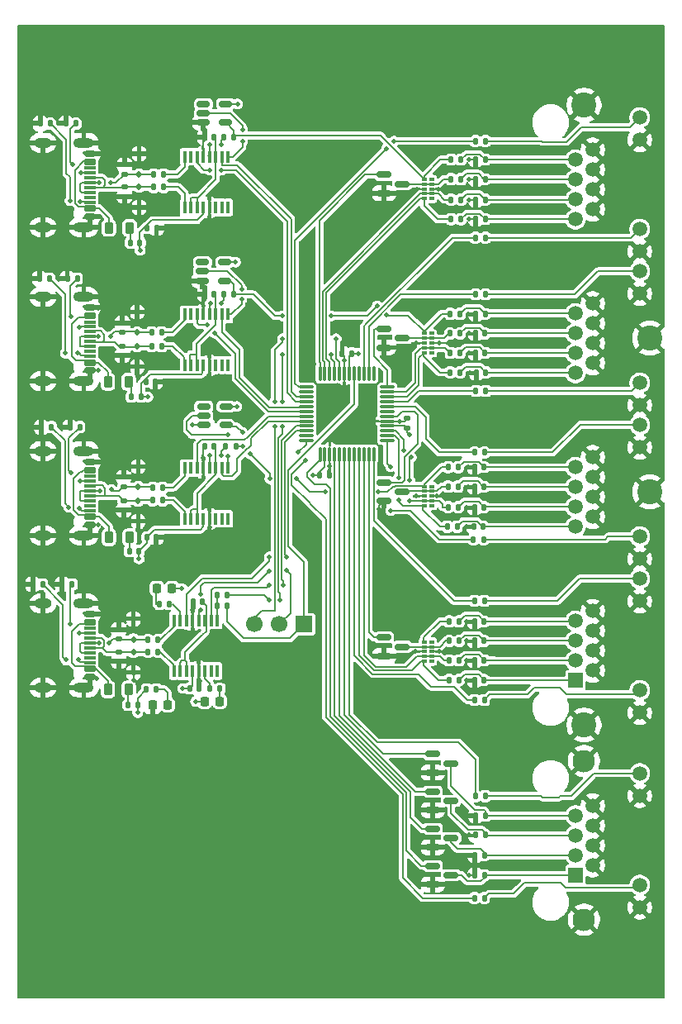
<source format=gbr>
%TF.GenerationSoftware,KiCad,Pcbnew,9.0.3-9.0.3-0~ubuntu24.04.1*%
%TF.CreationDate,2025-07-11T09:40:36-04:00*%
%TF.ProjectId,SO4R_Interlock,534f3452-5f49-46e7-9465-726c6f636b2e,rev?*%
%TF.SameCoordinates,Original*%
%TF.FileFunction,Copper,L1,Top*%
%TF.FilePolarity,Positive*%
%FSLAX46Y46*%
G04 Gerber Fmt 4.6, Leading zero omitted, Abs format (unit mm)*
G04 Created by KiCad (PCBNEW 9.0.3-9.0.3-0~ubuntu24.04.1) date 2025-07-11 09:40:36*
%MOMM*%
%LPD*%
G01*
G04 APERTURE LIST*
G04 Aperture macros list*
%AMRoundRect*
0 Rectangle with rounded corners*
0 $1 Rounding radius*
0 $2 $3 $4 $5 $6 $7 $8 $9 X,Y pos of 4 corners*
0 Add a 4 corners polygon primitive as box body*
4,1,4,$2,$3,$4,$5,$6,$7,$8,$9,$2,$3,0*
0 Add four circle primitives for the rounded corners*
1,1,$1+$1,$2,$3*
1,1,$1+$1,$4,$5*
1,1,$1+$1,$6,$7*
1,1,$1+$1,$8,$9*
0 Add four rect primitives between the rounded corners*
20,1,$1+$1,$2,$3,$4,$5,0*
20,1,$1+$1,$4,$5,$6,$7,0*
20,1,$1+$1,$6,$7,$8,$9,0*
20,1,$1+$1,$8,$9,$2,$3,0*%
G04 Aperture macros list end*
%TA.AperFunction,SMDPad,CuDef*%
%ADD10RoundRect,0.140000X-0.140000X-0.170000X0.140000X-0.170000X0.140000X0.170000X-0.140000X0.170000X0*%
%TD*%
%TA.AperFunction,SMDPad,CuDef*%
%ADD11RoundRect,0.135000X0.135000X0.185000X-0.135000X0.185000X-0.135000X-0.185000X0.135000X-0.185000X0*%
%TD*%
%TA.AperFunction,SMDPad,CuDef*%
%ADD12RoundRect,0.135000X-0.135000X-0.185000X0.135000X-0.185000X0.135000X0.185000X-0.135000X0.185000X0*%
%TD*%
%TA.AperFunction,ComponentPad*%
%ADD13R,1.500000X1.500000*%
%TD*%
%TA.AperFunction,ComponentPad*%
%ADD14C,1.500000*%
%TD*%
%TA.AperFunction,ComponentPad*%
%ADD15C,2.570000*%
%TD*%
%TA.AperFunction,SMDPad,CuDef*%
%ADD16RoundRect,0.140000X0.170000X-0.140000X0.170000X0.140000X-0.170000X0.140000X-0.170000X-0.140000X0*%
%TD*%
%TA.AperFunction,SMDPad,CuDef*%
%ADD17RoundRect,0.147500X0.147500X0.172500X-0.147500X0.172500X-0.147500X-0.172500X0.147500X-0.172500X0*%
%TD*%
%TA.AperFunction,SMDPad,CuDef*%
%ADD18RoundRect,0.218750X-0.218750X-0.256250X0.218750X-0.256250X0.218750X0.256250X-0.218750X0.256250X0*%
%TD*%
%TA.AperFunction,SMDPad,CuDef*%
%ADD19RoundRect,0.140000X0.140000X0.170000X-0.140000X0.170000X-0.140000X-0.170000X0.140000X-0.170000X0*%
%TD*%
%TA.AperFunction,SMDPad,CuDef*%
%ADD20RoundRect,0.150000X-0.512500X-0.150000X0.512500X-0.150000X0.512500X0.150000X-0.512500X0.150000X0*%
%TD*%
%TA.AperFunction,ComponentPad*%
%ADD21R,1.700000X1.700000*%
%TD*%
%TA.AperFunction,ComponentPad*%
%ADD22C,1.700000*%
%TD*%
%TA.AperFunction,SMDPad,CuDef*%
%ADD23RoundRect,0.218750X-0.218750X-0.381250X0.218750X-0.381250X0.218750X0.381250X-0.218750X0.381250X0*%
%TD*%
%TA.AperFunction,SMDPad,CuDef*%
%ADD24RoundRect,0.150000X-0.422500X0.150000X-0.422500X-0.150000X0.422500X-0.150000X0.422500X0.150000X0*%
%TD*%
%TA.AperFunction,SMDPad,CuDef*%
%ADD25RoundRect,0.150000X-0.470000X0.150000X-0.470000X-0.150000X0.470000X-0.150000X0.470000X0.150000X0*%
%TD*%
%TA.AperFunction,SMDPad,CuDef*%
%ADD26R,1.240000X0.300000*%
%TD*%
%TA.AperFunction,HeatsinkPad*%
%ADD27O,2.100000X1.000000*%
%TD*%
%TA.AperFunction,HeatsinkPad*%
%ADD28O,1.800000X1.000000*%
%TD*%
%TA.AperFunction,SMDPad,CuDef*%
%ADD29RoundRect,0.075000X-0.200000X0.075000X-0.200000X-0.075000X0.200000X-0.075000X0.200000X0.075000X0*%
%TD*%
%TA.AperFunction,SMDPad,CuDef*%
%ADD30RoundRect,0.112500X-0.112500X0.187500X-0.112500X-0.187500X0.112500X-0.187500X0.112500X0.187500X0*%
%TD*%
%TA.AperFunction,SMDPad,CuDef*%
%ADD31RoundRect,0.140000X-0.170000X0.140000X-0.170000X-0.140000X0.170000X-0.140000X0.170000X0.140000X0*%
%TD*%
%TA.AperFunction,SMDPad,CuDef*%
%ADD32RoundRect,0.150000X-0.587500X-0.150000X0.587500X-0.150000X0.587500X0.150000X-0.587500X0.150000X0*%
%TD*%
%TA.AperFunction,SMDPad,CuDef*%
%ADD33RoundRect,0.112500X0.112500X-0.187500X0.112500X0.187500X-0.112500X0.187500X-0.112500X-0.187500X0*%
%TD*%
%TA.AperFunction,SMDPad,CuDef*%
%ADD34RoundRect,0.075000X-0.662500X-0.075000X0.662500X-0.075000X0.662500X0.075000X-0.662500X0.075000X0*%
%TD*%
%TA.AperFunction,SMDPad,CuDef*%
%ADD35RoundRect,0.075000X-0.075000X-0.662500X0.075000X-0.662500X0.075000X0.662500X-0.075000X0.662500X0*%
%TD*%
%TA.AperFunction,SMDPad,CuDef*%
%ADD36RoundRect,0.218750X0.218750X0.256250X-0.218750X0.256250X-0.218750X-0.256250X0.218750X-0.256250X0*%
%TD*%
%TA.AperFunction,SMDPad,CuDef*%
%ADD37R,0.400000X1.200000*%
%TD*%
%TA.AperFunction,ComponentPad*%
%ADD38C,2.300000*%
%TD*%
%TA.AperFunction,ViaPad*%
%ADD39C,0.500000*%
%TD*%
%TA.AperFunction,ViaPad*%
%ADD40C,5.000000*%
%TD*%
%TA.AperFunction,Conductor*%
%ADD41C,0.200000*%
%TD*%
%TA.AperFunction,Conductor*%
%ADD42C,0.203200*%
%TD*%
G04 APERTURE END LIST*
D10*
%TO.P,C12,1*%
%TO.N,/5V*%
X116995000Y-100990000D03*
%TO.P,C12,2*%
%TO.N,GND*%
X117955000Y-100990000D03*
%TD*%
%TO.P,C19,1*%
%TO.N,GND*%
X150720000Y-131500000D03*
%TO.P,C19,2*%
%TO.N,Net-(Q2-D)*%
X151680000Y-131500000D03*
%TD*%
D11*
%TO.P,R12,1*%
%TO.N,Net-(U2-USBDM)*%
X118510000Y-81400000D03*
%TO.P,R12,2*%
%TO.N,Net-(D10-K)*%
X117490000Y-81400000D03*
%TD*%
D12*
%TO.P,R33,1*%
%TO.N,/KEY3\u005C*%
X148100000Y-82100000D03*
%TO.P,R33,2*%
%TO.N,Net-(C33-Pad2)*%
X149120000Y-82100000D03*
%TD*%
D13*
%TO.P,J7,1*%
%TO.N,Net-(C39-Pad2)*%
X160940000Y-115650000D03*
D14*
%TO.P,J7,2*%
%TO.N,GND*%
X162720000Y-114634000D03*
%TO.P,J7,3*%
%TO.N,Net-(C35-Pad2)*%
X160940000Y-113618000D03*
%TO.P,J7,4*%
%TO.N,GND*%
X162720000Y-112602000D03*
%TO.P,J7,5*%
%TO.N,Net-(C31-Pad2)*%
X160940000Y-111586000D03*
%TO.P,J7,6*%
%TO.N,GND*%
X162720000Y-110570000D03*
%TO.P,J7,7*%
%TO.N,Net-(C27-Pad2)*%
X160940000Y-109554000D03*
%TO.P,J7,8*%
%TO.N,GND*%
X162720000Y-108538000D03*
%TO.P,J7,9*%
X167540000Y-118950000D03*
%TO.P,J7,10*%
%TO.N,Net-(J7-Pad10)*%
X167540000Y-116660000D03*
%TO.P,J7,11*%
%TO.N,GND*%
X167540000Y-107520000D03*
%TO.P,J7,12*%
%TO.N,Net-(J7-Pad12)*%
X167540000Y-105230000D03*
%TO.P,J7,13*%
%TO.N,Net-(C38-Pad2)*%
X160940000Y-99900000D03*
%TO.P,J7,14*%
%TO.N,GND*%
X162720000Y-98884000D03*
%TO.P,J7,15*%
%TO.N,Net-(C34-Pad2)*%
X160940000Y-97868000D03*
%TO.P,J7,16*%
%TO.N,GND*%
X162720000Y-96852000D03*
%TO.P,J7,17*%
%TO.N,Net-(C30-Pad2)*%
X160940000Y-95836000D03*
%TO.P,J7,18*%
%TO.N,GND*%
X162720000Y-94820000D03*
%TO.P,J7,19*%
%TO.N,Net-(C26-Pad2)*%
X160940000Y-93804000D03*
%TO.P,J7,20*%
%TO.N,GND*%
X162720000Y-92788000D03*
%TO.P,J7,21*%
X167540000Y-103200000D03*
%TO.P,J7,22*%
%TO.N,Net-(J7-Pad22)*%
X167540000Y-100910000D03*
%TO.P,J7,23*%
%TO.N,GND*%
X167540000Y-91770000D03*
%TO.P,J7,24*%
%TO.N,Net-(J7-Pad24)*%
X167540000Y-89480000D03*
%TO.P,J7,25*%
%TO.N,Net-(C37-Pad2)*%
X160940000Y-84150000D03*
%TO.P,J7,26*%
%TO.N,GND*%
X162720000Y-83134000D03*
%TO.P,J7,27*%
%TO.N,Net-(C33-Pad2)*%
X160940000Y-82118000D03*
%TO.P,J7,28*%
%TO.N,GND*%
X162720000Y-81102000D03*
%TO.P,J7,29*%
%TO.N,Net-(C29-Pad2)*%
X160940000Y-80086000D03*
%TO.P,J7,30*%
%TO.N,GND*%
X162720000Y-79070000D03*
%TO.P,J7,31*%
%TO.N,Net-(C25-Pad2)*%
X160940000Y-78054000D03*
%TO.P,J7,32*%
%TO.N,GND*%
X162720000Y-77038000D03*
%TO.P,J7,33*%
X167540000Y-87450000D03*
%TO.P,J7,34*%
%TO.N,Net-(J7-Pad34)*%
X167540000Y-85160000D03*
%TO.P,J7,35*%
%TO.N,GND*%
X167540000Y-76020000D03*
%TO.P,J7,36*%
%TO.N,Net-(J7-Pad36)*%
X167540000Y-73730000D03*
%TO.P,J7,37*%
%TO.N,Net-(C36-Pad2)*%
X160940000Y-68400000D03*
%TO.P,J7,38*%
%TO.N,GND*%
X162720000Y-67384000D03*
%TO.P,J7,39*%
%TO.N,Net-(C32-Pad2)*%
X160940000Y-66368000D03*
%TO.P,J7,40*%
%TO.N,GND*%
X162720000Y-65352000D03*
%TO.P,J7,41*%
%TO.N,Net-(C28-Pad2)*%
X160940000Y-64336000D03*
%TO.P,J7,42*%
%TO.N,GND*%
X162720000Y-63320000D03*
%TO.P,J7,43*%
%TO.N,Net-(C24-Pad2)*%
X160940000Y-62304000D03*
%TO.P,J7,44*%
%TO.N,GND*%
X162720000Y-61288000D03*
%TO.P,J7,45*%
X167540000Y-71700000D03*
%TO.P,J7,46*%
%TO.N,Net-(J7-Pad46)*%
X167540000Y-69410000D03*
%TO.P,J7,47*%
%TO.N,GND*%
X167540000Y-60270000D03*
%TO.P,J7,48*%
%TO.N,Net-(J7-Pad48)*%
X167540000Y-57980000D03*
D15*
%TO.P,J7,SH*%
%TO.N,GND*%
X161830000Y-120220000D03*
X168560000Y-96340000D03*
X168560000Y-80590000D03*
X161830000Y-56720000D03*
%TD*%
D10*
%TO.P,C37,1*%
%TO.N,GND*%
X150800000Y-84100000D03*
%TO.P,C37,2*%
%TO.N,Net-(C37-Pad2)*%
X151760000Y-84100000D03*
%TD*%
D16*
%TO.P,C7,1*%
%TO.N,Net-(D3-K)*%
X114600000Y-95780000D03*
%TO.P,C7,2*%
%TO.N,GND*%
X114600000Y-94820000D03*
%TD*%
D11*
%TO.P,R43,1*%
%TO.N,Net-(J7-Pad46)*%
X151710000Y-70300000D03*
%TO.P,R43,2*%
%TO.N,/TX4_LED*%
X150690000Y-70300000D03*
%TD*%
D17*
%TO.P,D7,1,K*%
%TO.N,/5V*%
X116047500Y-118162500D03*
%TO.P,D7,2,A*%
%TO.N,Net-(D7-A)*%
X115077500Y-118162500D03*
%TD*%
D12*
%TO.P,R20,1*%
%TO.N,/RX1LED{slash}*%
X123475000Y-116500000D03*
%TO.P,R20,2*%
%TO.N,Net-(D14-K)*%
X124495000Y-116500000D03*
%TD*%
D10*
%TO.P,C10,1*%
%TO.N,/5V*%
X117020000Y-69300000D03*
%TO.P,C10,2*%
%TO.N,GND*%
X117980000Y-69300000D03*
%TD*%
D11*
%TO.P,R21,1*%
%TO.N,/TX1LED{slash}*%
X119310000Y-107820000D03*
%TO.P,R21,2*%
%TO.N,Net-(D15-K)*%
X118290000Y-107820000D03*
%TD*%
%TO.P,R9,1*%
%TO.N,Net-(D13-A)*%
X117972500Y-116562500D03*
%TO.P,R9,2*%
%TO.N,/5V*%
X116952500Y-116562500D03*
%TD*%
D18*
%TO.P,D15,1,K*%
%TO.N,Net-(D15-K)*%
X118012500Y-106220000D03*
%TO.P,D15,2,A*%
%TO.N,/5V*%
X119587500Y-106220000D03*
%TD*%
%TO.P,D13,1,K*%
%TO.N,GND*%
X117562500Y-118162500D03*
%TO.P,D13,2,A*%
%TO.N,Net-(D13-A)*%
X119137500Y-118162500D03*
%TD*%
D11*
%TO.P,R10,1*%
%TO.N,Net-(U1-USBDM)*%
X118720000Y-65100000D03*
%TO.P,R10,2*%
%TO.N,Net-(D9-K)*%
X117700000Y-65100000D03*
%TD*%
D10*
%TO.P,C36,1*%
%TO.N,GND*%
X150720000Y-68400000D03*
%TO.P,C36,2*%
%TO.N,Net-(C36-Pad2)*%
X151680000Y-68400000D03*
%TD*%
D19*
%TO.P,C16,1*%
%TO.N,/3V3_1*%
X122680000Y-107620000D03*
%TO.P,C16,2*%
%TO.N,GND*%
X121720000Y-107620000D03*
%TD*%
D20*
%TO.P,U6,1,NC*%
%TO.N,unconnected-(U6-NC-Pad1)*%
X122700000Y-72800000D03*
%TO.P,U6,2*%
%TO.N,/TXD3_U*%
X122700000Y-73750000D03*
%TO.P,U6,3,GND*%
%TO.N,GND*%
X122700000Y-74700000D03*
%TO.P,U6,4*%
%TO.N,/CAT3*%
X124975000Y-74700000D03*
%TO.P,U6,5,VCC*%
%TO.N,/5V*%
X124975000Y-72800000D03*
%TD*%
D21*
%TO.P,J5,1,Pin_1*%
%TO.N,/UPDI*%
X133110000Y-109890000D03*
D22*
%TO.P,J5,2,Pin_2*%
%TO.N,/RXD1_U*%
X130570000Y-109890000D03*
%TO.P,J5,3,Pin_3*%
%TO.N,/TXD_M*%
X128030000Y-109890000D03*
%TD*%
D23*
%TO.P,FB4,1*%
%TO.N,Net-(FB4-Pad1)*%
X113100000Y-69300000D03*
%TO.P,FB4,2*%
%TO.N,Net-(D8-A)*%
X115225000Y-69300000D03*
%TD*%
D17*
%TO.P,D5,1,K*%
%TO.N,/5V*%
X116385000Y-86600000D03*
%TO.P,D5,2,A*%
%TO.N,Net-(D5-A)*%
X115415000Y-86600000D03*
%TD*%
D12*
%TO.P,R29,1*%
%TO.N,/KEY4\u005C*%
X148200000Y-66400000D03*
%TO.P,R29,2*%
%TO.N,Net-(C32-Pad2)*%
X149220000Y-66400000D03*
%TD*%
%TO.P,R27,1*%
%TO.N,/CAT4*%
X148190000Y-62300000D03*
%TO.P,R27,2*%
%TO.N,Net-(C24-Pad2)*%
X149210000Y-62300000D03*
%TD*%
D24*
%TO.P,J4,A1,GND*%
%TO.N,GND*%
X111172500Y-108880000D03*
D25*
%TO.P,J4,A4,VBUS*%
%TO.N,Net-(FB3-Pad1)*%
X111125000Y-109680000D03*
D26*
%TO.P,J4,A5,CC1*%
%TO.N,Net-(J4-CC1)*%
X111125000Y-110830000D03*
%TO.P,J4,A6,D+*%
%TO.N,Net-(D4-K)*%
X111125000Y-111830000D03*
%TO.P,J4,A7,D-*%
%TO.N,Net-(D12-K)*%
X111125000Y-112330000D03*
%TO.P,J4,A8,SBU1*%
%TO.N,unconnected-(J4-SBU1-PadA8)*%
X111125000Y-113330000D03*
D25*
%TO.P,J4,A9,VBUS*%
%TO.N,Net-(FB3-Pad1)*%
X111125000Y-114480000D03*
D24*
%TO.P,J4,A12,GND*%
%TO.N,GND*%
X111172500Y-115280000D03*
%TO.P,J4,B1,GND*%
X111172500Y-115280000D03*
D25*
%TO.P,J4,B4,VBUS*%
%TO.N,Net-(FB3-Pad1)*%
X111125000Y-114480000D03*
D26*
%TO.P,J4,B5,CC2*%
%TO.N,Net-(J4-CC2)*%
X111125000Y-113830000D03*
%TO.P,J4,B6,D+*%
%TO.N,Net-(D4-K)*%
X111125000Y-112830000D03*
%TO.P,J4,B7,D-*%
%TO.N,Net-(D12-K)*%
X111125000Y-111330000D03*
%TO.P,J4,B8,SBU2*%
%TO.N,unconnected-(J4-SBU2-PadB8)*%
X111125000Y-110330000D03*
D25*
%TO.P,J4,B9,VBUS*%
%TO.N,Net-(FB3-Pad1)*%
X111125000Y-109680000D03*
D24*
%TO.P,J4,B12,GND*%
%TO.N,GND*%
X111172500Y-108880000D03*
D27*
%TO.P,J4,S1,SHIELD*%
X110525000Y-107760000D03*
D28*
X106325000Y-107760000D03*
D27*
X110525000Y-116400000D03*
D28*
X106325000Y-116400000D03*
%TD*%
D29*
%TO.P,U10,1,IO1*%
%TO.N,/CAT3*%
X145415000Y-80100000D03*
%TO.P,U10,2,IO2*%
%TO.N,/PTT3\u005C*%
X145415000Y-80600000D03*
%TO.P,U10,3,G*%
%TO.N,GND*%
X145415000Y-81100000D03*
%TO.P,U10,4,IO3*%
%TO.N,/KEY3\u005C*%
X145415000Y-81600000D03*
%TO.P,U10,5,IO4*%
%TO.N,/SPR3*%
X145415000Y-82100000D03*
%TO.P,U10,6,NC*%
%TO.N,unconnected-(U10-NC-Pad6)*%
X146185000Y-82100000D03*
%TO.P,U10,7,NC*%
%TO.N,unconnected-(U10-NC-Pad7)*%
X146185000Y-81600000D03*
%TO.P,U10,8,G*%
%TO.N,GND*%
X146185000Y-81100000D03*
%TO.P,U10,9,NC*%
%TO.N,unconnected-(U10-NC-Pad9)*%
X146185000Y-80600000D03*
%TO.P,U10,10,NC*%
%TO.N,unconnected-(U10-NC-Pad10)*%
X146185000Y-80100000D03*
%TD*%
D11*
%TO.P,R13,1*%
%TO.N,Net-(U2-USBDP)*%
X118510000Y-80000000D03*
%TO.P,R13,2*%
%TO.N,Net-(D2-K)*%
X117490000Y-80000000D03*
%TD*%
D10*
%TO.P,C21,1*%
%TO.N,GND*%
X150640000Y-133550000D03*
%TO.P,C21,2*%
%TO.N,Net-(Q3-D)*%
X151600000Y-133550000D03*
%TD*%
D19*
%TO.P,C15,1*%
%TO.N,/3V3_2*%
X123880000Y-91700000D03*
%TO.P,C15,2*%
%TO.N,GND*%
X122920000Y-91700000D03*
%TD*%
D11*
%TO.P,R16,1*%
%TO.N,Net-(U4-USBDM)*%
X118125000Y-112720000D03*
%TO.P,R16,2*%
%TO.N,Net-(D12-K)*%
X117105000Y-112720000D03*
%TD*%
D10*
%TO.P,C26,1*%
%TO.N,GND*%
X150600000Y-93800000D03*
%TO.P,C26,2*%
%TO.N,Net-(C26-Pad2)*%
X151560000Y-93800000D03*
%TD*%
D12*
%TO.P,R4,1*%
%TO.N,GND*%
X105990000Y-74470000D03*
%TO.P,R4,2*%
%TO.N,Net-(J2-CC2)*%
X107010000Y-74470000D03*
%TD*%
D30*
%TO.P,D11,1,K*%
%TO.N,Net-(D11-K)*%
X116100000Y-97240000D03*
%TO.P,D11,2,A*%
%TO.N,GND*%
X116100000Y-99340000D03*
%TD*%
D31*
%TO.P,C1,1*%
%TO.N,Net-(D9-K)*%
X114700000Y-65120000D03*
%TO.P,C1,2*%
%TO.N,GND*%
X114700000Y-66080000D03*
%TD*%
D10*
%TO.P,C32,1*%
%TO.N,GND*%
X150720000Y-66400000D03*
%TO.P,C32,2*%
%TO.N,Net-(C32-Pad2)*%
X151680000Y-66400000D03*
%TD*%
D11*
%TO.P,R23,1*%
%TO.N,/CAT3*%
X125910000Y-76100000D03*
%TO.P,R23,2*%
%TO.N,/RXD3_U*%
X124890000Y-76100000D03*
%TD*%
D10*
%TO.P,C22,1*%
%TO.N,GND*%
X150640000Y-135600000D03*
%TO.P,C22,2*%
%TO.N,Net-(Q4-D)*%
X151600000Y-135600000D03*
%TD*%
D12*
%TO.P,R18,1*%
%TO.N,/TX1D_U*%
X124190000Y-106900000D03*
%TO.P,R18,2*%
%TO.N,/RXD_M*%
X125210000Y-106900000D03*
%TD*%
D11*
%TO.P,R49,1*%
%TO.N,Net-(J7-Pad10)*%
X151610000Y-117650000D03*
%TO.P,R49,2*%
%TO.N,/TX1_LED*%
X150590000Y-117650000D03*
%TD*%
D16*
%TO.P,C6,1*%
%TO.N,Net-(D2-K)*%
X114500000Y-80000000D03*
%TO.P,C6,2*%
%TO.N,GND*%
X114500000Y-79040000D03*
%TD*%
D12*
%TO.P,R39,1*%
%TO.N,/CAT1*%
X148000000Y-109600000D03*
%TO.P,R39,2*%
%TO.N,Net-(C27-Pad2)*%
X149020000Y-109600000D03*
%TD*%
D16*
%TO.P,C17,1*%
%TO.N,/5V*%
X143650000Y-89780000D03*
%TO.P,C17,2*%
%TO.N,GND*%
X143650000Y-88820000D03*
%TD*%
D32*
%TO.P,Q4,1,G*%
%TO.N,/RLY1*%
X146312500Y-134650000D03*
%TO.P,Q4,2,S*%
%TO.N,GND*%
X146312500Y-136550000D03*
%TO.P,Q4,3,D*%
%TO.N,Net-(Q4-D)*%
X148187500Y-135600000D03*
%TD*%
D11*
%TO.P,R24,1*%
%TO.N,/CAT2*%
X126110000Y-91700000D03*
%TO.P,R24,2*%
%TO.N,/RXD2_U*%
X125090000Y-91700000D03*
%TD*%
D23*
%TO.P,FB1,1*%
%TO.N,Net-(FB1-Pad1)*%
X113000000Y-85060000D03*
%TO.P,FB1,2*%
%TO.N,Net-(D5-A)*%
X115125000Y-85060000D03*
%TD*%
D12*
%TO.P,R40,1*%
%TO.N,/PTT1\u005C*%
X148000000Y-111600000D03*
%TO.P,R40,2*%
%TO.N,Net-(C31-Pad2)*%
X149020000Y-111600000D03*
%TD*%
D23*
%TO.P,FB2,1*%
%TO.N,Net-(FB2-Pad1)*%
X113100000Y-100990000D03*
%TO.P,FB2,2*%
%TO.N,Net-(D6-A)*%
X115225000Y-100990000D03*
%TD*%
D12*
%TO.P,R1,1*%
%TO.N,GND*%
X108700000Y-58600000D03*
%TO.P,R1,2*%
%TO.N,Net-(J1-CC1)*%
X109720000Y-58600000D03*
%TD*%
D17*
%TO.P,D6,1,K*%
%TO.N,/5V*%
X116185000Y-102400000D03*
%TO.P,D6,2,A*%
%TO.N,Net-(D6-A)*%
X115215000Y-102400000D03*
%TD*%
D32*
%TO.P,Q8,1,G*%
%TO.N,/PTT2*%
X141312500Y-95350000D03*
%TO.P,Q8,2,S*%
%TO.N,GND*%
X141312500Y-97250000D03*
%TO.P,Q8,3,D*%
%TO.N,/PTT2\u005C*%
X143187500Y-96300000D03*
%TD*%
D30*
%TO.P,D10,1,K*%
%TO.N,Net-(D10-K)*%
X116000000Y-81410000D03*
%TO.P,D10,2,A*%
%TO.N,GND*%
X116000000Y-83510000D03*
%TD*%
D32*
%TO.P,Q6,1,G*%
%TO.N,/PTT4*%
X141312500Y-63850000D03*
%TO.P,Q6,2,S*%
%TO.N,GND*%
X141312500Y-65750000D03*
%TO.P,Q6,3,D*%
%TO.N,/PTT4\u005C*%
X143187500Y-64800000D03*
%TD*%
D11*
%TO.P,R26,1*%
%TO.N,Net-(J6-Pad12)*%
X151700000Y-127500000D03*
%TO.P,R26,2*%
%TO.N,/TX1*%
X150680000Y-127500000D03*
%TD*%
D24*
%TO.P,J2,A1,GND*%
%TO.N,GND*%
X111172500Y-77480000D03*
D25*
%TO.P,J2,A4,VBUS*%
%TO.N,Net-(FB1-Pad1)*%
X111125000Y-78280000D03*
D26*
%TO.P,J2,A5,CC1*%
%TO.N,Net-(J2-CC1)*%
X111125000Y-79430000D03*
%TO.P,J2,A6,D+*%
%TO.N,Net-(D2-K)*%
X111125000Y-80430000D03*
%TO.P,J2,A7,D-*%
%TO.N,Net-(D10-K)*%
X111125000Y-80930000D03*
%TO.P,J2,A8,SBU1*%
%TO.N,unconnected-(J2-SBU1-PadA8)*%
X111125000Y-81930000D03*
D25*
%TO.P,J2,A9,VBUS*%
%TO.N,Net-(FB1-Pad1)*%
X111125000Y-83080000D03*
D24*
%TO.P,J2,A12,GND*%
%TO.N,GND*%
X111172500Y-83880000D03*
%TO.P,J2,B1,GND*%
X111172500Y-83880000D03*
D25*
%TO.P,J2,B4,VBUS*%
%TO.N,Net-(FB1-Pad1)*%
X111125000Y-83080000D03*
D26*
%TO.P,J2,B5,CC2*%
%TO.N,Net-(J2-CC2)*%
X111125000Y-82430000D03*
%TO.P,J2,B6,D+*%
%TO.N,Net-(D2-K)*%
X111125000Y-81430000D03*
%TO.P,J2,B7,D-*%
%TO.N,Net-(D10-K)*%
X111125000Y-79930000D03*
%TO.P,J2,B8,SBU2*%
%TO.N,unconnected-(J2-SBU2-PadB8)*%
X111125000Y-78930000D03*
D25*
%TO.P,J2,B9,VBUS*%
%TO.N,Net-(FB1-Pad1)*%
X111125000Y-78280000D03*
D24*
%TO.P,J2,B12,GND*%
%TO.N,GND*%
X111172500Y-77480000D03*
D27*
%TO.P,J2,S1,SHIELD*%
X110525000Y-76360000D03*
D28*
X106325000Y-76360000D03*
D27*
X110525000Y-85000000D03*
D28*
X106325000Y-85000000D03*
%TD*%
D19*
%TO.P,C23,1*%
%TO.N,/5V*%
X137980000Y-82150000D03*
%TO.P,C23,2*%
%TO.N,GND*%
X137020000Y-82150000D03*
%TD*%
D10*
%TO.P,C24,1*%
%TO.N,GND*%
X150720000Y-62300000D03*
%TO.P,C24,2*%
%TO.N,Net-(C24-Pad2)*%
X151680000Y-62300000D03*
%TD*%
D12*
%TO.P,R2,1*%
%TO.N,GND*%
X106065000Y-58600000D03*
%TO.P,R2,2*%
%TO.N,Net-(J1-CC2)*%
X107085000Y-58600000D03*
%TD*%
D10*
%TO.P,C31,1*%
%TO.N,GND*%
X150620000Y-111600000D03*
%TO.P,C31,2*%
%TO.N,Net-(C31-Pad2)*%
X151580000Y-111600000D03*
%TD*%
D12*
%TO.P,R41,1*%
%TO.N,/KEY1\u005C*%
X147990000Y-113600000D03*
%TO.P,R41,2*%
%TO.N,Net-(C35-Pad2)*%
X149010000Y-113600000D03*
%TD*%
D19*
%TO.P,C13,1*%
%TO.N,/3V3_4*%
X123880000Y-60000000D03*
%TO.P,C13,2*%
%TO.N,GND*%
X122920000Y-60000000D03*
%TD*%
D12*
%TO.P,R38,1*%
%TO.N,/SPR2*%
X147800000Y-99900000D03*
%TO.P,R38,2*%
%TO.N,Net-(C38-Pad2)*%
X148820000Y-99900000D03*
%TD*%
%TO.P,R32,1*%
%TO.N,/PTT3\u005C*%
X148080000Y-80100000D03*
%TO.P,R32,2*%
%TO.N,Net-(C29-Pad2)*%
X149100000Y-80100000D03*
%TD*%
D10*
%TO.P,C27,1*%
%TO.N,GND*%
X150600000Y-109600000D03*
%TO.P,C27,2*%
%TO.N,Net-(C27-Pad2)*%
X151560000Y-109600000D03*
%TD*%
%TO.P,C29,1*%
%TO.N,GND*%
X150700000Y-80100000D03*
%TO.P,C29,2*%
%TO.N,Net-(C29-Pad2)*%
X151660000Y-80100000D03*
%TD*%
D12*
%TO.P,R35,1*%
%TO.N,/CAT2*%
X147900000Y-93800000D03*
%TO.P,R35,2*%
%TO.N,Net-(C26-Pad2)*%
X148920000Y-93800000D03*
%TD*%
D31*
%TO.P,C3,1*%
%TO.N,Net-(D11-K)*%
X114600000Y-97220000D03*
%TO.P,C3,2*%
%TO.N,GND*%
X114600000Y-98180000D03*
%TD*%
D10*
%TO.P,C11,1*%
%TO.N,/5V*%
X116895000Y-85060000D03*
%TO.P,C11,2*%
%TO.N,GND*%
X117855000Y-85060000D03*
%TD*%
D11*
%TO.P,R15,1*%
%TO.N,Net-(U3-USBDP)*%
X118610000Y-95900000D03*
%TO.P,R15,2*%
%TO.N,Net-(D3-K)*%
X117590000Y-95900000D03*
%TD*%
D10*
%TO.P,C25,1*%
%TO.N,GND*%
X150720000Y-78100000D03*
%TO.P,C25,2*%
%TO.N,Net-(C25-Pad2)*%
X151680000Y-78100000D03*
%TD*%
D33*
%TO.P,D2,1,K*%
%TO.N,Net-(D2-K)*%
X116000000Y-80010000D03*
%TO.P,D2,2,A*%
%TO.N,GND*%
X116000000Y-77910000D03*
%TD*%
D20*
%TO.P,U7,1,NC*%
%TO.N,unconnected-(U7-NC-Pad1)*%
X122825000Y-87600000D03*
%TO.P,U7,2*%
%TO.N,/TXD2_U*%
X122825000Y-88550000D03*
%TO.P,U7,3,GND*%
%TO.N,GND*%
X122825000Y-89500000D03*
%TO.P,U7,4*%
%TO.N,/CAT2*%
X125100000Y-89500000D03*
%TO.P,U7,5,VCC*%
%TO.N,/5V*%
X125100000Y-87600000D03*
%TD*%
D11*
%TO.P,R17,1*%
%TO.N,Net-(U4-USBDP)*%
X118125000Y-111520000D03*
%TO.P,R17,2*%
%TO.N,Net-(D4-K)*%
X117105000Y-111520000D03*
%TD*%
D10*
%TO.P,C39,1*%
%TO.N,GND*%
X150600000Y-115600000D03*
%TO.P,C39,2*%
%TO.N,Net-(C39-Pad2)*%
X151560000Y-115600000D03*
%TD*%
D12*
%TO.P,R28,1*%
%TO.N,/PTT4\u005C*%
X148200000Y-64300000D03*
%TO.P,R28,2*%
%TO.N,Net-(C28-Pad2)*%
X149220000Y-64300000D03*
%TD*%
%TO.P,R6,1*%
%TO.N,GND*%
X106190000Y-89700000D03*
%TO.P,R6,2*%
%TO.N,Net-(J3-CC2)*%
X107210000Y-89700000D03*
%TD*%
D16*
%TO.P,C8,1*%
%TO.N,Net-(D4-K)*%
X114115000Y-111400000D03*
%TO.P,C8,2*%
%TO.N,GND*%
X114115000Y-110440000D03*
%TD*%
D33*
%TO.P,D1,1,K*%
%TO.N,Net-(D1-K)*%
X116200000Y-63800000D03*
%TO.P,D1,2,A*%
%TO.N,GND*%
X116200000Y-61700000D03*
%TD*%
D34*
%TO.P,U8,1,PA5*%
%TO.N,/INH4_LED*%
X133337500Y-85587500D03*
%TO.P,U8,2,PA6*%
%TO.N,unconnected-(U8-PA6-Pad2)*%
X133337500Y-86087500D03*
%TO.P,U8,3,PA7*%
%TO.N,/RTS4\u005C*%
X133337500Y-86587500D03*
%TO.P,U8,4,PB0*%
%TO.N,/CTS4\u005C*%
X133337500Y-87087500D03*
%TO.P,U8,5,PB1*%
%TO.N,/RTS3\u005C*%
X133337500Y-87587500D03*
%TO.P,U8,6,PB2*%
%TO.N,/CTS3\u005C*%
X133337500Y-88087500D03*
%TO.P,U8,7,PB3*%
%TO.N,/CTS2\u005C*%
X133337500Y-88587500D03*
%TO.P,U8,8,PB4*%
%TO.N,/RTS2\u005C*%
X133337500Y-89087500D03*
%TO.P,U8,9,PB5*%
%TO.N,/RTS1\u005C*%
X133337500Y-89587500D03*
%TO.P,U8,10,PC0*%
%TO.N,/CTS1\u005C*%
X133337500Y-90087500D03*
%TO.P,U8,11,PC1*%
%TO.N,unconnected-(U8-PC1-Pad11)*%
X133337500Y-90587500D03*
%TO.P,U8,12,PC2*%
%TO.N,/TX0*%
X133337500Y-91087500D03*
D35*
%TO.P,U8,13,PC3*%
%TO.N,/RLY1*%
X134750000Y-92500000D03*
%TO.P,U8,14,VDDIO2*%
%TO.N,/5V*%
X135250000Y-92500000D03*
%TO.P,U8,15,GND*%
%TO.N,GND*%
X135750000Y-92500000D03*
%TO.P,U8,16,PC4*%
%TO.N,/RLY2*%
X136250000Y-92500000D03*
%TO.P,U8,17,PC5*%
%TO.N,/RLY3*%
X136750000Y-92500000D03*
%TO.P,U8,18,PC6*%
%TO.N,/RLY4*%
X137250000Y-92500000D03*
%TO.P,U8,19,PC7*%
%TO.N,/TX1*%
X137750000Y-92500000D03*
%TO.P,U8,20,PD0*%
%TO.N,/TX1_LED*%
X138250000Y-92500000D03*
%TO.P,U8,21,PD1*%
%TO.N,/SPR1*%
X138750000Y-92500000D03*
%TO.P,U8,22,PD2*%
%TO.N,/KEY1\u005C*%
X139250000Y-92500000D03*
%TO.P,U8,23,PD3*%
%TO.N,/PTT1*%
X139750000Y-92500000D03*
%TO.P,U8,24,PD4*%
%TO.N,/INH1_LED*%
X140250000Y-92500000D03*
D34*
%TO.P,U8,25,PD5*%
%TO.N,/TX2_LED*%
X141662500Y-91087500D03*
%TO.P,U8,26,PD6*%
%TO.N,/SPR2*%
X141662500Y-90587500D03*
%TO.P,U8,27,VREFA/PD7*%
%TO.N,/KEY2\u005C*%
X141662500Y-90087500D03*
%TO.P,U8,28,AVDD*%
%TO.N,/5V*%
X141662500Y-89587500D03*
%TO.P,U8,29,AGND*%
%TO.N,GND*%
X141662500Y-89087500D03*
%TO.P,U8,30,PE0*%
%TO.N,/PTT2*%
X141662500Y-88587500D03*
%TO.P,U8,31,PE1*%
%TO.N,unconnected-(U8-PE1-Pad31)*%
X141662500Y-88087500D03*
%TO.P,U8,32,PE2*%
%TO.N,/INH2_LED*%
X141662500Y-87587500D03*
%TO.P,U8,33,PE3*%
%TO.N,/TX3_LED*%
X141662500Y-87087500D03*
%TO.P,U8,34,XTAL32K1/PF0*%
%TO.N,/SPR3*%
X141662500Y-86587500D03*
%TO.P,U8,35,XTAL32K2/PF1*%
%TO.N,/KEY3\u005C*%
X141662500Y-86087500D03*
%TO.P,U8,36,PF2*%
%TO.N,/PTT3*%
X141662500Y-85587500D03*
D35*
%TO.P,U8,37,PF3*%
%TO.N,unconnected-(U8-PF3-Pad37)*%
X140250000Y-84175000D03*
%TO.P,U8,38,PF4*%
%TO.N,/INH3_LED*%
X139750000Y-84175000D03*
%TO.P,U8,39,PF5*%
%TO.N,/TX4_LED*%
X139250000Y-84175000D03*
%TO.P,U8,40,~{RESET}/PF6*%
%TO.N,/RESET\u005C*%
X138750000Y-84175000D03*
%TO.P,U8,41,UPDI*%
%TO.N,/UPDI*%
X138250000Y-84175000D03*
%TO.P,U8,42,VDD*%
%TO.N,/5V*%
X137750000Y-84175000D03*
%TO.P,U8,43,GND*%
%TO.N,GND*%
X137250000Y-84175000D03*
%TO.P,U8,44,XTALHF1/PA0*%
%TO.N,/TXD_M*%
X136750000Y-84175000D03*
%TO.P,U8,45,XTALHF2/PA1*%
%TO.N,/RXD_M*%
X136250000Y-84175000D03*
%TO.P,U8,46,PA2*%
%TO.N,/SPR4*%
X135750000Y-84175000D03*
%TO.P,U8,47,PA3*%
%TO.N,/KEY4\u005C*%
X135250000Y-84175000D03*
%TO.P,U8,48,PA4*%
%TO.N,/PTT4*%
X134750000Y-84175000D03*
%TD*%
D16*
%TO.P,C5,1*%
%TO.N,Net-(D1-K)*%
X114700000Y-63780000D03*
%TO.P,C5,2*%
%TO.N,GND*%
X114700000Y-62820000D03*
%TD*%
D10*
%TO.P,C30,1*%
%TO.N,GND*%
X150600000Y-95800000D03*
%TO.P,C30,2*%
%TO.N,Net-(C30-Pad2)*%
X151560000Y-95800000D03*
%TD*%
D32*
%TO.P,Q5,1,G*%
%TO.N,/PTT1*%
X141312500Y-111250000D03*
%TO.P,Q5,2,S*%
%TO.N,GND*%
X141312500Y-113150000D03*
%TO.P,Q5,3,D*%
%TO.N,/PTT1\u005C*%
X143187500Y-112200000D03*
%TD*%
D36*
%TO.P,D14,1,K*%
%TO.N,Net-(D14-K)*%
X124475000Y-117800000D03*
%TO.P,D14,2,A*%
%TO.N,/5V*%
X122900000Y-117800000D03*
%TD*%
D12*
%TO.P,R34,1*%
%TO.N,/SPR3*%
X148100000Y-84100000D03*
%TO.P,R34,2*%
%TO.N,Net-(C37-Pad2)*%
X149120000Y-84100000D03*
%TD*%
%TO.P,R30,1*%
%TO.N,/SPR4*%
X148190000Y-68400000D03*
%TO.P,R30,2*%
%TO.N,Net-(C36-Pad2)*%
X149210000Y-68400000D03*
%TD*%
D37*
%TO.P,U4,1,TXD*%
%TO.N,/TX1D_U*%
X124222500Y-109490000D03*
%TO.P,U4,2,~{RTS}*%
%TO.N,/RTS1\u005C*%
X123587500Y-109490000D03*
%TO.P,U4,3,VCCIO*%
%TO.N,/3V3_1*%
X122952500Y-109490000D03*
%TO.P,U4,4,RXD*%
%TO.N,/RXD1_U*%
X122317500Y-109490000D03*
%TO.P,U4,5,GND*%
%TO.N,GND*%
X121682500Y-109490000D03*
%TO.P,U4,6,~{CTS}*%
%TO.N,/CTS1\u005C*%
X121047500Y-109490000D03*
%TO.P,U4,7,CBUS2*%
%TO.N,/TX1LED{slash}*%
X120412500Y-109490000D03*
%TO.P,U4,8,USBDP*%
%TO.N,Net-(U4-USBDP)*%
X119777500Y-109490000D03*
%TO.P,U4,9,USBDM*%
%TO.N,Net-(U4-USBDM)*%
X119777500Y-114690000D03*
%TO.P,U4,10,3V3OUT*%
%TO.N,/3V3_1*%
X120412500Y-114690000D03*
%TO.P,U4,11,~{RESET}*%
X121047500Y-114690000D03*
%TO.P,U4,12,VCC*%
%TO.N,/5V*%
X121682500Y-114690000D03*
%TO.P,U4,13,GND*%
%TO.N,GND*%
X122317500Y-114690000D03*
%TO.P,U4,14,CBUS1*%
%TO.N,/RX1LED{slash}*%
X122952500Y-114690000D03*
%TO.P,U4,15,CBUS0*%
%TO.N,/TX1DEN*%
X123587500Y-114690000D03*
%TO.P,U4,16,CBUS3*%
%TO.N,/SLEEP1{slash}*%
X124222500Y-114690000D03*
%TD*%
D17*
%TO.P,D8,1,K*%
%TO.N,/5V*%
X116285000Y-70800000D03*
%TO.P,D8,2,A*%
%TO.N,Net-(D8-A)*%
X115315000Y-70800000D03*
%TD*%
D37*
%TO.P,U1,1,TXD*%
%TO.N,/TXD4_U*%
X125322500Y-62000000D03*
%TO.P,U1,2,~{RTS}*%
%TO.N,/RTS4\u005C*%
X124687500Y-62000000D03*
%TO.P,U1,3,VCCIO*%
%TO.N,/3V3_4*%
X124052500Y-62000000D03*
%TO.P,U1,4,RXD*%
%TO.N,/RXD4_U*%
X123417500Y-62000000D03*
%TO.P,U1,5,GND*%
%TO.N,GND*%
X122782500Y-62000000D03*
%TO.P,U1,6,~{CTS}*%
%TO.N,/CTS4\u005C*%
X122147500Y-62000000D03*
%TO.P,U1,7,CBUS2*%
%TO.N,/TX4LED{slash}*%
X121512500Y-62000000D03*
%TO.P,U1,8,USBDP*%
%TO.N,Net-(U1-USBDP)*%
X120877500Y-62000000D03*
%TO.P,U1,9,USBDM*%
%TO.N,Net-(U1-USBDM)*%
X120877500Y-67200000D03*
%TO.P,U1,10,3V3OUT*%
%TO.N,/3V3_4*%
X121512500Y-67200000D03*
%TO.P,U1,11,~{RESET}*%
X122147500Y-67200000D03*
%TO.P,U1,12,VCC*%
%TO.N,/5V*%
X122782500Y-67200000D03*
%TO.P,U1,13,GND*%
%TO.N,GND*%
X123417500Y-67200000D03*
%TO.P,U1,14,CBUS1*%
%TO.N,/RX4LED{slash}*%
X124052500Y-67200000D03*
%TO.P,U1,15,CBUS0*%
%TO.N,/TX4DEN*%
X124687500Y-67200000D03*
%TO.P,U1,16,CBUS3*%
%TO.N,/SLEEP4{slash}*%
X125322500Y-67200000D03*
%TD*%
D12*
%TO.P,R36,1*%
%TO.N,/PTT2\u005C*%
X147880000Y-95800000D03*
%TO.P,R36,2*%
%TO.N,Net-(C30-Pad2)*%
X148900000Y-95800000D03*
%TD*%
D31*
%TO.P,C4,1*%
%TO.N,Net-(D12-K)*%
X114115000Y-112740000D03*
%TO.P,C4,2*%
%TO.N,GND*%
X114115000Y-113700000D03*
%TD*%
D11*
%TO.P,R48,1*%
%TO.N,Net-(J7-Pad24)*%
X151610000Y-92300000D03*
%TO.P,R48,2*%
%TO.N,/INH2_LED*%
X150590000Y-92300000D03*
%TD*%
D10*
%TO.P,C33,1*%
%TO.N,GND*%
X150700000Y-82100000D03*
%TO.P,C33,2*%
%TO.N,Net-(C33-Pad2)*%
X151660000Y-82100000D03*
%TD*%
D12*
%TO.P,R31,1*%
%TO.N,/CAT3*%
X148110000Y-78100000D03*
%TO.P,R31,2*%
%TO.N,Net-(C25-Pad2)*%
X149130000Y-78100000D03*
%TD*%
D10*
%TO.P,C35,1*%
%TO.N,GND*%
X150620000Y-113600000D03*
%TO.P,C35,2*%
%TO.N,Net-(C35-Pad2)*%
X151580000Y-113600000D03*
%TD*%
D11*
%TO.P,R22,1*%
%TO.N,/CAT4*%
X125920000Y-60000000D03*
%TO.P,R22,2*%
%TO.N,/RXD4_U*%
X124900000Y-60000000D03*
%TD*%
D31*
%TO.P,C2,1*%
%TO.N,Net-(D10-K)*%
X114500000Y-81420000D03*
%TO.P,C2,2*%
%TO.N,GND*%
X114500000Y-82380000D03*
%TD*%
D29*
%TO.P,U12,1,IO1*%
%TO.N,/CAT1*%
X145415000Y-111700000D03*
%TO.P,U12,2,IO2*%
%TO.N,/PTT1\u005C*%
X145415000Y-112200000D03*
%TO.P,U12,3,G*%
%TO.N,GND*%
X145415000Y-112700000D03*
%TO.P,U12,4,IO3*%
%TO.N,/KEY1\u005C*%
X145415000Y-113200000D03*
%TO.P,U12,5,IO4*%
%TO.N,/SPR1*%
X145415000Y-113700000D03*
%TO.P,U12,6,NC*%
%TO.N,unconnected-(U12-NC-Pad6)*%
X146185000Y-113700000D03*
%TO.P,U12,7,NC*%
%TO.N,unconnected-(U12-NC-Pad7)*%
X146185000Y-113200000D03*
%TO.P,U12,8,G*%
%TO.N,GND*%
X146185000Y-112700000D03*
%TO.P,U12,9,NC*%
%TO.N,unconnected-(U12-NC-Pad9)*%
X146185000Y-112200000D03*
%TO.P,U12,10,NC*%
%TO.N,unconnected-(U12-NC-Pad10)*%
X146185000Y-111700000D03*
%TD*%
D10*
%TO.P,C9,1*%
%TO.N,/5V*%
X121405000Y-116466250D03*
%TO.P,C9,2*%
%TO.N,GND*%
X122365000Y-116466250D03*
%TD*%
D24*
%TO.P,J1,A1,GND*%
%TO.N,GND*%
X111172500Y-61700000D03*
D25*
%TO.P,J1,A4,VBUS*%
%TO.N,Net-(FB4-Pad1)*%
X111125000Y-62500000D03*
D26*
%TO.P,J1,A5,CC1*%
%TO.N,Net-(J1-CC1)*%
X111125000Y-63650000D03*
%TO.P,J1,A6,D+*%
%TO.N,Net-(D1-K)*%
X111125000Y-64650000D03*
%TO.P,J1,A7,D-*%
%TO.N,Net-(D9-K)*%
X111125000Y-65150000D03*
%TO.P,J1,A8,SBU1*%
%TO.N,unconnected-(J1-SBU1-PadA8)*%
X111125000Y-66150000D03*
D25*
%TO.P,J1,A9,VBUS*%
%TO.N,Net-(FB4-Pad1)*%
X111125000Y-67300000D03*
D24*
%TO.P,J1,A12,GND*%
%TO.N,GND*%
X111172500Y-68100000D03*
%TO.P,J1,B1,GND*%
X111172500Y-68100000D03*
D25*
%TO.P,J1,B4,VBUS*%
%TO.N,Net-(FB4-Pad1)*%
X111125000Y-67300000D03*
D26*
%TO.P,J1,B5,CC2*%
%TO.N,Net-(J1-CC2)*%
X111125000Y-66650000D03*
%TO.P,J1,B6,D+*%
%TO.N,Net-(D1-K)*%
X111125000Y-65650000D03*
%TO.P,J1,B7,D-*%
%TO.N,Net-(D9-K)*%
X111125000Y-64150000D03*
%TO.P,J1,B8,SBU2*%
%TO.N,unconnected-(J1-SBU2-PadB8)*%
X111125000Y-63150000D03*
D25*
%TO.P,J1,B9,VBUS*%
%TO.N,Net-(FB4-Pad1)*%
X111125000Y-62500000D03*
D24*
%TO.P,J1,B12,GND*%
%TO.N,GND*%
X111172500Y-61700000D03*
D27*
%TO.P,J1,S1,SHIELD*%
X110525000Y-60580000D03*
D28*
X106325000Y-60580000D03*
D27*
X110525000Y-69220000D03*
D28*
X106325000Y-69220000D03*
%TD*%
D10*
%TO.P,C34,1*%
%TO.N,GND*%
X150600000Y-97900000D03*
%TO.P,C34,2*%
%TO.N,Net-(C34-Pad2)*%
X151560000Y-97900000D03*
%TD*%
%TO.P,C38,1*%
%TO.N,GND*%
X150540000Y-99900000D03*
%TO.P,C38,2*%
%TO.N,Net-(C38-Pad2)*%
X151500000Y-99900000D03*
%TD*%
D24*
%TO.P,J3,A1,GND*%
%TO.N,GND*%
X111172500Y-93280000D03*
D25*
%TO.P,J3,A4,VBUS*%
%TO.N,Net-(FB2-Pad1)*%
X111125000Y-94080000D03*
D26*
%TO.P,J3,A5,CC1*%
%TO.N,Net-(J3-CC1)*%
X111125000Y-95230000D03*
%TO.P,J3,A6,D+*%
%TO.N,Net-(D3-K)*%
X111125000Y-96230000D03*
%TO.P,J3,A7,D-*%
%TO.N,Net-(D11-K)*%
X111125000Y-96730000D03*
%TO.P,J3,A8,SBU1*%
%TO.N,unconnected-(J3-SBU1-PadA8)*%
X111125000Y-97730000D03*
D25*
%TO.P,J3,A9,VBUS*%
%TO.N,Net-(FB2-Pad1)*%
X111125000Y-98880000D03*
D24*
%TO.P,J3,A12,GND*%
%TO.N,GND*%
X111172500Y-99680000D03*
%TO.P,J3,B1,GND*%
X111172500Y-99680000D03*
D25*
%TO.P,J3,B4,VBUS*%
%TO.N,Net-(FB2-Pad1)*%
X111125000Y-98880000D03*
D26*
%TO.P,J3,B5,CC2*%
%TO.N,Net-(J3-CC2)*%
X111125000Y-98230000D03*
%TO.P,J3,B6,D+*%
%TO.N,Net-(D3-K)*%
X111125000Y-97230000D03*
%TO.P,J3,B7,D-*%
%TO.N,Net-(D11-K)*%
X111125000Y-95730000D03*
%TO.P,J3,B8,SBU2*%
%TO.N,unconnected-(J3-SBU2-PadB8)*%
X111125000Y-94730000D03*
D25*
%TO.P,J3,B9,VBUS*%
%TO.N,Net-(FB2-Pad1)*%
X111125000Y-94080000D03*
D24*
%TO.P,J3,B12,GND*%
%TO.N,GND*%
X111172500Y-93280000D03*
D27*
%TO.P,J3,S1,SHIELD*%
X110525000Y-92160000D03*
D28*
X106325000Y-92160000D03*
D27*
X110525000Y-100800000D03*
D28*
X106325000Y-100800000D03*
%TD*%
D32*
%TO.P,Q2,1,G*%
%TO.N,/RLY3*%
X146312500Y-127050000D03*
%TO.P,Q2,2,S*%
%TO.N,GND*%
X146312500Y-128950000D03*
%TO.P,Q2,3,D*%
%TO.N,Net-(Q2-D)*%
X148187500Y-128000000D03*
%TD*%
D12*
%TO.P,R19,1*%
%TO.N,/TX1D_U*%
X124190000Y-108000000D03*
%TO.P,R19,2*%
%TO.N,/UPDI*%
X125210000Y-108000000D03*
%TD*%
D11*
%TO.P,R14,1*%
%TO.N,Net-(U3-USBDM)*%
X118610000Y-97200000D03*
%TO.P,R14,2*%
%TO.N,Net-(D11-K)*%
X117590000Y-97200000D03*
%TD*%
D33*
%TO.P,D4,1,K*%
%TO.N,Net-(D4-K)*%
X115610000Y-111440000D03*
%TO.P,D4,2,A*%
%TO.N,GND*%
X115610000Y-109340000D03*
%TD*%
D10*
%TO.P,C28,1*%
%TO.N,GND*%
X150720000Y-64300000D03*
%TO.P,C28,2*%
%TO.N,Net-(C28-Pad2)*%
X151680000Y-64300000D03*
%TD*%
D12*
%TO.P,R5,1*%
%TO.N,GND*%
X109100000Y-89700000D03*
%TO.P,R5,2*%
%TO.N,Net-(J3-CC1)*%
X110120000Y-89700000D03*
%TD*%
D29*
%TO.P,U11,1,IO1*%
%TO.N,/CAT2*%
X145415000Y-95774328D03*
%TO.P,U11,2,IO2*%
%TO.N,/PTT2\u005C*%
X145415000Y-96274328D03*
%TO.P,U11,3,G*%
%TO.N,GND*%
X145415000Y-96774328D03*
%TO.P,U11,4,IO3*%
%TO.N,/KEY2\u005C*%
X145415000Y-97274328D03*
%TO.P,U11,5,IO4*%
%TO.N,/SPR2*%
X145415000Y-97774328D03*
%TO.P,U11,6,NC*%
%TO.N,unconnected-(U11-NC-Pad6)*%
X146185000Y-97774328D03*
%TO.P,U11,7,NC*%
%TO.N,unconnected-(U11-NC-Pad7)*%
X146185000Y-97274328D03*
%TO.P,U11,8,G*%
%TO.N,GND*%
X146185000Y-96774328D03*
%TO.P,U11,9,NC*%
%TO.N,unconnected-(U11-NC-Pad9)*%
X146185000Y-96274328D03*
%TO.P,U11,10,NC*%
%TO.N,unconnected-(U11-NC-Pad10)*%
X146185000Y-95774328D03*
%TD*%
D11*
%TO.P,R44,1*%
%TO.N,Net-(J7-Pad48)*%
X151710000Y-60400000D03*
%TO.P,R44,2*%
%TO.N,/INH4_LED*%
X150690000Y-60400000D03*
%TD*%
D19*
%TO.P,C14,1*%
%TO.N,/3V3_3*%
X123880000Y-76100000D03*
%TO.P,C14,2*%
%TO.N,GND*%
X122920000Y-76100000D03*
%TD*%
D29*
%TO.P,U9,1,IO1*%
%TO.N,/CAT4*%
X145415000Y-64300000D03*
%TO.P,U9,2,IO2*%
%TO.N,/PTT4\u005C*%
X145415000Y-64800000D03*
%TO.P,U9,3,G*%
%TO.N,GND*%
X145415000Y-65300000D03*
%TO.P,U9,4,IO3*%
%TO.N,/KEY4\u005C*%
X145415000Y-65800000D03*
%TO.P,U9,5,IO4*%
%TO.N,/SPR4*%
X145415000Y-66300000D03*
%TO.P,U9,6,NC*%
%TO.N,unconnected-(U9-NC-Pad6)*%
X146185000Y-66300000D03*
%TO.P,U9,7,NC*%
%TO.N,unconnected-(U9-NC-Pad7)*%
X146185000Y-65800000D03*
%TO.P,U9,8,G*%
%TO.N,GND*%
X146185000Y-65300000D03*
%TO.P,U9,9,NC*%
%TO.N,unconnected-(U9-NC-Pad9)*%
X146185000Y-64800000D03*
%TO.P,U9,10,NC*%
%TO.N,unconnected-(U9-NC-Pad10)*%
X146185000Y-64300000D03*
%TD*%
D37*
%TO.P,U3,1,TXD*%
%TO.N,/TXD2_U*%
X125322500Y-93890000D03*
%TO.P,U3,2,~{RTS}*%
%TO.N,/RTS2\u005C*%
X124687500Y-93890000D03*
%TO.P,U3,3,VCCIO*%
%TO.N,/3V3_2*%
X124052500Y-93890000D03*
%TO.P,U3,4,RXD*%
%TO.N,/RXD2_U*%
X123417500Y-93890000D03*
%TO.P,U3,5,GND*%
%TO.N,GND*%
X122782500Y-93890000D03*
%TO.P,U3,6,~{CTS}*%
%TO.N,/CTS2\u005C*%
X122147500Y-93890000D03*
%TO.P,U3,7,CBUS2*%
%TO.N,/TX2LED{slash}*%
X121512500Y-93890000D03*
%TO.P,U3,8,USBDP*%
%TO.N,Net-(U3-USBDP)*%
X120877500Y-93890000D03*
%TO.P,U3,9,USBDM*%
%TO.N,Net-(U3-USBDM)*%
X120877500Y-99090000D03*
%TO.P,U3,10,3V3OUT*%
%TO.N,/3V3_2*%
X121512500Y-99090000D03*
%TO.P,U3,11,~{RESET}*%
X122147500Y-99090000D03*
%TO.P,U3,12,VCC*%
%TO.N,/5V*%
X122782500Y-99090000D03*
%TO.P,U3,13,GND*%
%TO.N,GND*%
X123417500Y-99090000D03*
%TO.P,U3,14,CBUS1*%
%TO.N,/RX2LED{slash}*%
X124052500Y-99090000D03*
%TO.P,U3,15,CBUS0*%
%TO.N,/TX2DEN*%
X124687500Y-99090000D03*
%TO.P,U3,16,CBUS3*%
%TO.N,/SLEEP2{slash}*%
X125322500Y-99090000D03*
%TD*%
D12*
%TO.P,R42,1*%
%TO.N,/SPR1*%
X147990000Y-115600000D03*
%TO.P,R42,2*%
%TO.N,Net-(C39-Pad2)*%
X149010000Y-115600000D03*
%TD*%
D30*
%TO.P,D9,1,K*%
%TO.N,Net-(D9-K)*%
X116200000Y-65100000D03*
%TO.P,D9,2,A*%
%TO.N,GND*%
X116200000Y-67200000D03*
%TD*%
D12*
%TO.P,R3,1*%
%TO.N,GND*%
X108837500Y-74470000D03*
%TO.P,R3,2*%
%TO.N,Net-(J2-CC1)*%
X109857500Y-74470000D03*
%TD*%
D11*
%TO.P,R11,1*%
%TO.N,Net-(U1-USBDP)*%
X118710000Y-63800000D03*
%TO.P,R11,2*%
%TO.N,Net-(D1-K)*%
X117690000Y-63800000D03*
%TD*%
D23*
%TO.P,FB3,1*%
%TO.N,Net-(FB3-Pad1)*%
X113000000Y-116562500D03*
%TO.P,FB3,2*%
%TO.N,Net-(D7-A)*%
X115125000Y-116562500D03*
%TD*%
D10*
%TO.P,C18,1*%
%TO.N,GND*%
X150740000Y-129500000D03*
%TO.P,C18,2*%
%TO.N,Net-(Q1-D)*%
X151700000Y-129500000D03*
%TD*%
D13*
%TO.P,J6,1*%
%TO.N,Net-(Q4-D)*%
X160940000Y-135590000D03*
D14*
%TO.P,J6,2*%
%TO.N,GND*%
X162720000Y-134574000D03*
%TO.P,J6,3*%
%TO.N,Net-(Q3-D)*%
X160940000Y-133558000D03*
%TO.P,J6,4*%
%TO.N,GND*%
X162720000Y-132542000D03*
%TO.P,J6,5*%
%TO.N,Net-(Q2-D)*%
X160940000Y-131526000D03*
%TO.P,J6,6*%
%TO.N,GND*%
X162720000Y-130510000D03*
%TO.P,J6,7*%
%TO.N,Net-(Q1-D)*%
X160940000Y-129494000D03*
%TO.P,J6,8*%
%TO.N,GND*%
X162720000Y-128478000D03*
%TO.P,J6,9*%
X167540000Y-138890000D03*
%TO.P,J6,10*%
%TO.N,Net-(J6-Pad10)*%
X167540000Y-136600000D03*
%TO.P,J6,11*%
%TO.N,GND*%
X167540000Y-127460000D03*
%TO.P,J6,12*%
%TO.N,Net-(J6-Pad12)*%
X167540000Y-125170000D03*
D38*
%TO.P,J6,SH*%
%TO.N,GND*%
X161830000Y-140160000D03*
X161830000Y-123900000D03*
%TD*%
D12*
%TO.P,R8,1*%
%TO.N,GND*%
X105290000Y-105800000D03*
%TO.P,R8,2*%
%TO.N,Net-(J4-CC2)*%
X106310000Y-105800000D03*
%TD*%
D10*
%TO.P,C20,1*%
%TO.N,/5V*%
X134720000Y-94600000D03*
%TO.P,C20,2*%
%TO.N,GND*%
X135680000Y-94600000D03*
%TD*%
D32*
%TO.P,Q7,1,G*%
%TO.N,/PTT3*%
X141312500Y-79650000D03*
%TO.P,Q7,2,S*%
%TO.N,GND*%
X141312500Y-81550000D03*
%TO.P,Q7,3,D*%
%TO.N,/PTT3\u005C*%
X143187500Y-80600000D03*
%TD*%
D11*
%TO.P,R45,1*%
%TO.N,Net-(J7-Pad34)*%
X151760000Y-86000000D03*
%TO.P,R45,2*%
%TO.N,/TX3_LED*%
X150740000Y-86000000D03*
%TD*%
D33*
%TO.P,D3,1,K*%
%TO.N,Net-(D3-K)*%
X116100000Y-95840000D03*
%TO.P,D3,2,A*%
%TO.N,GND*%
X116100000Y-93740000D03*
%TD*%
D11*
%TO.P,R25,1*%
%TO.N,Net-(J6-Pad10)*%
X151610000Y-137950000D03*
%TO.P,R25,2*%
%TO.N,/TX0*%
X150590000Y-137950000D03*
%TD*%
%TO.P,R46,1*%
%TO.N,Net-(J7-Pad36)*%
X151710000Y-76100000D03*
%TO.P,R46,2*%
%TO.N,/INH3_LED*%
X150690000Y-76100000D03*
%TD*%
D32*
%TO.P,Q1,1,G*%
%TO.N,/RLY4*%
X146312500Y-123200000D03*
%TO.P,Q1,2,S*%
%TO.N,GND*%
X146312500Y-125100000D03*
%TO.P,Q1,3,D*%
%TO.N,Net-(Q1-D)*%
X148187500Y-124150000D03*
%TD*%
D12*
%TO.P,R37,1*%
%TO.N,/KEY2\u005C*%
X147900000Y-97900000D03*
%TO.P,R37,2*%
%TO.N,Net-(C34-Pad2)*%
X148920000Y-97900000D03*
%TD*%
D37*
%TO.P,U2,1,TXD*%
%TO.N,/TXD3_U*%
X125322500Y-78160000D03*
%TO.P,U2,2,~{RTS}*%
%TO.N,/RTS3\u005C*%
X124687500Y-78160000D03*
%TO.P,U2,3,VCCIO*%
%TO.N,/3V3_3*%
X124052500Y-78160000D03*
%TO.P,U2,4,RXD*%
%TO.N,/RXD3_U*%
X123417500Y-78160000D03*
%TO.P,U2,5,GND*%
%TO.N,GND*%
X122782500Y-78160000D03*
%TO.P,U2,6,~{CTS}*%
%TO.N,/CTS3\u005C*%
X122147500Y-78160000D03*
%TO.P,U2,7,CBUS2*%
%TO.N,/TX3LED{slash}*%
X121512500Y-78160000D03*
%TO.P,U2,8,USBDP*%
%TO.N,Net-(U2-USBDP)*%
X120877500Y-78160000D03*
%TO.P,U2,9,USBDM*%
%TO.N,Net-(U2-USBDM)*%
X120877500Y-83360000D03*
%TO.P,U2,10,3V3OUT*%
%TO.N,/3V3_3*%
X121512500Y-83360000D03*
%TO.P,U2,11,~{RESET}*%
X122147500Y-83360000D03*
%TO.P,U2,12,VCC*%
%TO.N,/5V*%
X122782500Y-83360000D03*
%TO.P,U2,13,GND*%
%TO.N,GND*%
X123417500Y-83360000D03*
%TO.P,U2,14,CBUS1*%
%TO.N,/RX3LED{slash}*%
X124052500Y-83360000D03*
%TO.P,U2,15,CBUS0*%
%TO.N,/TX3DEN*%
X124687500Y-83360000D03*
%TO.P,U2,16,CBUS3*%
%TO.N,/SLEEP3{slash}*%
X125322500Y-83360000D03*
%TD*%
D32*
%TO.P,Q3,1,G*%
%TO.N,/RLY2*%
X146312500Y-130850000D03*
%TO.P,Q3,2,S*%
%TO.N,GND*%
X146312500Y-132750000D03*
%TO.P,Q3,3,D*%
%TO.N,Net-(Q3-D)*%
X148187500Y-131800000D03*
%TD*%
D30*
%TO.P,D12,1,K*%
%TO.N,Net-(D12-K)*%
X115610000Y-112740000D03*
%TO.P,D12,2,A*%
%TO.N,GND*%
X115610000Y-114840000D03*
%TD*%
D12*
%TO.P,R7,1*%
%TO.N,GND*%
X108315000Y-105800000D03*
%TO.P,R7,2*%
%TO.N,Net-(J4-CC1)*%
X109335000Y-105800000D03*
%TD*%
D20*
%TO.P,U5,1,NC*%
%TO.N,unconnected-(U5-NC-Pad1)*%
X122800000Y-56600000D03*
%TO.P,U5,2*%
%TO.N,/TXD4_U*%
X122800000Y-57550000D03*
%TO.P,U5,3,GND*%
%TO.N,GND*%
X122800000Y-58500000D03*
%TO.P,U5,4*%
%TO.N,/CAT4*%
X125075000Y-58500000D03*
%TO.P,U5,5,VCC*%
%TO.N,/5V*%
X125075000Y-56600000D03*
%TD*%
D11*
%TO.P,R47,1*%
%TO.N,Net-(J7-Pad22)*%
X151510000Y-101200000D03*
%TO.P,R47,2*%
%TO.N,/TX2_LED*%
X150490000Y-101200000D03*
%TD*%
%TO.P,R50,1*%
%TO.N,Net-(J7-Pad12)*%
X151610000Y-107500000D03*
%TO.P,R50,2*%
%TO.N,/INH1_LED*%
X150590000Y-107500000D03*
%TD*%
D39*
%TO.N,GND*%
X144595672Y-96774328D03*
X142760000Y-146770000D03*
X111822181Y-115435355D03*
X105200000Y-58599972D03*
X144050000Y-110150000D03*
X144850000Y-68450000D03*
X105200000Y-74470000D03*
X150000000Y-64300000D03*
X146900000Y-65300000D03*
X144750000Y-61750000D03*
X108010000Y-58599988D03*
X112500000Y-61700000D03*
X119810000Y-146620000D03*
X133500000Y-70950000D03*
X115615000Y-108420000D03*
X122400000Y-115700000D03*
X130150000Y-76150000D03*
X114115000Y-109820000D03*
X121400000Y-80800000D03*
X115615000Y-115620000D03*
X116100000Y-92900000D03*
X135210000Y-146770000D03*
D40*
X161800000Y-51800000D03*
D39*
X149900000Y-93800000D03*
X123400000Y-99990000D03*
X150000000Y-131500000D03*
X129750000Y-69450000D03*
X150000000Y-82100002D03*
X149799996Y-99900000D03*
X145000000Y-128950000D03*
X142300000Y-49500000D03*
X121682500Y-108420000D03*
X135650000Y-73550000D03*
X143050000Y-137850000D03*
X151150000Y-104450000D03*
X114500000Y-83200000D03*
X146987790Y-112700000D03*
X112200000Y-68100000D03*
X144700000Y-65300000D03*
X133400000Y-100350000D03*
D40*
X161800000Y-144790000D03*
D39*
X108310000Y-89710000D03*
X119450000Y-49500000D03*
X127900000Y-103200000D03*
X116100000Y-100100000D03*
X140750000Y-128000000D03*
X150000000Y-68400000D03*
X111998768Y-99701232D03*
X149999998Y-80100000D03*
X146950000Y-81100000D03*
X140000000Y-65750000D03*
X150000000Y-135600000D03*
X140800000Y-98100000D03*
X123400000Y-68400000D03*
X114115000Y-114420000D03*
X145000000Y-136550000D03*
X122800000Y-92890000D03*
X121700000Y-58500000D03*
X150300000Y-49350000D03*
X149800000Y-109600004D03*
X118600000Y-101000000D03*
X150000000Y-129500000D03*
X149850000Y-133550000D03*
X127500000Y-61500000D03*
X129000000Y-79250000D03*
X114600000Y-98800000D03*
X107500000Y-105800000D03*
X149920000Y-78100000D03*
X150000000Y-66400000D03*
X108047500Y-74500000D03*
X149800000Y-113600002D03*
X121750000Y-64600000D03*
X146900000Y-88150000D03*
X133150000Y-67250000D03*
X151000000Y-119900000D03*
X128200000Y-88300000D03*
X149800000Y-111600000D03*
X128900000Y-85400000D03*
X122300000Y-60000000D03*
X127100000Y-49500000D03*
X114600000Y-94100000D03*
X123340000Y-84420000D03*
X127560000Y-146770000D03*
X126200000Y-65200000D03*
X121700000Y-89500000D03*
X144600000Y-81100000D03*
X112000000Y-93300000D03*
X149800000Y-97899994D03*
X135750000Y-93700000D03*
X137250000Y-82900000D03*
X139250000Y-116550000D03*
X116000000Y-77100000D03*
X144550000Y-112700000D03*
X145000000Y-125100000D03*
X105300000Y-89700000D03*
X132950000Y-113850000D03*
X116000000Y-84300000D03*
X142900000Y-89087500D03*
X150000000Y-62300000D03*
X137950000Y-76900000D03*
D40*
X107400000Y-51900000D03*
D39*
X112000000Y-77500000D03*
X112000000Y-108880000D03*
X112000000Y-83900000D03*
X139100000Y-61250000D03*
X150410000Y-146770000D03*
X104500000Y-105800012D03*
X149899954Y-95800000D03*
X122700000Y-77060000D03*
X145650000Y-75000000D03*
X146400000Y-92800000D03*
X139300000Y-89800000D03*
X148700000Y-71850000D03*
X145100000Y-132750000D03*
X114500000Y-78300000D03*
X146765282Y-96774323D03*
X157950000Y-49350000D03*
X150099998Y-84100000D03*
X104100000Y-55000000D03*
D40*
X107400000Y-144600000D03*
D39*
X149800000Y-115600000D03*
X121600000Y-74700000D03*
X127800000Y-95200000D03*
X141300000Y-82500000D03*
X136000000Y-87100000D03*
X111700000Y-49350000D03*
X134650000Y-49500000D03*
X141350000Y-103150000D03*
%TO.N,Net-(D2-K)*%
X112000000Y-80430000D03*
X113250000Y-80430000D03*
%TO.N,Net-(D4-K)*%
X113150000Y-111800000D03*
X112100000Y-111800000D03*
%TO.N,/CAT3*%
X130900000Y-78300000D03*
X135900000Y-78300000D03*
X141578554Y-78228554D03*
X140598252Y-77298252D03*
%TO.N,Net-(J3-CC2)*%
X108975000Y-97890000D03*
X110084430Y-98035403D03*
%TO.N,Net-(J3-CC1)*%
X109255272Y-94344728D03*
X110165272Y-95230000D03*
%TO.N,/CAT2*%
X129600000Y-95000000D03*
X135300000Y-96300000D03*
X126800000Y-91700000D03*
X126800000Y-90250000D03*
X127550000Y-92450000D03*
X132355000Y-95000000D03*
X140750000Y-96300000D03*
%TO.N,/TXD2_U*%
X125340000Y-92660000D03*
X125300000Y-90500000D03*
%TO.N,/RXD2_U*%
X123417500Y-92600000D03*
X124600000Y-92600000D03*
%TO.N,/RXD1_U*%
X131352000Y-104400000D03*
X122500000Y-108420000D03*
X122500000Y-106800000D03*
X129546301Y-104450000D03*
%TO.N,/RXD4_U*%
X124600000Y-60800000D03*
X123400000Y-60800000D03*
%TO.N,/TXD3_U*%
X126700000Y-75600000D03*
X126700000Y-76600000D03*
%TO.N,/TXD4_U*%
X126800000Y-59200000D03*
X126800000Y-60400000D03*
%TO.N,/SPR2*%
X142800000Y-97150000D03*
X142800000Y-94850000D03*
%TO.N,/5V*%
X126200000Y-87600000D03*
X134000000Y-94600000D03*
X138650000Y-82150000D03*
X143950000Y-90500000D03*
X116062500Y-118962500D03*
X120685000Y-116466250D03*
X126300000Y-56600000D03*
X120600000Y-106219996D03*
X116300000Y-71600000D03*
X117100000Y-86600000D03*
X126100000Y-72800000D03*
X122000000Y-117800000D03*
X116200000Y-103200000D03*
%TO.N,/RXD3_U*%
X124600000Y-77000000D03*
X123500000Y-77000000D03*
%TO.N,/TX2_LED*%
X142000000Y-98250000D03*
X142000000Y-93750000D03*
%TO.N,/INH4_LED*%
X142350000Y-60400000D03*
X141586446Y-61163554D03*
%TO.N,Net-(J1-CC2)*%
X110169315Y-66570000D03*
X109119315Y-66500000D03*
%TO.N,Net-(J1-CC1)*%
X109378768Y-62778768D03*
X110250000Y-63650000D03*
%TO.N,Net-(D3-K)*%
X113350000Y-96100000D03*
X112150000Y-96240000D03*
%TO.N,Net-(D1-K)*%
X112130000Y-64655000D03*
X113250000Y-64655000D03*
%TO.N,Net-(J4-CC2)*%
X108700000Y-113550000D03*
X109950000Y-113550000D03*
%TO.N,Net-(J4-CC1)*%
X109150000Y-109880000D03*
X110100000Y-110830000D03*
%TO.N,Net-(J2-CC1)*%
X110071232Y-79500000D03*
X109245000Y-78405000D03*
%TO.N,Net-(J2-CC2)*%
X108650000Y-82135000D03*
X109925000Y-82135000D03*
%TO.N,/TXD_M*%
X130900000Y-80650000D03*
X136400000Y-80650000D03*
X130100000Y-89600000D03*
X130100000Y-87100000D03*
%TO.N,/RXD_M*%
X135900000Y-82300000D03*
X130900000Y-82250000D03*
X130900000Y-89600000D03*
X130900000Y-87100000D03*
X129500000Y-107400000D03*
X130646401Y-107407737D03*
%TO.N,/RTS1\u005C*%
X129550000Y-105900000D03*
X131001000Y-105900000D03*
%TO.N,/CTS1\u005C*%
X131354834Y-102980599D03*
X129550000Y-103000000D03*
%TO.N,/CTS3\u005C*%
X123962500Y-80062500D03*
X123150000Y-79250000D03*
%TO.N,/CTS4\u005C*%
X124650000Y-63364328D03*
X123450000Y-63364328D03*
%TO.N,/TX0*%
X133300000Y-93100000D03*
X132500000Y-92300000D03*
%TO.N,/KEY2\u005C*%
X143900000Y-97274328D03*
X144100000Y-92800000D03*
X143950000Y-95100000D03*
X143350000Y-92050000D03*
%TD*%
D41*
%TO.N,/CAT2*%
X127550000Y-92450000D02*
X129600000Y-94500000D01*
X129600000Y-94500000D02*
X129600000Y-95000000D01*
%TO.N,/RTS2\u005C*%
X124705000Y-93890000D02*
X124705000Y-94572500D01*
X129412500Y-89087500D02*
X133337500Y-89087500D01*
X124705000Y-94572500D02*
X124872500Y-94740000D01*
X124872500Y-94740000D02*
X125710000Y-94740000D01*
X127000000Y-92200000D02*
X127007107Y-92200000D01*
X127007107Y-92200000D02*
X127650000Y-91557107D01*
X127650000Y-90850000D02*
X129412500Y-89087500D01*
X125710000Y-94740000D02*
X126250000Y-94200000D01*
X126250000Y-94200000D02*
X126250000Y-92950000D01*
X126250000Y-92950000D02*
X127000000Y-92200000D01*
X127650000Y-91557107D02*
X127650000Y-90850000D01*
%TO.N,/CAT2*%
X126800000Y-90250000D02*
X126150000Y-89600000D01*
X126150000Y-89600000D02*
X125200000Y-89600000D01*
X125200000Y-89600000D02*
X125100000Y-89500000D01*
%TO.N,GND*%
X116100000Y-99340000D02*
X116100000Y-100100000D01*
X145100000Y-132750000D02*
X146312500Y-132750000D01*
X122800000Y-91820000D02*
X122920000Y-91700000D01*
X115610000Y-115615000D02*
X115610000Y-114840000D01*
X123435000Y-99090000D02*
X123435000Y-99955000D01*
X145000000Y-125100000D02*
X146300000Y-125100000D01*
D42*
X106065000Y-58600000D02*
X105200028Y-58600000D01*
D41*
X116000000Y-77910000D02*
X116000000Y-77100000D01*
X112000000Y-108880000D02*
X111100000Y-108880000D01*
X111100000Y-83880000D02*
X111980000Y-83880000D01*
X122400000Y-116431250D02*
X122400000Y-115700000D01*
X150640000Y-135600000D02*
X150000000Y-135600000D01*
X115615000Y-115620000D02*
X115610000Y-115615000D01*
X150600000Y-95800000D02*
X149899954Y-95800000D01*
D42*
X105200028Y-58600000D02*
X105200000Y-58599972D01*
D41*
X137250000Y-84175000D02*
X137250000Y-82900000D01*
X114115000Y-113700000D02*
X114115000Y-114420000D01*
X146095672Y-96774328D02*
X146765277Y-96774328D01*
X150000002Y-82100000D02*
X150000000Y-82100002D01*
X122700000Y-77060000D02*
X122700000Y-76320000D01*
X150740000Y-129500000D02*
X150000000Y-129500000D01*
D42*
X104975000Y-105800000D02*
X104500012Y-105800000D01*
D41*
X114115000Y-110440000D02*
X114115000Y-109820000D01*
X111100000Y-115280000D02*
X111666826Y-115280000D01*
X141300000Y-65750000D02*
X140000000Y-65750000D01*
X140800000Y-98100000D02*
X140800000Y-97762500D01*
X145630000Y-81100000D02*
X144600000Y-81100000D01*
X116000000Y-83510000D02*
X116000000Y-84300000D01*
D42*
X104500012Y-105800000D02*
X104500000Y-105800012D01*
D41*
X122700000Y-76320000D02*
X122920000Y-76100000D01*
X115610000Y-108425000D02*
X115615000Y-108420000D01*
X121682500Y-108420000D02*
X121682500Y-109490000D01*
X116100000Y-93740000D02*
X116100000Y-92900000D01*
X149850000Y-133550000D02*
X150640000Y-133550000D01*
X114500000Y-82380000D02*
X114500000Y-83200000D01*
X150620000Y-113600000D02*
X149800002Y-113600000D01*
X123417500Y-67200000D02*
X123417500Y-68382500D01*
X150620000Y-93800000D02*
X149900000Y-93800000D01*
X111666826Y-115280000D02*
X111822181Y-115435355D01*
D42*
X108000000Y-105800000D02*
X107500000Y-105800000D01*
D41*
X135725000Y-93675000D02*
X135750000Y-93700000D01*
X115610000Y-109340000D02*
X115610000Y-108425000D01*
X135680000Y-94390000D02*
X135680000Y-94600000D01*
X145000000Y-136550000D02*
X146312500Y-136550000D01*
X111998768Y-99701232D02*
X111977536Y-99680000D01*
X150620000Y-111600000D02*
X149800000Y-111600000D01*
X143650000Y-88820000D02*
X143382500Y-89087500D01*
D42*
X108077500Y-74470000D02*
X108047500Y-74500000D01*
X105990000Y-74470000D02*
X105200000Y-74470000D01*
D41*
X141312500Y-82487500D02*
X141300000Y-82500000D01*
X121720000Y-107620000D02*
X121720000Y-108382500D01*
X150720000Y-64300000D02*
X150000000Y-64300000D01*
X122782500Y-60137500D02*
X122782500Y-62000000D01*
X122782500Y-77142500D02*
X122700000Y-77060000D01*
X117955000Y-100990000D02*
X118590000Y-100990000D01*
X111100000Y-77480000D02*
X111980000Y-77480000D01*
X146400000Y-81100000D02*
X146950000Y-81100000D01*
X121720000Y-108382500D02*
X121682500Y-108420000D01*
D42*
X108522500Y-74470000D02*
X108077500Y-74470000D01*
D41*
X111980000Y-93280000D02*
X112000000Y-93300000D01*
X150720000Y-82100000D02*
X150000002Y-82100000D01*
X145325672Y-96774328D02*
X144595672Y-96774328D01*
X146200000Y-65300000D02*
X146900000Y-65300000D01*
X150620000Y-115600000D02*
X149800000Y-115600000D01*
X145430000Y-65300000D02*
X144700000Y-65300000D01*
X123417500Y-68382500D02*
X123400000Y-68400000D01*
X150000000Y-80100000D02*
X149999998Y-80100000D01*
X121700000Y-58500000D02*
X122762500Y-58500000D01*
X141312500Y-81550000D02*
X141312500Y-82487500D01*
X145630000Y-112700000D02*
X144550000Y-112700000D01*
X150740000Y-78100000D02*
X149920000Y-78100000D01*
X114600000Y-94820000D02*
X114600000Y-94100000D01*
X123435000Y-99955000D02*
X123400000Y-99990000D01*
X150620000Y-109600000D02*
X149899990Y-109600000D01*
D42*
X141662500Y-89087500D02*
X142900000Y-89087500D01*
D41*
X149800002Y-113600000D02*
X149800000Y-113600002D01*
X149800004Y-109600000D02*
X149800000Y-109600004D01*
X140800000Y-97762500D02*
X141312500Y-97250000D01*
X149899990Y-109600000D02*
X149800004Y-109600000D01*
X135725000Y-93725000D02*
X135725000Y-94345000D01*
X111980000Y-83880000D02*
X112000000Y-83900000D01*
X150720000Y-62300000D02*
X150000000Y-62300000D01*
D42*
X108785000Y-89700000D02*
X108320000Y-89700000D01*
D41*
X114500000Y-79040000D02*
X114500000Y-78300000D01*
X121700000Y-89500000D02*
X122825000Y-89500000D01*
X122782500Y-78160000D02*
X122782500Y-77142500D01*
X150540000Y-99900000D02*
X149799996Y-99900000D01*
X122920000Y-60000000D02*
X122782500Y-60137500D01*
X135750000Y-92462500D02*
X135750000Y-93700000D01*
X111980000Y-77480000D02*
X112000000Y-77500000D01*
X150720000Y-131500000D02*
X150000000Y-131500000D01*
X111977536Y-99680000D02*
X111100000Y-99680000D01*
X111172500Y-61700000D02*
X112500000Y-61700000D01*
X146400000Y-112700000D02*
X146987790Y-112700000D01*
X150820000Y-84100000D02*
X150099998Y-84100000D01*
D42*
X108010012Y-58600000D02*
X108010000Y-58599988D01*
D41*
X114600000Y-98180000D02*
X114600000Y-98800000D01*
X150720000Y-66400000D02*
X150000000Y-66400000D01*
X122800000Y-92890000D02*
X122800000Y-91820000D01*
X122700000Y-74700000D02*
X121600000Y-74700000D01*
X150740000Y-80100000D02*
X149999998Y-80100000D01*
X122317500Y-115355000D02*
X122317500Y-114690000D01*
X143382500Y-89087500D02*
X142900000Y-89087500D01*
X137250000Y-82380000D02*
X137250000Y-82900000D01*
X150720000Y-68400000D02*
X150000000Y-68400000D01*
X122400000Y-115700000D02*
X122400000Y-115437500D01*
X111100000Y-93280000D02*
X111980000Y-93280000D01*
X137020000Y-82150000D02*
X137250000Y-82380000D01*
X122365000Y-116466250D02*
X122400000Y-116431250D01*
X122800000Y-93890000D02*
X122800000Y-92890000D01*
X122400000Y-115437500D02*
X122317500Y-115355000D01*
D42*
X108320000Y-89700000D02*
X108310000Y-89710000D01*
D41*
X149800006Y-97900000D02*
X149800000Y-97899994D01*
X135750000Y-93700000D02*
X135725000Y-93725000D01*
X118590000Y-100990000D02*
X118600000Y-101000000D01*
X111172500Y-68100000D02*
X112200000Y-68100000D01*
X145000000Y-128950000D02*
X146312500Y-128950000D01*
D42*
X108700000Y-58600000D02*
X108010012Y-58600000D01*
D41*
X122300000Y-60000000D02*
X122920000Y-60000000D01*
X135725000Y-94345000D02*
X135680000Y-94390000D01*
D42*
X105875000Y-89700000D02*
X105300000Y-89700000D01*
D41*
X123340000Y-84420000D02*
X123340000Y-83360000D01*
X150620000Y-97900000D02*
X149800006Y-97900000D01*
X146765277Y-96774328D02*
X146765282Y-96774323D01*
%TO.N,Net-(D2-K)*%
X110180000Y-80480000D02*
X110180000Y-81380000D01*
X113250000Y-80430000D02*
X113250000Y-80350000D01*
X115925000Y-79935000D02*
X116000000Y-80010000D01*
X117480000Y-80010000D02*
X116000000Y-80010000D01*
X110230000Y-80430000D02*
X110180000Y-80480000D01*
X110230000Y-81430000D02*
X111100000Y-81430000D01*
X112000000Y-80430000D02*
X111100000Y-80430000D01*
X113250000Y-80350000D02*
X113665000Y-79935000D01*
X117490000Y-80000000D02*
X117480000Y-80010000D01*
X110180000Y-81380000D02*
X110230000Y-81430000D01*
X111100000Y-80430000D02*
X110230000Y-80430000D01*
X113665000Y-79935000D02*
X115925000Y-79935000D01*
%TO.N,Net-(D10-K)*%
X115925000Y-81485000D02*
X116000000Y-81410000D01*
X116000000Y-81410000D02*
X117480000Y-81410000D01*
X112446733Y-80980000D02*
X112100000Y-80980000D01*
X111100000Y-79930000D02*
X111180000Y-79850000D01*
X112250000Y-79850000D02*
X112600000Y-80200000D01*
X111150000Y-80980000D02*
X111100000Y-80930000D01*
X112100000Y-80980000D02*
X113695000Y-80980000D01*
X117480000Y-81410000D02*
X117490000Y-81400000D01*
X111180000Y-79850000D02*
X112250000Y-79850000D01*
X112100000Y-80980000D02*
X111150000Y-80980000D01*
X112600000Y-80826733D02*
X112446733Y-80980000D01*
X112600000Y-80200000D02*
X112600000Y-80826733D01*
X113695000Y-80980000D02*
X114200000Y-81485000D01*
X114200000Y-81485000D02*
X115925000Y-81485000D01*
%TO.N,Net-(D4-K)*%
X110180000Y-112660000D02*
X110350000Y-112830000D01*
X117025000Y-111440000D02*
X117105000Y-111520000D01*
X113525000Y-111425000D02*
X113550000Y-111400000D01*
X112070000Y-111830000D02*
X112100000Y-111800000D01*
X111100000Y-111830000D02*
X110230000Y-111830000D01*
X110180000Y-111880000D02*
X110180000Y-112660000D01*
X110350000Y-112830000D02*
X111100000Y-112830000D01*
X114155000Y-111440000D02*
X115610000Y-111440000D01*
X110230000Y-111830000D02*
X110180000Y-111880000D01*
X113150000Y-111800000D02*
X113525000Y-111425000D01*
X115610000Y-111440000D02*
X117025000Y-111440000D01*
X114115000Y-111400000D02*
X114155000Y-111440000D01*
X113550000Y-111400000D02*
X114115000Y-111400000D01*
X111100000Y-111830000D02*
X112070000Y-111830000D01*
X111100000Y-111830000D02*
X110238907Y-111830000D01*
D42*
%TO.N,Net-(D15-K)*%
X117975000Y-106257500D02*
X118012500Y-106220000D01*
X117975000Y-107820000D02*
X117975000Y-106257500D01*
D41*
%TO.N,Net-(FB3-Pad1)*%
X110035000Y-109865000D02*
X110915000Y-109865000D01*
X110875000Y-114230000D02*
X109680000Y-114230000D01*
X109300000Y-110600000D02*
X110035000Y-109865000D01*
X111730000Y-114480000D02*
X111125000Y-114480000D01*
X111125000Y-114480000D02*
X110875000Y-114230000D01*
X113000000Y-115750000D02*
X111730000Y-114480000D01*
X109300000Y-113850000D02*
X109300000Y-110600000D01*
X113000000Y-116562500D02*
X113000000Y-115750000D01*
X109680000Y-114230000D02*
X109300000Y-113850000D01*
X110915000Y-109865000D02*
X111100000Y-109680000D01*
%TO.N,Net-(FB2-Pad1)*%
X109500000Y-98193436D02*
X109500000Y-94950000D01*
X113100000Y-100990000D02*
X113100000Y-99900000D01*
X110001564Y-98695000D02*
X109500000Y-98193436D01*
X110285008Y-94266000D02*
X110471008Y-94080000D01*
X113100000Y-99900000D02*
X112080000Y-98880000D01*
X110915000Y-98695000D02*
X110001564Y-98695000D01*
X110471008Y-94080000D02*
X111100000Y-94080000D01*
X109500000Y-94950000D02*
X110184000Y-94266000D01*
X112080000Y-98880000D02*
X111100000Y-98880000D01*
X110184000Y-94266000D02*
X110285008Y-94266000D01*
X111100000Y-98880000D02*
X110915000Y-98695000D01*
%TO.N,Net-(FB1-Pad1)*%
X109280029Y-82473550D02*
X109280029Y-79169971D01*
X109701479Y-82895000D02*
X109280029Y-82473550D01*
X113000000Y-85060000D02*
X113000000Y-84050000D01*
X113000000Y-84050000D02*
X112030000Y-83080000D01*
X110900000Y-78480000D02*
X111100000Y-78280000D01*
X111125000Y-83080000D02*
X110940000Y-82895000D01*
X109280029Y-79169971D02*
X109970000Y-78480000D01*
X109970000Y-78480000D02*
X110900000Y-78480000D01*
X112030000Y-83080000D02*
X111100000Y-83080000D01*
X110940000Y-82895000D02*
X109701479Y-82895000D01*
%TO.N,Net-(FB4-Pad1)*%
X109951852Y-67095000D02*
X109644315Y-66787463D01*
X113100000Y-68257537D02*
X113100000Y-69300000D01*
X109644315Y-66787463D02*
X109644315Y-63355685D01*
X111100000Y-67280000D02*
X110915000Y-67095000D01*
X110520000Y-62480000D02*
X111100000Y-62480000D01*
X109644315Y-63355685D02*
X110520000Y-62480000D01*
X112122463Y-67280000D02*
X113100000Y-68257537D01*
X111100000Y-67280000D02*
X112122463Y-67280000D01*
X110915000Y-67095000D02*
X109951852Y-67095000D01*
%TO.N,/PTT3*%
X141312500Y-79650000D02*
X140350000Y-79650000D01*
X141650000Y-83850000D02*
X141650000Y-85575000D01*
X140250000Y-82450000D02*
X141650000Y-83850000D01*
X140250000Y-79750000D02*
X140250000Y-82450000D01*
X141650000Y-85575000D02*
X141662500Y-85587500D01*
X140350000Y-79650000D02*
X140250000Y-79750000D01*
%TO.N,/PTT1\u005C*%
X147050873Y-112200000D02*
X147650873Y-111600000D01*
X147650873Y-111600000D02*
X148000000Y-111600000D01*
X145415000Y-112200000D02*
X147050873Y-112200000D01*
X143187500Y-112200000D02*
X145415000Y-112200000D01*
%TO.N,/CAT4*%
X125920000Y-60000000D02*
X126095000Y-59825000D01*
X147100000Y-62300000D02*
X148190000Y-62300000D01*
X145415000Y-64285000D02*
X145415000Y-64300000D01*
X145415000Y-64300000D02*
X145430000Y-64285000D01*
X125100000Y-58500000D02*
X125920000Y-59320000D01*
X125075000Y-58500000D02*
X125100000Y-58500000D01*
X126095000Y-59825000D02*
X140955000Y-59825000D01*
X145430000Y-64285000D02*
X145430000Y-63970000D01*
X125920000Y-59320000D02*
X125920000Y-60000000D01*
X145430000Y-63970000D02*
X147100000Y-62300000D01*
X140955000Y-59825000D02*
X145415000Y-64285000D01*
%TO.N,/PTT4*%
X134698000Y-68548388D02*
X139396388Y-63850000D01*
X134749000Y-83469777D02*
X134749000Y-83045389D01*
X134698000Y-82994389D02*
X134698000Y-68548388D01*
X134750000Y-84175000D02*
X134750000Y-83470776D01*
X139396388Y-63850000D02*
X141300000Y-63850000D01*
X134750000Y-83470776D02*
X134749000Y-83469777D01*
X134749000Y-83045389D02*
X134698000Y-82994389D01*
%TO.N,/CAT3*%
X140598252Y-77298252D02*
X139596504Y-78300000D01*
X125520000Y-74700000D02*
X125910000Y-75090000D01*
X141578554Y-78228554D02*
X141600000Y-78250000D01*
X141600000Y-78250000D02*
X143780001Y-78250000D01*
X143780001Y-78250000D02*
X145415000Y-79884999D01*
X127900000Y-76100000D02*
X125910000Y-76100000D01*
X145415000Y-79884999D02*
X145415000Y-80100000D01*
X125910000Y-75090000D02*
X125910000Y-76100000D01*
X130100000Y-78300000D02*
X127900000Y-76100000D01*
X145415000Y-80100000D02*
X145415000Y-79885000D01*
X139596504Y-78300000D02*
X135900000Y-78300000D01*
X145415000Y-79885000D02*
X147200000Y-78100000D01*
X147200000Y-78100000D02*
X148110000Y-78100000D01*
X124975000Y-74700000D02*
X125520000Y-74700000D01*
X130900000Y-78300000D02*
X130100000Y-78300000D01*
%TO.N,Net-(J3-CC2)*%
X110084430Y-98035403D02*
X110279027Y-98230000D01*
X110279027Y-98230000D02*
X111100000Y-98230000D01*
X108600000Y-97515000D02*
X108600000Y-91090000D01*
X108600000Y-91090000D02*
X107210000Y-89700000D01*
X108975000Y-97890000D02*
X108600000Y-97515000D01*
%TO.N,Net-(J3-CC1)*%
X110165272Y-95230000D02*
X111100000Y-95230000D01*
X109255272Y-94344728D02*
X109000000Y-94089456D01*
X109000000Y-90820000D02*
X110120000Y-89700000D01*
X109000000Y-94089456D02*
X109000000Y-90820000D01*
%TO.N,/PTT2*%
X141312500Y-95350000D02*
X143200000Y-95350000D01*
X143150000Y-88100000D02*
X142662500Y-88587500D01*
X143400000Y-95150000D02*
X143400000Y-94452000D01*
X143200000Y-95350000D02*
X143400000Y-95150000D01*
X144750000Y-88450000D02*
X144400000Y-88100000D01*
X143399000Y-92751000D02*
X144750000Y-91400000D01*
X143400000Y-94452000D02*
X143399000Y-94451000D01*
X143399000Y-94451000D02*
X143399000Y-92751000D01*
X142662500Y-88587500D02*
X141662500Y-88587500D01*
X144750000Y-91400000D02*
X144750000Y-88450000D01*
X144400000Y-88100000D02*
X143150000Y-88100000D01*
%TO.N,/CAT2*%
X135300000Y-96300000D02*
X133655000Y-96300000D01*
X145389672Y-95749000D02*
X145415000Y-95774328D01*
X145450000Y-95550000D02*
X145450000Y-95739328D01*
X145450000Y-95739328D02*
X145415000Y-95774328D01*
X141671256Y-96300000D02*
X142196928Y-95774328D01*
X147200000Y-93800000D02*
X145450000Y-95550000D01*
X142196928Y-95774328D02*
X142404416Y-95774328D01*
X147900000Y-93800000D02*
X147200000Y-93800000D01*
X142429744Y-95749000D02*
X145389672Y-95749000D01*
X133655000Y-96300000D02*
X132355000Y-95000000D01*
X140750000Y-96300000D02*
X141671256Y-96300000D01*
X126800000Y-91700000D02*
X126110000Y-91700000D01*
%TO.N,/PTT2\u005C*%
X147200000Y-95800000D02*
X146725672Y-96274328D01*
X147880000Y-95800000D02*
X147200000Y-95800000D01*
X143187500Y-96300000D02*
X143213172Y-96274328D01*
X143213172Y-96274328D02*
X145415000Y-96274328D01*
X146725672Y-96274328D02*
X145415000Y-96274328D01*
%TO.N,/PTT1*%
X140300000Y-111250000D02*
X141312500Y-111250000D01*
X139750000Y-110700000D02*
X140300000Y-111250000D01*
X139750000Y-92500000D02*
X139750000Y-110700000D01*
D42*
%TO.N,/3V3_2*%
X122165000Y-98165000D02*
X122165000Y-96463200D01*
X124052500Y-94575700D02*
X124052500Y-91872500D01*
X122100000Y-98100000D02*
X122165000Y-98165000D01*
X121530000Y-98270000D02*
X121700000Y-98100000D01*
X124052500Y-91872500D02*
X123880000Y-91700000D01*
X121700000Y-98100000D02*
X122100000Y-98100000D01*
X122165000Y-98165000D02*
X122165000Y-99090000D01*
X121530000Y-99090000D02*
X121530000Y-98270000D01*
X122165000Y-96463200D02*
X124052500Y-94575700D01*
D41*
%TO.N,/3V3_1*%
X120900000Y-113620000D02*
X121047500Y-113767500D01*
X120412500Y-113807500D02*
X120600000Y-113620000D01*
X123075000Y-110592538D02*
X123075000Y-108015000D01*
X120600000Y-113620000D02*
X120900000Y-113620000D01*
X122659645Y-111007893D02*
X123075000Y-110592538D01*
X120900000Y-112767538D02*
X120900000Y-113620000D01*
X123075000Y-108015000D02*
X122680000Y-107620000D01*
X122659645Y-111007893D02*
X120900000Y-112767538D01*
X120412500Y-114690000D02*
X120412500Y-113807500D01*
X121047500Y-113767500D02*
X121047500Y-114690000D01*
%TO.N,/3V3_3*%
X121435000Y-83360000D02*
X121435000Y-82260000D01*
X124052500Y-76312500D02*
X123800000Y-76060000D01*
X124052500Y-79187906D02*
X124052500Y-78160000D01*
X124052500Y-78160000D02*
X124052500Y-76312500D01*
X121435000Y-82260000D02*
X122070000Y-82260000D01*
X122070000Y-82260000D02*
X122070000Y-81170406D01*
X122070000Y-81170406D02*
X124052500Y-79187906D01*
X122070000Y-82260000D02*
X122070000Y-83360000D01*
%TO.N,/3V3_4*%
X121500000Y-66265000D02*
X121500000Y-67100000D01*
X121565000Y-66200000D02*
X121500000Y-66265000D01*
X124052500Y-62000000D02*
X124052500Y-60172500D01*
X124052500Y-64352500D02*
X122135000Y-66270000D01*
X122135000Y-67100000D02*
X122135000Y-66270000D01*
X124052500Y-62000000D02*
X124052500Y-64352500D01*
X122135000Y-66270000D02*
X122065000Y-66200000D01*
X124052500Y-60172500D02*
X123880000Y-60000000D01*
X122065000Y-66200000D02*
X121565000Y-66200000D01*
%TO.N,Net-(U3-USBDM)*%
X120877500Y-98377500D02*
X120877500Y-99090000D01*
X119700000Y-97200000D02*
X120877500Y-98377500D01*
X120877500Y-99090000D02*
X120895000Y-99090000D01*
X118610000Y-97200000D02*
X119700000Y-97200000D01*
%TO.N,Net-(U3-USBDP)*%
X119700000Y-95900000D02*
X120895000Y-94705000D01*
X120895000Y-94705000D02*
X120895000Y-93890000D01*
X118610000Y-95900000D02*
X119700000Y-95900000D01*
%TO.N,Net-(U4-USBDM)*%
X118400000Y-112720000D02*
X119777500Y-114097500D01*
X118125000Y-112720000D02*
X118400000Y-112720000D01*
X119777500Y-114097500D02*
X119777500Y-114690000D01*
%TO.N,Net-(U4-USBDP)*%
X119777500Y-110142500D02*
X119777500Y-109490000D01*
X118125000Y-111520000D02*
X118400000Y-111520000D01*
X118400000Y-111520000D02*
X119777500Y-110142500D01*
%TO.N,/TXD2_U*%
X121100000Y-90000000D02*
X121100000Y-89100000D01*
X121100000Y-89100000D02*
X121650000Y-88550000D01*
X125300000Y-90500000D02*
X121600000Y-90500000D01*
X125340000Y-92660000D02*
X125340000Y-93890000D01*
X121600000Y-90500000D02*
X121100000Y-90000000D01*
X121650000Y-88550000D02*
X122825000Y-88550000D01*
%TO.N,/RXD2_U*%
X123417500Y-92600000D02*
X123417500Y-93890000D01*
X124600000Y-92600000D02*
X124600000Y-92190000D01*
X124600000Y-92190000D02*
X125090000Y-91700000D01*
%TO.N,/RXD1_U*%
X122830000Y-105670000D02*
X122500000Y-106000000D01*
X122500000Y-106000000D02*
X122500000Y-106800000D01*
X128326301Y-105670000D02*
X122830000Y-105670000D01*
X122317500Y-108602500D02*
X122500000Y-108420000D01*
X131700000Y-105501000D02*
X131700000Y-108760000D01*
X131701000Y-105500000D02*
X131700000Y-105501000D01*
X122317500Y-109490000D02*
X122317500Y-108602500D01*
X131700000Y-108760000D02*
X130570000Y-109890000D01*
X131701000Y-104749000D02*
X131701000Y-105500000D01*
X131352000Y-104400000D02*
X131701000Y-104749000D01*
X129546301Y-104450000D02*
X128326301Y-105670000D01*
%TO.N,/TX1D_U*%
X124190000Y-108000000D02*
X124190000Y-106900000D01*
X124222500Y-109490000D02*
X124222500Y-108032500D01*
X124222500Y-108032500D02*
X124190000Y-108000000D01*
%TO.N,/RX1LED{slash}*%
X122952500Y-114690000D02*
X122952500Y-115452500D01*
X122952500Y-115452500D02*
X123475000Y-115975000D01*
X123475000Y-115975000D02*
X123475000Y-116500000D01*
D42*
%TO.N,/TX1LED{slash}*%
X120307500Y-109490000D02*
X120412500Y-109490000D01*
X120412500Y-108607500D02*
X119625000Y-107820000D01*
X120412500Y-109490000D02*
X120412500Y-108607500D01*
D41*
%TO.N,/RXD4_U*%
X123417500Y-60817500D02*
X123400000Y-60800000D01*
X124600000Y-60300000D02*
X124900000Y-60000000D01*
X123417500Y-62000000D02*
X123417500Y-60817500D01*
X124600000Y-60800000D02*
X124600000Y-60300000D01*
X123417500Y-62000000D02*
X123300000Y-61882500D01*
%TO.N,/TXD3_U*%
X125640000Y-78160000D02*
X126700000Y-77100000D01*
X126700000Y-75192658D02*
X125257342Y-73750000D01*
X126700000Y-75600000D02*
X126700000Y-75192658D01*
X125257342Y-73750000D02*
X122700000Y-73750000D01*
X126700000Y-77100000D02*
X126700000Y-76600000D01*
X125322500Y-78160000D02*
X125640000Y-78160000D01*
X125255000Y-78150000D02*
X125245000Y-78160000D01*
%TO.N,/TXD4_U*%
X125800000Y-62000000D02*
X126800000Y-61000000D01*
X126800000Y-59200000D02*
X126800000Y-58800000D01*
X126800000Y-61000000D02*
X126800000Y-60400000D01*
X125550000Y-57550000D02*
X122800000Y-57550000D01*
X126800000Y-58800000D02*
X125550000Y-57550000D01*
X125322500Y-62000000D02*
X125800000Y-62000000D01*
%TO.N,/SPR3*%
X145415000Y-82100000D02*
X144900000Y-82615000D01*
X148100000Y-84100000D02*
X147050000Y-84100000D01*
X147050000Y-84100000D02*
X145400000Y-82450000D01*
X143712500Y-86587500D02*
X141662500Y-86587500D01*
X145400000Y-82115000D02*
X145415000Y-82100000D01*
X144900000Y-85400000D02*
X143712500Y-86587500D01*
X144900000Y-82615000D02*
X144900000Y-85400000D01*
X145400000Y-82450000D02*
X145400000Y-82115000D01*
%TO.N,/SPR4*%
X145415000Y-67015000D02*
X145415000Y-66300000D01*
X145415000Y-66300000D02*
X145046388Y-66300000D01*
X135400000Y-82700000D02*
X135750000Y-83050000D01*
X135750000Y-83050000D02*
X135750000Y-84175000D01*
X146800000Y-68400000D02*
X145415000Y-67015000D01*
X135400000Y-75946388D02*
X135400000Y-82700000D01*
X148190000Y-68400000D02*
X146800000Y-68400000D01*
X145046388Y-66300000D02*
X135400000Y-75946388D01*
%TO.N,/SPR2*%
X145325672Y-98175672D02*
X145325672Y-97863656D01*
X145325672Y-97863656D02*
X145415000Y-97774328D01*
X142800000Y-97150000D02*
X142800000Y-97350000D01*
X143224328Y-97774328D02*
X145415000Y-97774328D01*
X142800000Y-90987501D02*
X142800000Y-94850000D01*
X142399999Y-90587500D02*
X142800000Y-90987501D01*
X142800000Y-97350000D02*
X143224328Y-97774328D01*
X141662500Y-90587500D02*
X142399999Y-90587500D01*
X147050000Y-99900000D02*
X145325672Y-98175672D01*
X147800000Y-99900000D02*
X147050000Y-99900000D01*
%TO.N,/SPR1*%
X145100000Y-113700000D02*
X144150000Y-114650000D01*
X145400000Y-113715000D02*
X145415000Y-113700000D01*
X145400000Y-114100000D02*
X145400000Y-113715000D01*
X138750000Y-113100000D02*
X138750000Y-92500000D01*
X144150000Y-114650000D02*
X140300000Y-114650000D01*
X140300000Y-114650000D02*
X138750000Y-113100000D01*
X147990000Y-115600000D02*
X146900000Y-115600000D01*
X145415000Y-113700000D02*
X145100000Y-113700000D01*
X146900000Y-115600000D02*
X145400000Y-114100000D01*
%TO.N,/5V*%
X121405000Y-116466250D02*
X120685000Y-116466250D01*
X121405000Y-116466250D02*
X121682500Y-116188750D01*
X121682500Y-116188750D02*
X121682500Y-114690000D01*
X116185000Y-102400000D02*
X116185000Y-103185000D01*
X126300000Y-56600000D02*
X125075000Y-56600000D01*
X126200000Y-87600000D02*
X125100000Y-87600000D01*
X122147500Y-68500000D02*
X122782500Y-67865000D01*
X116285000Y-70800000D02*
X116285000Y-71585000D01*
X116285000Y-71585000D02*
X116300000Y-71600000D01*
X116185000Y-102400000D02*
X116995000Y-101590000D01*
X116385000Y-86600000D02*
X116400000Y-86585000D01*
X122782500Y-67865000D02*
X122782500Y-67200000D01*
X143457500Y-89587500D02*
X143650000Y-89780000D01*
X116185000Y-103185000D02*
X116200000Y-103200000D01*
X116400000Y-86585000D02*
X116400000Y-85260000D01*
X116285000Y-69740000D02*
X117525000Y-68500000D01*
X137750000Y-84175000D02*
X137750000Y-82380000D01*
X122000000Y-117800000D02*
X122900000Y-117800000D01*
D42*
X124937496Y-56700000D02*
X124949996Y-56700000D01*
D41*
X122800000Y-99890000D02*
X122800000Y-99090000D01*
X134720000Y-94280000D02*
X134720000Y-94600000D01*
X134720000Y-94600000D02*
X134000000Y-94600000D01*
X126100000Y-72800000D02*
X124975000Y-72800000D01*
X116600000Y-85060000D02*
X117375000Y-84285000D01*
X135250000Y-93750000D02*
X134720000Y-94280000D01*
X116952500Y-116562500D02*
X116062500Y-117452500D01*
X116285000Y-70800000D02*
X116285000Y-69740000D01*
X117525000Y-68500000D02*
X122147500Y-68500000D01*
D42*
X116047500Y-118162500D02*
X116047500Y-118947500D01*
X119587500Y-106220000D02*
X120599996Y-106220000D01*
D41*
X117375000Y-84285000D02*
X122580000Y-84285000D01*
D42*
X120599996Y-106220000D02*
X120600000Y-106219996D01*
X116047500Y-118947500D02*
X116062500Y-118962500D01*
D41*
X117100000Y-86600000D02*
X116385000Y-86600000D01*
X116995000Y-100990000D02*
X117770000Y-100215000D01*
X122475000Y-100215000D02*
X122800000Y-99890000D01*
X137750000Y-82380000D02*
X137980000Y-82150000D01*
X116062500Y-117452500D02*
X116062500Y-118062500D01*
X116995000Y-101590000D02*
X116995000Y-100990000D01*
X122705000Y-84160000D02*
X122705000Y-83360000D01*
X143950000Y-90500000D02*
X143650000Y-90200000D01*
D42*
X124949996Y-56700000D02*
X124999996Y-56750000D01*
D41*
X135250000Y-92462500D02*
X135250000Y-93750000D01*
X141662500Y-89587500D02*
X143457500Y-89587500D01*
X138650000Y-82150000D02*
X138230000Y-82150000D01*
X116400000Y-85260000D02*
X116600000Y-85060000D01*
X143650000Y-90200000D02*
X143650000Y-89780000D01*
X122580000Y-84285000D02*
X122705000Y-84160000D01*
X117770000Y-100215000D02*
X122475000Y-100215000D01*
%TO.N,/RXD3_U*%
X123417500Y-78160000D02*
X123417500Y-77082500D01*
X123417500Y-77082500D02*
X123500000Y-77000000D01*
X124890000Y-76710000D02*
X124890000Y-76100000D01*
X124600000Y-77000000D02*
X124890000Y-76710000D01*
%TO.N,/TX1_LED*%
X144851000Y-115001000D02*
X140154612Y-115001000D01*
X140154612Y-115001000D02*
X138403612Y-113250000D01*
X150590000Y-117650000D02*
X149850000Y-117650000D01*
X138403612Y-113250000D02*
X138400000Y-113250000D01*
X138250000Y-113100000D02*
X138250000Y-92500000D01*
X138400000Y-113250000D02*
X138250000Y-113100000D01*
X146150000Y-116300000D02*
X144851000Y-115001000D01*
X148500000Y-116300000D02*
X146150000Y-116300000D01*
X149850000Y-117650000D02*
X148500000Y-116300000D01*
%TO.N,/INH1_LED*%
X140250000Y-99250000D02*
X140250000Y-92500000D01*
X150590000Y-107500000D02*
X148500000Y-107500000D01*
X148500000Y-107500000D02*
X140250000Y-99250000D01*
%TO.N,/TX2_LED*%
X141662500Y-93412500D02*
X141662500Y-91087500D01*
X144000000Y-98250000D02*
X146950000Y-101200000D01*
X142000000Y-98250000D02*
X144000000Y-98250000D01*
X146950000Y-101200000D02*
X150490000Y-101200000D01*
X142000000Y-93750000D02*
X141662500Y-93412500D01*
%TO.N,/INH2_LED*%
X145600000Y-90900000D02*
X147000000Y-92300000D01*
X147000000Y-92300000D02*
X150590000Y-92300000D01*
X145600000Y-88662206D02*
X145600000Y-90900000D01*
X141662500Y-87587500D02*
X144525294Y-87587500D01*
X144525294Y-87587500D02*
X145600000Y-88662206D01*
%TO.N,/TX3_LED*%
X144850000Y-86000000D02*
X143762500Y-87087500D01*
X150740000Y-86000000D02*
X144850000Y-86000000D01*
X143762500Y-87087500D02*
X141662500Y-87087500D01*
%TO.N,/INH3_LED*%
X139750000Y-79350000D02*
X143000000Y-76100000D01*
X143000000Y-76100000D02*
X150690000Y-76100000D01*
X139750000Y-84175000D02*
X139750000Y-79350000D01*
%TO.N,/TX4_LED*%
X139399000Y-79204612D02*
X148303612Y-70300000D01*
X148303612Y-70300000D02*
X150690000Y-70300000D01*
X139250000Y-84175000D02*
X139250000Y-79400000D01*
X139399000Y-79251000D02*
X139399000Y-79204612D01*
X139250000Y-79400000D02*
X139399000Y-79251000D01*
%TO.N,/INH4_LED*%
X132200000Y-70550000D02*
X132200000Y-85200000D01*
X141586446Y-61163554D02*
X132200000Y-70550000D01*
X132200000Y-85200000D02*
X132587500Y-85587500D01*
X132587500Y-85587500D02*
X133337500Y-85587500D01*
X142350000Y-60400000D02*
X150690000Y-60400000D01*
%TO.N,/UPDI*%
X138250000Y-87374198D02*
X138250000Y-84175000D01*
X125210000Y-109600000D02*
X126930000Y-111320000D01*
X133110000Y-109890000D02*
X133110000Y-103550000D01*
X126930000Y-111320000D02*
X131680000Y-111320000D01*
X131504000Y-94120198D02*
X138250000Y-87374198D01*
X125210000Y-108000000D02*
X125210000Y-109600000D01*
X133110000Y-103550000D02*
X131504000Y-101944000D01*
X131504000Y-101944000D02*
X131504000Y-94120198D01*
X131680000Y-111320000D02*
X133110000Y-109890000D01*
%TO.N,Net-(J1-CC2)*%
X109119315Y-66500000D02*
X109100000Y-66480685D01*
X110229315Y-66630000D02*
X111100000Y-66630000D01*
X108750000Y-63750000D02*
X108750000Y-60265000D01*
X109100000Y-66480685D02*
X109100000Y-64100000D01*
X108750000Y-60265000D02*
X107085000Y-58600000D01*
X110169315Y-66570000D02*
X110229315Y-66630000D01*
X109100000Y-64100000D02*
X108750000Y-63750000D01*
%TO.N,Net-(J1-CC1)*%
X109150000Y-59170000D02*
X109720000Y-58600000D01*
X109150000Y-62550000D02*
X109150000Y-59170000D01*
X110250000Y-63650000D02*
X111125000Y-63650000D01*
X109378768Y-62778768D02*
X109150000Y-62550000D01*
%TO.N,Net-(Q1-D)*%
X151600000Y-128950000D02*
X151700000Y-129050000D01*
X160940000Y-129494000D02*
X151706000Y-129494000D01*
X151056838Y-128950000D02*
X151600000Y-128950000D01*
X151700000Y-129050000D02*
X151700000Y-129500000D01*
X151045838Y-128939000D02*
X151056838Y-128950000D01*
X148187500Y-124150000D02*
X148187500Y-126487500D01*
X150639000Y-128939000D02*
X151045838Y-128939000D01*
X151706000Y-129494000D02*
X151700000Y-129500000D01*
X148187500Y-126487500D02*
X150639000Y-128939000D01*
%TO.N,Net-(Q2-D)*%
X150403162Y-130950000D02*
X150414162Y-130939000D01*
X151350000Y-130950000D02*
X151680000Y-131280000D01*
X151680000Y-131280000D02*
X151680000Y-131500000D01*
X151706000Y-131526000D02*
X151680000Y-131500000D01*
X148187500Y-128000000D02*
X148187500Y-129237500D01*
X148187500Y-129237500D02*
X149900000Y-130950000D01*
X150414162Y-130939000D02*
X151025838Y-130939000D01*
X151036838Y-130950000D02*
X151350000Y-130950000D01*
X151025838Y-130939000D02*
X151036838Y-130950000D01*
X149900000Y-130950000D02*
X150403162Y-130950000D01*
X160940000Y-131526000D02*
X151706000Y-131526000D01*
%TO.N,Net-(Q3-D)*%
X148187500Y-131800000D02*
X148187500Y-132237500D01*
X148850000Y-132900000D02*
X151200000Y-132900000D01*
X151200000Y-132900000D02*
X151600000Y-133300000D01*
X151600000Y-133300000D02*
X151600000Y-133550000D01*
X148187500Y-132237500D02*
X148850000Y-132900000D01*
X151658000Y-133558000D02*
X151650000Y-133550000D01*
X151650000Y-133550000D02*
X151600000Y-133550000D01*
X160940000Y-133558000D02*
X151658000Y-133558000D01*
%TO.N,Net-(Q4-D)*%
X151600000Y-135600000D02*
X160930000Y-135600000D01*
X151250000Y-136200000D02*
X151600000Y-135850000D01*
X149250000Y-135600000D02*
X149850000Y-136200000D01*
X151600000Y-135850000D02*
X151600000Y-135600000D01*
X148187500Y-135600000D02*
X149250000Y-135600000D01*
X160930000Y-135600000D02*
X160940000Y-135590000D01*
X149850000Y-136200000D02*
X151250000Y-136200000D01*
%TO.N,Net-(J7-Pad34)*%
X166700000Y-86000000D02*
X167540000Y-85160000D01*
X151760000Y-86000000D02*
X166700000Y-86000000D01*
%TO.N,Net-(J7-Pad46)*%
X167540000Y-69410000D02*
X166650000Y-70300000D01*
X166650000Y-70300000D02*
X151710000Y-70300000D01*
%TO.N,Net-(J7-Pad48)*%
X167540000Y-57980000D02*
X166520000Y-59000000D01*
X166520000Y-59000000D02*
X161500000Y-59000000D01*
X160024000Y-60476000D02*
X157581514Y-60476000D01*
X157581514Y-60476000D02*
X157505514Y-60400000D01*
X157505514Y-60400000D02*
X151710000Y-60400000D01*
X161500000Y-59000000D02*
X160024000Y-60476000D01*
%TO.N,Net-(J7-Pad10)*%
X167150000Y-117050000D02*
X159980000Y-117050000D01*
X159980000Y-117050000D02*
X159330000Y-116400000D01*
X156000000Y-117100000D02*
X152160000Y-117100000D01*
X156700000Y-116400000D02*
X156000000Y-117100000D01*
X152160000Y-117100000D02*
X151610000Y-117650000D01*
X159330000Y-116400000D02*
X156700000Y-116400000D01*
X167540000Y-116660000D02*
X167150000Y-117050000D01*
%TO.N,Net-(C26-Pad2)*%
X151584000Y-93804000D02*
X151580000Y-93800000D01*
X160940000Y-93804000D02*
X151584000Y-93804000D01*
X151560000Y-93800000D02*
X151000000Y-93240000D01*
X151000000Y-93240000D02*
X149480000Y-93240000D01*
X149480000Y-93240000D02*
X148920000Y-93800000D01*
%TO.N,Net-(C30-Pad2)*%
X160940000Y-95836000D02*
X151596000Y-95836000D01*
X151596000Y-95836000D02*
X151560000Y-95800000D01*
X150940000Y-95240000D02*
X149402856Y-95240000D01*
X149402856Y-95240000D02*
X148871428Y-95771428D01*
X151560000Y-95800000D02*
X151500000Y-95800000D01*
X151500000Y-95800000D02*
X150940000Y-95240000D01*
%TO.N,Net-(C35-Pad2)*%
X151020000Y-113040000D02*
X149570000Y-113040000D01*
X149570000Y-113040000D02*
X149010000Y-113600000D01*
X151580000Y-113600000D02*
X152629074Y-113600000D01*
X152629074Y-113600000D02*
X152647074Y-113618000D01*
X152647074Y-113618000D02*
X160940000Y-113618000D01*
X151580000Y-113600000D02*
X151020000Y-113040000D01*
%TO.N,Net-(C31-Pad2)*%
X151020000Y-111040000D02*
X149580000Y-111040000D01*
X151594000Y-111586000D02*
X160940000Y-111586000D01*
X149580000Y-111040000D02*
X149020000Y-111600000D01*
X151580000Y-111600000D02*
X151594000Y-111586000D01*
X151580000Y-111600000D02*
X151020000Y-111040000D01*
%TO.N,Net-(C27-Pad2)*%
X160894000Y-109600000D02*
X160940000Y-109554000D01*
X151000000Y-109040000D02*
X149580000Y-109040000D01*
X151560000Y-109600000D02*
X151000000Y-109040000D01*
X149580000Y-109040000D02*
X149020000Y-109600000D01*
X151580000Y-109600000D02*
X160894000Y-109600000D01*
%TO.N,Net-(C38-Pad2)*%
X151405424Y-99900000D02*
X150845424Y-99340000D01*
X150845424Y-99340000D02*
X149380000Y-99340000D01*
X149380000Y-99340000D02*
X148820000Y-99900000D01*
X151500000Y-99900000D02*
X160940000Y-99900000D01*
X151500000Y-99900000D02*
X151405424Y-99900000D01*
%TO.N,Net-(C34-Pad2)*%
X151000000Y-97340000D02*
X149480000Y-97340000D01*
X160940000Y-97868000D02*
X151592000Y-97868000D01*
X149480000Y-97340000D02*
X148920000Y-97900000D01*
X151560000Y-97900000D02*
X151000000Y-97340000D01*
X151592000Y-97868000D02*
X151560000Y-97900000D01*
%TO.N,Net-(C25-Pad2)*%
X149690000Y-77540000D02*
X149130000Y-78100000D01*
X160940000Y-78054000D02*
X151726000Y-78054000D01*
X151680000Y-78100000D02*
X151120000Y-77540000D01*
X151726000Y-78054000D02*
X151680000Y-78100000D01*
X151120000Y-77540000D02*
X149690000Y-77540000D01*
%TO.N,Net-(C28-Pad2)*%
X151716000Y-64336000D02*
X151680000Y-64300000D01*
X151025424Y-63740000D02*
X149780000Y-63740000D01*
X149780000Y-63740000D02*
X149220000Y-64300000D01*
X151680000Y-64300000D02*
X151585424Y-64300000D01*
X160940000Y-64336000D02*
X151716000Y-64336000D01*
X151585424Y-64300000D02*
X151025424Y-63740000D01*
%TO.N,Net-(C29-Pad2)*%
X151714000Y-80086000D02*
X151700000Y-80100000D01*
X160940000Y-80086000D02*
X151714000Y-80086000D01*
X149660000Y-79540000D02*
X149100000Y-80100000D01*
X151660000Y-80100000D02*
X151100000Y-79540000D01*
X151100000Y-79540000D02*
X149660000Y-79540000D01*
%TO.N,Net-(C36-Pad2)*%
X149770000Y-67840000D02*
X149210000Y-68400000D01*
X151120000Y-67840000D02*
X149770000Y-67840000D01*
X160940000Y-68400000D02*
X151680000Y-68400000D01*
X151680000Y-68400000D02*
X151120000Y-67840000D01*
%TO.N,Net-(C32-Pad2)*%
X160908000Y-66400000D02*
X151680000Y-66400000D01*
X149780000Y-65840000D02*
X149220000Y-66400000D01*
X151680000Y-66400000D02*
X151120000Y-65840000D01*
X151120000Y-65840000D02*
X149780000Y-65840000D01*
X160940000Y-66368000D02*
X160908000Y-66400000D01*
%TO.N,Net-(C33-Pad2)*%
X151100000Y-81540000D02*
X149680000Y-81540000D01*
X149680000Y-81540000D02*
X149120000Y-82100000D01*
X151660000Y-82100000D02*
X151100000Y-81540000D01*
X160940000Y-82118000D02*
X151698000Y-82118000D01*
X151698000Y-82118000D02*
X151680000Y-82100000D01*
%TO.N,Net-(C37-Pad2)*%
X151200000Y-83540000D02*
X149680000Y-83540000D01*
X151760000Y-84100000D02*
X151200000Y-83540000D01*
X149680000Y-83540000D02*
X149120000Y-84100000D01*
X151830000Y-84150000D02*
X151780000Y-84100000D01*
X160940000Y-84150000D02*
X151830000Y-84150000D01*
%TO.N,Net-(C24-Pad2)*%
X151680000Y-62300000D02*
X151120000Y-61740000D01*
X151120000Y-61740000D02*
X149770000Y-61740000D01*
X160940000Y-62304000D02*
X160936000Y-62300000D01*
X149770000Y-61740000D02*
X149210000Y-62300000D01*
X160936000Y-62300000D02*
X151680000Y-62300000D01*
%TO.N,Net-(D12-K)*%
X112470000Y-112330000D02*
X112880000Y-112740000D01*
X112375000Y-111275000D02*
X112625000Y-111525000D01*
X112625000Y-111525000D02*
X112625000Y-112175000D01*
X114095000Y-112720000D02*
X114115000Y-112740000D01*
X112625000Y-112175000D02*
X112470000Y-112330000D01*
X111882537Y-111275000D02*
X112375000Y-111275000D01*
X117105000Y-112720000D02*
X117085000Y-112740000D01*
X112880000Y-112740000D02*
X114115000Y-112740000D01*
X111100000Y-111330000D02*
X111827537Y-111330000D01*
X114115000Y-112740000D02*
X115610000Y-112740000D01*
X111827537Y-111330000D02*
X111882537Y-111275000D01*
X112470000Y-112330000D02*
X111100000Y-112330000D01*
X117085000Y-112740000D02*
X115610000Y-112740000D01*
%TO.N,Net-(D11-K)*%
X116100000Y-97240000D02*
X114620000Y-97240000D01*
X112650000Y-96765000D02*
X112700000Y-96715000D01*
X114620000Y-97240000D02*
X114145000Y-96765000D01*
X112700000Y-95950000D02*
X112414183Y-95664183D01*
X114145000Y-96765000D02*
X112367463Y-96765000D01*
X111135000Y-96765000D02*
X112367463Y-96765000D01*
X112414183Y-95664183D02*
X111165817Y-95664183D01*
X112367463Y-96765000D02*
X112650000Y-96765000D01*
X116140000Y-97200000D02*
X117590000Y-97200000D01*
X112700000Y-96715000D02*
X112700000Y-95950000D01*
X111100000Y-96730000D02*
X111135000Y-96765000D01*
X111165817Y-95664183D02*
X111100000Y-95730000D01*
X116100000Y-97240000D02*
X116140000Y-97200000D01*
%TO.N,Net-(D3-K)*%
X113350000Y-96100000D02*
X113490000Y-96240000D01*
X111100000Y-96230000D02*
X110230000Y-96230000D01*
X110230000Y-96230000D02*
X110180000Y-96280000D01*
X114600000Y-95780000D02*
X116040000Y-95780000D01*
X110230000Y-97230000D02*
X111100000Y-97230000D01*
X117530000Y-95840000D02*
X117590000Y-95900000D01*
X114140000Y-96240000D02*
X114600000Y-95780000D01*
X110180000Y-96280000D02*
X110180000Y-97180000D01*
X116100000Y-95840000D02*
X117530000Y-95840000D01*
X116040000Y-95780000D02*
X116100000Y-95840000D01*
X110180000Y-97180000D02*
X110230000Y-97230000D01*
X112140000Y-96230000D02*
X111100000Y-96230000D01*
X113490000Y-96240000D02*
X114140000Y-96240000D01*
X112150000Y-96240000D02*
X112140000Y-96230000D01*
%TO.N,Net-(D9-K)*%
X111125000Y-65150000D02*
X111131000Y-65156000D01*
X114664000Y-65156000D02*
X112486463Y-65156000D01*
X112725000Y-64425000D02*
X112450000Y-64150000D01*
X112486463Y-65156000D02*
X112725000Y-64917463D01*
X116200000Y-65100000D02*
X116180000Y-65120000D01*
X116180000Y-65120000D02*
X114700000Y-65120000D01*
X112725000Y-64917463D02*
X112725000Y-64425000D01*
X111131000Y-65156000D02*
X112486463Y-65156000D01*
X112450000Y-64150000D02*
X111120000Y-64150000D01*
X116200000Y-65100000D02*
X117700000Y-65100000D01*
X116120000Y-65180000D02*
X116200000Y-65100000D01*
X114700000Y-65120000D02*
X114664000Y-65156000D01*
%TO.N,Net-(D1-K)*%
X112125000Y-64650000D02*
X112130000Y-64655000D01*
X117690000Y-63800000D02*
X117790000Y-63900000D01*
X113825000Y-64655000D02*
X114700000Y-63780000D01*
X114700000Y-63780000D02*
X116180000Y-63780000D01*
X117790000Y-63900000D02*
X117800000Y-63900000D01*
X110180000Y-64820000D02*
X110350000Y-64650000D01*
X116200000Y-63800000D02*
X117690000Y-63800000D01*
X116180000Y-63780000D02*
X116200000Y-63800000D01*
X110350000Y-65650000D02*
X110180000Y-65480000D01*
X110350000Y-64650000D02*
X112125000Y-64650000D01*
X111125000Y-65650000D02*
X110350000Y-65650000D01*
X113250000Y-64655000D02*
X113825000Y-64655000D01*
X110180000Y-65480000D02*
X110180000Y-64820000D01*
%TO.N,Net-(C39-Pad2)*%
X151560000Y-115600000D02*
X151610000Y-115650000D01*
X151000000Y-115040000D02*
X149570000Y-115040000D01*
X151610000Y-115650000D02*
X160940000Y-115650000D01*
X151560000Y-115600000D02*
X151000000Y-115040000D01*
X149570000Y-115040000D02*
X149010000Y-115600000D01*
%TO.N,Net-(D7-A)*%
X115092500Y-118062500D02*
X115092500Y-116595000D01*
X115092500Y-116595000D02*
X115125000Y-116562500D01*
%TO.N,Net-(D14-K)*%
X124475000Y-116520000D02*
X124495000Y-116500000D01*
X124475000Y-117800000D02*
X124475000Y-116520000D01*
%TO.N,Net-(D13-A)*%
X119137500Y-116937500D02*
X119137500Y-118162500D01*
X117972500Y-116562500D02*
X118762500Y-116562500D01*
X118762500Y-116562500D02*
X119137500Y-116937500D01*
%TO.N,Net-(D6-A)*%
X115225000Y-100990000D02*
X115225000Y-102390000D01*
X115225000Y-102390000D02*
X115215000Y-102400000D01*
%TO.N,Net-(D5-A)*%
X115415000Y-86600000D02*
X115415000Y-85350000D01*
X115415000Y-85350000D02*
X115125000Y-85060000D01*
%TO.N,Net-(D8-A)*%
X115315000Y-69390000D02*
X115225000Y-69300000D01*
X115315000Y-70800000D02*
X115315000Y-69390000D01*
%TO.N,Net-(J4-CC2)*%
X108400000Y-107890000D02*
X106310000Y-105800000D01*
X108400000Y-113250000D02*
X108400000Y-107890000D01*
X108700000Y-113550000D02*
X108400000Y-113250000D01*
X110130000Y-113730000D02*
X111000000Y-113730000D01*
X109950000Y-113550000D02*
X110130000Y-113730000D01*
X111000000Y-113730000D02*
X111100000Y-113830000D01*
%TO.N,Net-(J4-CC1)*%
X110100000Y-110830000D02*
X111100000Y-110830000D01*
X109150000Y-105985000D02*
X109335000Y-105800000D01*
X109150000Y-109880000D02*
X109150000Y-105985000D01*
%TO.N,Net-(J2-CC1)*%
X109100000Y-78260000D02*
X109100000Y-75227500D01*
X109245000Y-78405000D02*
X109100000Y-78260000D01*
X110170000Y-79430000D02*
X111100000Y-79430000D01*
X109100000Y-75227500D02*
X109857500Y-74470000D01*
%TO.N,Net-(J2-CC2)*%
X111125000Y-82430000D02*
X111100000Y-82430000D01*
X111025000Y-82330000D02*
X111125000Y-82430000D01*
X108650000Y-76110000D02*
X107010000Y-74470000D01*
X110255000Y-82330000D02*
X111025000Y-82330000D01*
X109925000Y-82135000D02*
X110060000Y-82135000D01*
X110060000Y-82135000D02*
X110255000Y-82330000D01*
X108650000Y-82135000D02*
X108650000Y-76110000D01*
%TO.N,Net-(U2-USBDM)*%
X119640000Y-81400000D02*
X120800000Y-82560000D01*
X118510000Y-81400000D02*
X119640000Y-81400000D01*
X120800000Y-82560000D02*
X120800000Y-83360000D01*
%TO.N,Net-(U2-USBDP)*%
X118510000Y-80000000D02*
X119600000Y-80000000D01*
X120877500Y-78722500D02*
X120877500Y-78160000D01*
X119600000Y-80000000D02*
X120877500Y-78722500D01*
%TO.N,Net-(U1-USBDM)*%
X120200000Y-65100000D02*
X120877500Y-65777500D01*
X120877500Y-65777500D02*
X120877500Y-67200000D01*
X118720000Y-65100000D02*
X120200000Y-65100000D01*
%TO.N,Net-(U1-USBDP)*%
X120877500Y-63022500D02*
X120877500Y-62000000D01*
X120100000Y-63800000D02*
X120877500Y-63022500D01*
X118710000Y-63800000D02*
X120100000Y-63800000D01*
%TO.N,/CAT1*%
X147051676Y-109600000D02*
X145400000Y-111251676D01*
X145400000Y-111251676D02*
X145400000Y-111685000D01*
X148000000Y-109600000D02*
X147051676Y-109600000D01*
X145400000Y-111685000D02*
X145415000Y-111700000D01*
%TO.N,/TXD_M*%
X130103891Y-107317275D02*
X130091656Y-107329510D01*
X130100000Y-103500000D02*
X130100000Y-104564075D01*
X130100000Y-104750000D02*
X130100000Y-106926834D01*
X130102834Y-106924000D02*
X130102834Y-106868801D01*
X130102834Y-103497166D02*
X130100000Y-103500000D01*
X130102834Y-103024000D02*
X130102834Y-103497166D01*
X130900000Y-81000000D02*
X130100000Y-81800000D01*
X130103891Y-106867744D02*
X130103891Y-107317275D01*
X130100000Y-81800000D02*
X130100000Y-87100000D01*
X130900000Y-80650000D02*
X130900000Y-81000000D01*
X136750000Y-83000000D02*
X136750000Y-84175000D01*
X128790000Y-108530000D02*
X128030000Y-109290000D01*
X136400000Y-82650000D02*
X136750000Y-83000000D01*
X130100000Y-103026834D02*
X130102834Y-103024000D01*
X128030000Y-109290000D02*
X128030000Y-109890000D01*
X130093334Y-104570741D02*
X130093334Y-104743334D01*
X130091656Y-108530000D02*
X128790000Y-108530000D01*
X130091656Y-107329510D02*
X130091656Y-108530000D01*
X130100000Y-106926834D02*
X130102834Y-106924000D01*
X130100000Y-89600000D02*
X130100000Y-103026834D01*
X130093334Y-104743334D02*
X130100000Y-104750000D01*
X130100000Y-104564075D02*
X130093334Y-104570741D01*
X130102834Y-106868801D02*
X130103891Y-106867744D01*
X136400000Y-80650000D02*
X136400000Y-82650000D01*
%TO.N,/RXD_M*%
X129500000Y-107400000D02*
X129000000Y-106900000D01*
X130453834Y-103642555D02*
X130453834Y-102878611D01*
X130451000Y-103645388D02*
X130453834Y-103642555D01*
X130900000Y-82250000D02*
X130900000Y-87100000D01*
X130900000Y-90400000D02*
X130900000Y-89600000D01*
X130451000Y-102875778D02*
X130451000Y-90849000D01*
X135900000Y-82700000D02*
X136250000Y-83050000D01*
X130453834Y-102878611D02*
X130451000Y-102875778D01*
X130451000Y-106551000D02*
X130451000Y-103645388D01*
X129000000Y-106900000D02*
X125210000Y-106900000D01*
X136250000Y-83050000D02*
X136250000Y-84175000D01*
X130451000Y-90849000D02*
X130900000Y-90400000D01*
X130646401Y-107407737D02*
X130646401Y-106746401D01*
X135900000Y-82300000D02*
X135900000Y-82700000D01*
X130646401Y-106746401D02*
X130451000Y-106551000D01*
%TO.N,/CTS2\u005C*%
X127300000Y-90700000D02*
X129412500Y-88587500D01*
X127007107Y-91000000D02*
X127300000Y-90707107D01*
X122600000Y-91000000D02*
X127007107Y-91000000D01*
X127300000Y-90707107D02*
X127300000Y-90700000D01*
X122165000Y-93890000D02*
X122165000Y-91435000D01*
X122165000Y-91435000D02*
X122600000Y-91000000D01*
X129412500Y-88587500D02*
X133337500Y-88587500D01*
%TO.N,/RTS1\u005C*%
X123600000Y-106400000D02*
X123600000Y-109320000D01*
X130802000Y-102730388D02*
X130802000Y-91092974D01*
X130802000Y-103790776D02*
X130804834Y-103787942D01*
X130804834Y-103787942D02*
X130804834Y-102733222D01*
X131001000Y-105900000D02*
X131001000Y-105501000D01*
X129550000Y-105900000D02*
X129300000Y-106150000D01*
X129300000Y-106150000D02*
X123850000Y-106150000D01*
X123850000Y-106150000D02*
X123600000Y-106400000D01*
X130802000Y-105302000D02*
X130802000Y-103790776D01*
X130802000Y-91092974D02*
X132307474Y-89587500D01*
X130804834Y-102733222D02*
X130802000Y-102730388D01*
X131001000Y-105501000D02*
X130802000Y-105302000D01*
X132307474Y-89587500D02*
X133337500Y-89587500D01*
%TO.N,/CTS1\u005C*%
X121047500Y-106852500D02*
X121047500Y-109490000D01*
X129550000Y-103000000D02*
X129550000Y-103450000D01*
X131153000Y-91238362D02*
X132303862Y-90087500D01*
X132303862Y-90087500D02*
X133337500Y-90087500D01*
X131155834Y-102587833D02*
X131153000Y-102584999D01*
X121047500Y-109490000D02*
X121047500Y-110067500D01*
X131153000Y-102584999D02*
X131153000Y-91238362D01*
X122700000Y-105200000D02*
X121047500Y-106852500D01*
X131155834Y-102781599D02*
X131155834Y-102587833D01*
X131354834Y-102980599D02*
X131155834Y-102781599D01*
X127800000Y-105200000D02*
X122700000Y-105200000D01*
X129550000Y-103450000D02*
X127800000Y-105200000D01*
%TO.N,/RTS3\u005C*%
X124687500Y-78160000D02*
X124687500Y-79987500D01*
X129569974Y-87675000D02*
X133250000Y-87675000D01*
X126500000Y-81800000D02*
X126500000Y-84605026D01*
X133250000Y-87675000D02*
X133337500Y-87587500D01*
X124687500Y-79987500D02*
X126500000Y-81800000D01*
X126500000Y-84605026D02*
X129569974Y-87675000D01*
%TO.N,/RTS4\u005C*%
X131800000Y-68400000D02*
X131800000Y-86075000D01*
X124687500Y-62000000D02*
X124687500Y-62800000D01*
X132312500Y-86587500D02*
X133337500Y-86587500D01*
X131800000Y-86075000D02*
X132312500Y-86587500D01*
X124687500Y-62800000D02*
X124737500Y-62850000D01*
X124737500Y-62850000D02*
X126250000Y-62850000D01*
X126250000Y-62850000D02*
X131800000Y-68400000D01*
%TO.N,/CTS3\u005C*%
X123962500Y-80062500D02*
X126100000Y-82200000D01*
X129487500Y-88087500D02*
X133337500Y-88087500D01*
X122360000Y-79250000D02*
X122147500Y-79037500D01*
X123150000Y-79250000D02*
X122360000Y-79250000D01*
X122147500Y-79037500D02*
X122147500Y-78160000D01*
X126100000Y-84700000D02*
X129487500Y-88087500D01*
X126100000Y-82200000D02*
X126100000Y-84700000D01*
%TO.N,/CTS4\u005C*%
X131400000Y-68600000D02*
X131400000Y-86200000D01*
X126164328Y-63364328D02*
X131400000Y-68600000D01*
X123450000Y-63364328D02*
X122846828Y-63364328D01*
X122147500Y-62665000D02*
X122147500Y-62000000D01*
X132287500Y-87087500D02*
X133337500Y-87087500D01*
X131400000Y-86200000D02*
X132287500Y-87087500D01*
X124650000Y-63364328D02*
X126164328Y-63364328D01*
X122846828Y-63364328D02*
X122147500Y-62665000D01*
%TO.N,Net-(J7-Pad22)*%
X164290000Y-100910000D02*
X164000000Y-101200000D01*
X164000000Y-101200000D02*
X151510000Y-101200000D01*
X167540000Y-100910000D02*
X164290000Y-100910000D01*
%TO.N,Net-(J7-Pad24)*%
X158600000Y-92300000D02*
X151610000Y-92300000D01*
X161450000Y-89450000D02*
X158600000Y-92300000D01*
X167510000Y-89450000D02*
X161450000Y-89450000D01*
X167540000Y-89480000D02*
X167510000Y-89450000D01*
%TO.N,Net-(J7-Pad12)*%
X161370000Y-105230000D02*
X159100000Y-107500000D01*
X167540000Y-105230000D02*
X161370000Y-105230000D01*
X159100000Y-107500000D02*
X151610000Y-107500000D01*
%TO.N,Net-(J7-Pad36)*%
X160890000Y-76100000D02*
X163260000Y-73730000D01*
X163260000Y-73730000D02*
X167540000Y-73730000D01*
X151710000Y-76100000D02*
X160890000Y-76100000D01*
%TO.N,/RLY4*%
X141250000Y-123200000D02*
X137250000Y-119200000D01*
X146312500Y-123200000D02*
X141250000Y-123200000D01*
X137250000Y-119200000D02*
X137250000Y-92500000D01*
%TO.N,/RLY3*%
X144550000Y-127050000D02*
X136750000Y-119250000D01*
X146312500Y-127050000D02*
X144550000Y-127050000D01*
X136750000Y-119250000D02*
X136750000Y-92500000D01*
%TO.N,/RLY2*%
X144000000Y-127050000D02*
X144000000Y-128657223D01*
X145200000Y-130850000D02*
X146312500Y-130850000D01*
X136250000Y-119300000D02*
X144000000Y-127050000D01*
X144000000Y-128657223D02*
X144002002Y-128659227D01*
X144002002Y-128659227D02*
X144002000Y-129652000D01*
X144002000Y-129652000D02*
X145200000Y-130850000D01*
X136250000Y-92500000D02*
X136250000Y-119300000D01*
%TO.N,/RLY1*%
X135800000Y-96000000D02*
X135400000Y-95600000D01*
X133400000Y-94800000D02*
X133400000Y-94400000D01*
X135400000Y-95600000D02*
X134200000Y-95600000D01*
X143600000Y-127150000D02*
X135800000Y-119350000D01*
X146312500Y-134650000D02*
X145150000Y-134650000D01*
X143600000Y-133100000D02*
X143600000Y-127150000D01*
X145150000Y-134650000D02*
X143600000Y-133100000D01*
X135800000Y-119350000D02*
X135800000Y-96000000D01*
X133400000Y-94400000D02*
X134750000Y-93050000D01*
X134750000Y-93050000D02*
X134750000Y-92500000D01*
X134200000Y-95600000D02*
X133400000Y-94800000D01*
%TO.N,Net-(J6-Pad10)*%
X159957243Y-136900000D02*
X159461243Y-136404000D01*
X167240000Y-136900000D02*
X159957243Y-136900000D01*
X152060000Y-137500000D02*
X151610000Y-137950000D01*
X154600000Y-137500000D02*
X152060000Y-137500000D01*
X167540000Y-136600000D02*
X167240000Y-136900000D01*
X159461243Y-136404000D02*
X155696000Y-136404000D01*
X155696000Y-136404000D02*
X154600000Y-137500000D01*
%TO.N,Net-(J6-Pad12)*%
X160500000Y-127500000D02*
X159374486Y-127500000D01*
X162830000Y-125170000D02*
X160500000Y-127500000D01*
X157425514Y-127500000D02*
X151700000Y-127500000D01*
X167540000Y-125170000D02*
X162830000Y-125170000D01*
X157581514Y-127656000D02*
X157425514Y-127500000D01*
X159374486Y-127500000D02*
X159218486Y-127656000D01*
X159218486Y-127656000D02*
X157581514Y-127656000D01*
%TO.N,/TX1*%
X150680000Y-123780000D02*
X148900000Y-122000000D01*
X140600000Y-122000000D02*
X137750000Y-119150000D01*
X148900000Y-122000000D02*
X140600000Y-122000000D01*
X150680000Y-127500000D02*
X150680000Y-123780000D01*
X137750000Y-119150000D02*
X137750000Y-92500000D01*
%TO.N,/TX0*%
X133751000Y-97542479D02*
X131855000Y-95646479D01*
X143249000Y-127299000D02*
X135350000Y-119400000D01*
X133751000Y-97551000D02*
X133751000Y-97542479D01*
X133337500Y-91462500D02*
X133337500Y-91087500D01*
X143249001Y-128608219D02*
X143249000Y-127299000D01*
X143248998Y-135898998D02*
X143248998Y-128898996D01*
X150590000Y-137950000D02*
X145300000Y-137950000D01*
X143248998Y-128898996D02*
X143249001Y-128608219D01*
X132500000Y-92300000D02*
X133337500Y-91462500D01*
X131855000Y-94545000D02*
X133300000Y-93100000D01*
X145300000Y-137950000D02*
X143248998Y-135898998D01*
X135350000Y-99150000D02*
X133751000Y-97551000D01*
X135350000Y-119400000D02*
X135350000Y-99150000D01*
X131855000Y-95646479D02*
X131855000Y-94545000D01*
%TO.N,/PTT3\u005C*%
X143187500Y-80600000D02*
X145630000Y-80600000D01*
X145630000Y-80600000D02*
X147500000Y-80600000D01*
X148000000Y-80100000D02*
X148080000Y-80100000D01*
X147500000Y-80600000D02*
X148000000Y-80100000D01*
%TO.N,/PTT4\u005C*%
X147400000Y-64300000D02*
X146900000Y-64800000D01*
X148200000Y-64300000D02*
X147400000Y-64300000D01*
X146900000Y-64800000D02*
X143187500Y-64800000D01*
%TO.N,/KEY1\u005C*%
X140500000Y-114300000D02*
X143550000Y-114300000D01*
X147050873Y-113200000D02*
X147450873Y-113600000D01*
X144650000Y-113200000D02*
X145415000Y-113200000D01*
X139250000Y-92500000D02*
X139250000Y-113050000D01*
X145415000Y-113200000D02*
X147050873Y-113200000D01*
X143550000Y-114300000D02*
X144650000Y-113200000D01*
X139250000Y-113050000D02*
X140500000Y-114300000D01*
X147450873Y-113600000D02*
X147990000Y-113600000D01*
%TO.N,/KEY4\u005C*%
X135049000Y-82849000D02*
X135250000Y-83050000D01*
X146900000Y-65800000D02*
X145050000Y-65800000D01*
X147500000Y-66400000D02*
X146900000Y-65800000D01*
X148200000Y-66400000D02*
X147500000Y-66400000D01*
X135250000Y-83050000D02*
X135250000Y-84175000D01*
X145050000Y-65800000D02*
X135049000Y-75801000D01*
X135049000Y-75801000D02*
X135049000Y-82849000D01*
%TO.N,/KEY2\u005C*%
X146974328Y-97274328D02*
X145415000Y-97274328D01*
X147300000Y-97600000D02*
X146974328Y-97274328D01*
X144100000Y-92800000D02*
X143950000Y-92950000D01*
X147300000Y-97900000D02*
X147300000Y-97600000D01*
X143350000Y-92050000D02*
X143350000Y-90958521D01*
X147900000Y-97900000D02*
X147300000Y-97900000D01*
X143350000Y-90958521D02*
X142478979Y-90087500D01*
X143950000Y-92950000D02*
X143950000Y-95100000D01*
X145415000Y-97274328D02*
X143900000Y-97274328D01*
X142478979Y-90087500D02*
X141662500Y-90087500D01*
%TO.N,/KEY3\u005C*%
X148100000Y-82100000D02*
X147600000Y-81600000D01*
X145100000Y-81600000D02*
X144550000Y-82150000D01*
X144550000Y-85150000D02*
X143612500Y-86087500D01*
X144550000Y-82150000D02*
X144550000Y-85150000D01*
X143612500Y-86087500D02*
X141662500Y-86087500D01*
X141662500Y-86150000D02*
X141850000Y-86150000D01*
X147600000Y-81600000D02*
X145100000Y-81600000D01*
%TD*%
%TA.AperFunction,Conductor*%
%TO.N,GND*%
G36*
X143818499Y-133884892D02*
G01*
X144904087Y-134970480D01*
X144904089Y-134970481D01*
X144904091Y-134970483D01*
X144995408Y-135023205D01*
X144995406Y-135023205D01*
X144995410Y-135023206D01*
X144995412Y-135023207D01*
X145097273Y-135050500D01*
X145202727Y-135050500D01*
X145299992Y-135050500D01*
X145358183Y-135069407D01*
X145379648Y-135090712D01*
X145402850Y-135122150D01*
X145512116Y-135202792D01*
X145512117Y-135202792D01*
X145512118Y-135202793D01*
X145640301Y-135247646D01*
X145670725Y-135250499D01*
X145670727Y-135250500D01*
X145670734Y-135250500D01*
X146954273Y-135250500D01*
X146954273Y-135250499D01*
X146984699Y-135247646D01*
X147028621Y-135232276D01*
X147089787Y-135230903D01*
X147140083Y-135265746D01*
X147160292Y-135323498D01*
X147154763Y-135358414D01*
X147152355Y-135365296D01*
X147152353Y-135365305D01*
X147149500Y-135395725D01*
X147149500Y-135663754D01*
X147130593Y-135721945D01*
X147081093Y-135757909D01*
X147022883Y-135758824D01*
X147002489Y-135752899D01*
X146965637Y-135750000D01*
X146562501Y-135750000D01*
X146562500Y-135750001D01*
X146562500Y-136299999D01*
X146562501Y-136300000D01*
X147547296Y-136300000D01*
X147550425Y-136296615D01*
X147562153Y-136247771D01*
X147608679Y-136208035D01*
X147646563Y-136200500D01*
X148829273Y-136200500D01*
X148829273Y-136200499D01*
X148859699Y-136197646D01*
X148987882Y-136152793D01*
X149062323Y-136097852D01*
X149120368Y-136078512D01*
X149178698Y-136096983D01*
X149191106Y-136107499D01*
X149604087Y-136520480D01*
X149604089Y-136520481D01*
X149604091Y-136520483D01*
X149695408Y-136573205D01*
X149695406Y-136573205D01*
X149695410Y-136573206D01*
X149695412Y-136573207D01*
X149797273Y-136600500D01*
X149797275Y-136600500D01*
X151302725Y-136600500D01*
X151302727Y-136600500D01*
X151404588Y-136573207D01*
X151404590Y-136573205D01*
X151404592Y-136573205D01*
X151495913Y-136520480D01*
X151631527Y-136384865D01*
X151785096Y-136231295D01*
X151822400Y-136207855D01*
X151822812Y-136207710D01*
X151822819Y-136207710D01*
X151948157Y-136163852D01*
X151963142Y-136152793D01*
X152054995Y-136085002D01*
X152054995Y-136085001D01*
X152054999Y-136084999D01*
X152087685Y-136040710D01*
X152137451Y-136005119D01*
X152167339Y-136000500D01*
X155294100Y-136000500D01*
X155352291Y-136019407D01*
X155388255Y-136068907D01*
X155388255Y-136130093D01*
X155364105Y-136169501D01*
X154830144Y-136703463D01*
X154463103Y-137070504D01*
X154408586Y-137098281D01*
X154393099Y-137099500D01*
X152112727Y-137099500D01*
X152007273Y-137099500D01*
X151944929Y-137116204D01*
X151905407Y-137126794D01*
X151814091Y-137179516D01*
X151814086Y-137179520D01*
X151693102Y-137300504D01*
X151638586Y-137328281D01*
X151623099Y-137329500D01*
X151422542Y-137329500D01*
X151393124Y-137332258D01*
X151393119Y-137332259D01*
X151269204Y-137375619D01*
X151158788Y-137457110D01*
X151100740Y-137476452D01*
X151042410Y-137457981D01*
X151041212Y-137457110D01*
X150930795Y-137375619D01*
X150806883Y-137332260D01*
X150806874Y-137332258D01*
X150777465Y-137329500D01*
X150402542Y-137329500D01*
X150373124Y-137332258D01*
X150373119Y-137332259D01*
X150249204Y-137375619D01*
X150143579Y-137453574D01*
X150143578Y-137453575D01*
X150102460Y-137509288D01*
X150052692Y-137544881D01*
X150022805Y-137549500D01*
X145506901Y-137549500D01*
X145448710Y-137530593D01*
X145436897Y-137520504D01*
X145389123Y-137472730D01*
X145361346Y-137418213D01*
X145370917Y-137357781D01*
X145414182Y-137314516D01*
X145474614Y-137304945D01*
X145486747Y-137307657D01*
X145622510Y-137347100D01*
X145659363Y-137350000D01*
X146062499Y-137350000D01*
X146062500Y-137349999D01*
X146062500Y-136800001D01*
X146562500Y-136800001D01*
X146562500Y-137349999D01*
X146562501Y-137350000D01*
X146965637Y-137350000D01*
X147002489Y-137347100D01*
X147160200Y-137301280D01*
X147160201Y-137301280D01*
X147301552Y-137217685D01*
X147417685Y-137101552D01*
X147501280Y-136960201D01*
X147501280Y-136960200D01*
X147547098Y-136802493D01*
X147547100Y-136802486D01*
X147547296Y-136800000D01*
X146562501Y-136800000D01*
X146562500Y-136800001D01*
X146062500Y-136800001D01*
X146062499Y-136800000D01*
X145077704Y-136800000D01*
X145077899Y-136802486D01*
X145077901Y-136802493D01*
X145117342Y-136938252D01*
X145115420Y-136999407D01*
X145077919Y-137047753D01*
X145019163Y-137064823D01*
X144961595Y-137044097D01*
X144952269Y-137035876D01*
X144216393Y-136300000D01*
X145077704Y-136300000D01*
X146062499Y-136300000D01*
X146062500Y-136299999D01*
X146062500Y-135750001D01*
X146062499Y-135750000D01*
X145659363Y-135750000D01*
X145622510Y-135752899D01*
X145464799Y-135798719D01*
X145464798Y-135798719D01*
X145323447Y-135882314D01*
X145207314Y-135998447D01*
X145123719Y-136139798D01*
X145123719Y-136139799D01*
X145077901Y-136297506D01*
X145077899Y-136297513D01*
X145077704Y-136300000D01*
X144216393Y-136300000D01*
X143678494Y-135762101D01*
X143650717Y-135707584D01*
X143649498Y-135692097D01*
X143649498Y-133954898D01*
X143668405Y-133896707D01*
X143717905Y-133860743D01*
X143779091Y-133860743D01*
X143818499Y-133884892D01*
G37*
%TD.AperFunction*%
%TA.AperFunction,Conductor*%
G36*
X144169501Y-130385894D02*
G01*
X144954087Y-131170480D01*
X144954089Y-131170481D01*
X144954091Y-131170483D01*
X145045408Y-131223205D01*
X145045406Y-131223205D01*
X145045410Y-131223206D01*
X145045412Y-131223207D01*
X145147273Y-131250500D01*
X145252727Y-131250500D01*
X145299992Y-131250500D01*
X145358183Y-131269407D01*
X145379648Y-131290712D01*
X145402850Y-131322150D01*
X145512116Y-131402792D01*
X145512117Y-131402792D01*
X145512118Y-131402793D01*
X145640301Y-131447646D01*
X145670725Y-131450499D01*
X145670727Y-131450500D01*
X145670734Y-131450500D01*
X146954273Y-131450500D01*
X146954273Y-131450499D01*
X146984699Y-131447646D01*
X147028621Y-131432276D01*
X147089787Y-131430903D01*
X147140083Y-131465746D01*
X147160292Y-131523498D01*
X147154763Y-131558414D01*
X147152355Y-131565296D01*
X147152353Y-131565305D01*
X147149500Y-131595725D01*
X147149500Y-131863754D01*
X147130593Y-131921945D01*
X147081093Y-131957909D01*
X147022883Y-131958824D01*
X147002489Y-131952899D01*
X146965637Y-131950000D01*
X146562501Y-131950000D01*
X146562500Y-131950001D01*
X146562500Y-132499999D01*
X146562501Y-132500000D01*
X147547296Y-132500000D01*
X147550425Y-132496615D01*
X147552408Y-132488357D01*
X147552408Y-132468907D01*
X147559383Y-132459306D01*
X147562153Y-132447771D01*
X147576939Y-132435142D01*
X147588372Y-132419407D01*
X147599656Y-132415740D01*
X147608679Y-132408035D01*
X147646563Y-132400500D01*
X147761993Y-132400500D01*
X147820184Y-132419407D01*
X147847728Y-132449999D01*
X147867020Y-132483413D01*
X148198843Y-132815236D01*
X148529519Y-133145912D01*
X148529520Y-133145913D01*
X148529519Y-133145913D01*
X148580749Y-133197142D01*
X148604087Y-133220480D01*
X148695413Y-133273207D01*
X148797273Y-133300500D01*
X148902726Y-133300500D01*
X150541000Y-133300500D01*
X150599191Y-133319407D01*
X150635155Y-133368907D01*
X150640000Y-133399500D01*
X150640000Y-133549999D01*
X150640001Y-133550000D01*
X150791000Y-133550000D01*
X150849191Y-133568907D01*
X150885155Y-133618407D01*
X150890000Y-133649000D01*
X150890000Y-134354504D01*
X151036194Y-134312031D01*
X151175377Y-134229719D01*
X151237043Y-134168052D01*
X151291560Y-134140274D01*
X151339746Y-134144611D01*
X151377181Y-134157710D01*
X151404619Y-134160282D01*
X151406923Y-134160499D01*
X151406928Y-134160500D01*
X151406934Y-134160500D01*
X151793072Y-134160500D01*
X151793075Y-134160499D01*
X151822819Y-134157710D01*
X151948157Y-134113852D01*
X152054999Y-134034999D01*
X152055003Y-134034994D01*
X152081781Y-133998712D01*
X152131548Y-133963119D01*
X152161436Y-133958500D01*
X159902690Y-133958500D01*
X159960881Y-133977407D01*
X159994154Y-134019615D01*
X160009057Y-134055595D01*
X160090744Y-134177850D01*
X160124023Y-134227655D01*
X160266866Y-134370498D01*
X160294642Y-134425013D01*
X160285071Y-134485445D01*
X160241806Y-134528710D01*
X160196863Y-134539500D01*
X160145140Y-134539500D01*
X160145136Y-134539501D01*
X160120009Y-134542414D01*
X160017235Y-134587794D01*
X159937794Y-134667235D01*
X159892414Y-134770011D01*
X159889500Y-134795130D01*
X159889500Y-135100500D01*
X159870593Y-135158691D01*
X159821093Y-135194655D01*
X159790500Y-135199500D01*
X152167339Y-135199500D01*
X152109148Y-135180593D01*
X152087687Y-135159292D01*
X152054999Y-135115001D01*
X152054996Y-135114999D01*
X152054995Y-135114997D01*
X151948158Y-135036148D01*
X151822823Y-134992291D01*
X151822814Y-134992289D01*
X151793076Y-134989500D01*
X151793066Y-134989500D01*
X151406934Y-134989500D01*
X151406923Y-134989500D01*
X151377183Y-134992289D01*
X151339744Y-135005389D01*
X151278574Y-135006761D01*
X151237044Y-134981948D01*
X151175374Y-134920278D01*
X151036198Y-134837969D01*
X151036194Y-134837968D01*
X150890000Y-134795494D01*
X150890000Y-135501000D01*
X150871093Y-135559191D01*
X150821593Y-135595155D01*
X150791000Y-135600000D01*
X150489000Y-135600000D01*
X150430809Y-135581093D01*
X150394845Y-135531593D01*
X150390000Y-135501000D01*
X150390000Y-134795494D01*
X150243805Y-134837968D01*
X150243801Y-134837969D01*
X150104625Y-134920278D01*
X149990278Y-135034625D01*
X149907969Y-135173801D01*
X149907969Y-135173802D01*
X149862854Y-135329087D01*
X149860000Y-135365368D01*
X149860000Y-135404599D01*
X149841093Y-135462790D01*
X149791593Y-135498754D01*
X149730407Y-135498754D01*
X149690997Y-135474603D01*
X149495913Y-135279520D01*
X149495908Y-135279516D01*
X149404591Y-135226794D01*
X149404593Y-135226794D01*
X149365070Y-135216204D01*
X149302727Y-135199500D01*
X149302725Y-135199500D01*
X149200008Y-135199500D01*
X149141817Y-135180593D01*
X149120352Y-135159288D01*
X149097150Y-135127850D01*
X149089427Y-135122150D01*
X148987883Y-135047207D01*
X148859703Y-135002355D01*
X148859694Y-135002353D01*
X148829274Y-134999500D01*
X148829266Y-134999500D01*
X147545734Y-134999500D01*
X147545725Y-134999500D01*
X147515305Y-135002353D01*
X147515301Y-135002354D01*
X147502707Y-135006761D01*
X147471379Y-135017723D01*
X147410209Y-135019095D01*
X147359915Y-134984251D01*
X147339707Y-134926499D01*
X147345238Y-134891579D01*
X147347646Y-134884699D01*
X147350499Y-134854273D01*
X147350500Y-134854273D01*
X147350500Y-134445727D01*
X147350499Y-134445725D01*
X147347646Y-134415301D01*
X147302793Y-134287118D01*
X147298488Y-134281285D01*
X147222154Y-134177855D01*
X147222152Y-134177853D01*
X147222150Y-134177850D01*
X147222146Y-134177847D01*
X147222144Y-134177845D01*
X147112883Y-134097207D01*
X146984703Y-134052355D01*
X146984694Y-134052353D01*
X146954274Y-134049500D01*
X146954266Y-134049500D01*
X145670734Y-134049500D01*
X145670725Y-134049500D01*
X145640305Y-134052353D01*
X145640296Y-134052355D01*
X145512116Y-134097207D01*
X145402849Y-134177850D01*
X145397600Y-134183099D01*
X145396370Y-134181869D01*
X145354034Y-134212140D01*
X145292850Y-134211676D01*
X145254153Y-134187760D01*
X144866393Y-133800000D01*
X149861210Y-133800000D01*
X149862855Y-133820912D01*
X149862856Y-133820920D01*
X149907969Y-133976197D01*
X149907969Y-133976198D01*
X149990278Y-134115374D01*
X150104625Y-134229721D01*
X150243802Y-134312030D01*
X150389999Y-134354504D01*
X150390000Y-134354504D01*
X150390000Y-133800001D01*
X150389999Y-133800000D01*
X149861210Y-133800000D01*
X144866393Y-133800000D01*
X144066393Y-133000000D01*
X145077704Y-133000000D01*
X145077899Y-133002486D01*
X145077901Y-133002493D01*
X145123719Y-133160200D01*
X145123719Y-133160201D01*
X145207314Y-133301552D01*
X145323447Y-133417685D01*
X145464799Y-133501280D01*
X145622510Y-133547100D01*
X145659363Y-133550000D01*
X146062499Y-133550000D01*
X146062500Y-133549999D01*
X146062500Y-133000001D01*
X146562500Y-133000001D01*
X146562500Y-133549999D01*
X146562501Y-133550000D01*
X146965637Y-133550000D01*
X147002489Y-133547100D01*
X147160200Y-133501280D01*
X147160201Y-133501280D01*
X147301552Y-133417685D01*
X147417685Y-133301552D01*
X147501280Y-133160201D01*
X147501280Y-133160200D01*
X147547098Y-133002493D01*
X147547100Y-133002486D01*
X147547296Y-133000000D01*
X146562501Y-133000000D01*
X146562500Y-133000001D01*
X146062500Y-133000001D01*
X146062499Y-133000000D01*
X145077704Y-133000000D01*
X144066393Y-133000000D01*
X144029496Y-132963103D01*
X144001719Y-132908586D01*
X144000500Y-132893099D01*
X144000500Y-132500000D01*
X145077704Y-132500000D01*
X146062499Y-132500000D01*
X146062500Y-132499999D01*
X146062500Y-131950001D01*
X146062499Y-131950000D01*
X145659363Y-131950000D01*
X145622510Y-131952899D01*
X145464799Y-131998719D01*
X145464798Y-131998719D01*
X145323447Y-132082314D01*
X145207314Y-132198447D01*
X145123719Y-132339798D01*
X145123719Y-132339799D01*
X145077901Y-132497506D01*
X145077899Y-132497513D01*
X145077704Y-132500000D01*
X144000500Y-132500000D01*
X144000500Y-130455900D01*
X144019407Y-130397709D01*
X144068907Y-130361745D01*
X144130093Y-130361745D01*
X144169501Y-130385894D01*
G37*
%TD.AperFunction*%
%TA.AperFunction,Conductor*%
G36*
X145358183Y-127469407D02*
G01*
X145379647Y-127490711D01*
X145390858Y-127505901D01*
X145402850Y-127522150D01*
X145512116Y-127602792D01*
X145512117Y-127602792D01*
X145512118Y-127602793D01*
X145640301Y-127647646D01*
X145670725Y-127650499D01*
X145670727Y-127650500D01*
X145670734Y-127650500D01*
X146954273Y-127650500D01*
X146954273Y-127650499D01*
X146984699Y-127647646D01*
X147028621Y-127632276D01*
X147089787Y-127630903D01*
X147140083Y-127665746D01*
X147160292Y-127723498D01*
X147154763Y-127758414D01*
X147152355Y-127765296D01*
X147152353Y-127765305D01*
X147149500Y-127795725D01*
X147149500Y-128063754D01*
X147130593Y-128121945D01*
X147081093Y-128157909D01*
X147022883Y-128158824D01*
X147002489Y-128152899D01*
X146965637Y-128150000D01*
X146562501Y-128150000D01*
X146562500Y-128150001D01*
X146562500Y-128699999D01*
X146562501Y-128700000D01*
X147547296Y-128700000D01*
X147550425Y-128696615D01*
X147562153Y-128647771D01*
X147608679Y-128608035D01*
X147646563Y-128600500D01*
X147688000Y-128600500D01*
X147746191Y-128619407D01*
X147782155Y-128668907D01*
X147787000Y-128699500D01*
X147787000Y-129184773D01*
X147787000Y-129290227D01*
X147800203Y-129339501D01*
X147814294Y-129392092D01*
X147867016Y-129483408D01*
X147867018Y-129483410D01*
X147867020Y-129483413D01*
X149579518Y-131195910D01*
X149579520Y-131195913D01*
X149654087Y-131270480D01*
X149689130Y-131290712D01*
X149743571Y-131322144D01*
X149743572Y-131322144D01*
X149743582Y-131322150D01*
X149745413Y-131323207D01*
X149847270Y-131350500D01*
X149847272Y-131350501D01*
X149847273Y-131350501D01*
X149958790Y-131350501D01*
X149958806Y-131350500D01*
X150455888Y-131350500D01*
X150455889Y-131350500D01*
X150484354Y-131342873D01*
X150509976Y-131339500D01*
X150621000Y-131339500D01*
X150679191Y-131358407D01*
X150715155Y-131407907D01*
X150720000Y-131438500D01*
X150720000Y-131651000D01*
X150701093Y-131709191D01*
X150651593Y-131745155D01*
X150621000Y-131750000D01*
X149941210Y-131750000D01*
X149942855Y-131770912D01*
X149942856Y-131770920D01*
X149987969Y-131926197D01*
X149987969Y-131926198D01*
X150070278Y-132065374D01*
X150184625Y-132179721D01*
X150323802Y-132262030D01*
X150473188Y-132305431D01*
X150523793Y-132339822D01*
X150544519Y-132397390D01*
X150527449Y-132456146D01*
X150479103Y-132493647D01*
X150445568Y-132499500D01*
X149089959Y-132499500D01*
X149031768Y-132480593D01*
X148995804Y-132431093D01*
X148995804Y-132369907D01*
X149031171Y-132320845D01*
X149068444Y-132293335D01*
X149097150Y-132272150D01*
X149177793Y-132162882D01*
X149222646Y-132034699D01*
X149225499Y-132004273D01*
X149225500Y-132004273D01*
X149225500Y-131595727D01*
X149225499Y-131595725D01*
X149222646Y-131565305D01*
X149222646Y-131565301D01*
X149177793Y-131437118D01*
X149174220Y-131432277D01*
X149097154Y-131327855D01*
X149097152Y-131327853D01*
X149097150Y-131327850D01*
X149097146Y-131327847D01*
X149097144Y-131327845D01*
X148987883Y-131247207D01*
X148859703Y-131202355D01*
X148859694Y-131202353D01*
X148829274Y-131199500D01*
X148829266Y-131199500D01*
X147545734Y-131199500D01*
X147545725Y-131199500D01*
X147515305Y-131202353D01*
X147515301Y-131202354D01*
X147471379Y-131217723D01*
X147410209Y-131219095D01*
X147359915Y-131184251D01*
X147339707Y-131126499D01*
X147345238Y-131091579D01*
X147347646Y-131084699D01*
X147350499Y-131054273D01*
X147350500Y-131054273D01*
X147350500Y-130645727D01*
X147350499Y-130645725D01*
X147347646Y-130615305D01*
X147347646Y-130615301D01*
X147302793Y-130487118D01*
X147279753Y-130455900D01*
X147222154Y-130377855D01*
X147222152Y-130377853D01*
X147222150Y-130377850D01*
X147222146Y-130377847D01*
X147222144Y-130377845D01*
X147112883Y-130297207D01*
X146984703Y-130252355D01*
X146984694Y-130252353D01*
X146954274Y-130249500D01*
X146954266Y-130249500D01*
X145670734Y-130249500D01*
X145670725Y-130249500D01*
X145640305Y-130252353D01*
X145640296Y-130252355D01*
X145512118Y-130297206D01*
X145408910Y-130373377D01*
X145350862Y-130392718D01*
X145292531Y-130374246D01*
X145280118Y-130363725D01*
X144431496Y-129515103D01*
X144403719Y-129460586D01*
X144402500Y-129445099D01*
X144402500Y-129200000D01*
X145077704Y-129200000D01*
X145077899Y-129202486D01*
X145077901Y-129202493D01*
X145123719Y-129360200D01*
X145123719Y-129360201D01*
X145207314Y-129501552D01*
X145323447Y-129617685D01*
X145464799Y-129701280D01*
X145622510Y-129747100D01*
X145659363Y-129750000D01*
X146062499Y-129750000D01*
X146062500Y-129749999D01*
X146062500Y-129200001D01*
X146562500Y-129200001D01*
X146562500Y-129749999D01*
X146562501Y-129750000D01*
X146965637Y-129750000D01*
X147002489Y-129747100D01*
X147160200Y-129701280D01*
X147160201Y-129701280D01*
X147301552Y-129617685D01*
X147417685Y-129501552D01*
X147501280Y-129360201D01*
X147501280Y-129360200D01*
X147547098Y-129202493D01*
X147547100Y-129202486D01*
X147547296Y-129200000D01*
X146562501Y-129200000D01*
X146562500Y-129200001D01*
X146062500Y-129200001D01*
X146062499Y-129200000D01*
X145077704Y-129200000D01*
X144402500Y-129200000D01*
X144402500Y-129164596D01*
X144402501Y-129071607D01*
X144402501Y-128700000D01*
X145077704Y-128700000D01*
X146062499Y-128700000D01*
X146062500Y-128699999D01*
X146062500Y-128150001D01*
X146062499Y-128150000D01*
X145659363Y-128150000D01*
X145622510Y-128152899D01*
X145464799Y-128198719D01*
X145464798Y-128198719D01*
X145323447Y-128282314D01*
X145207314Y-128398447D01*
X145123719Y-128539798D01*
X145123719Y-128539799D01*
X145077901Y-128697506D01*
X145077899Y-128697513D01*
X145077704Y-128700000D01*
X144402501Y-128700000D01*
X144402501Y-128660617D01*
X144402529Y-128606700D01*
X144402526Y-128606692D01*
X144402501Y-128606508D01*
X144402502Y-128606501D01*
X144402499Y-128606492D01*
X144401656Y-128600277D01*
X144401665Y-128600224D01*
X144401616Y-128599977D01*
X144401586Y-128599751D01*
X144401755Y-128599728D01*
X144402111Y-128597761D01*
X144400500Y-128585912D01*
X144400500Y-127549500D01*
X144419407Y-127491309D01*
X144468907Y-127455345D01*
X144499500Y-127450500D01*
X145299992Y-127450500D01*
X145358183Y-127469407D01*
G37*
%TD.AperFunction*%
%TA.AperFunction,Conductor*%
G36*
X149361782Y-128229442D02*
G01*
X149371813Y-128238205D01*
X150027785Y-128894177D01*
X150055562Y-128948694D01*
X150045991Y-129009126D01*
X150042995Y-129014575D01*
X150007968Y-129073803D01*
X149962855Y-129229087D01*
X149961209Y-129250000D01*
X150350141Y-129250000D01*
X150399640Y-129263263D01*
X150431246Y-129281511D01*
X150456190Y-129295913D01*
X150456189Y-129295913D01*
X150481536Y-129310546D01*
X150484413Y-129312207D01*
X150484415Y-129312207D01*
X150484416Y-129312208D01*
X150535343Y-129325854D01*
X150586270Y-129339500D01*
X150586272Y-129339501D01*
X150641000Y-129339501D01*
X150699191Y-129358408D01*
X150735155Y-129407908D01*
X150740000Y-129438501D01*
X150740000Y-129499999D01*
X150740001Y-129500000D01*
X150891000Y-129500000D01*
X150949191Y-129518907D01*
X150985155Y-129568407D01*
X150990000Y-129599000D01*
X150990000Y-130304504D01*
X151136194Y-130262031D01*
X151275377Y-130179719D01*
X151337043Y-130118052D01*
X151391560Y-130090274D01*
X151439746Y-130094611D01*
X151448144Y-130097549D01*
X151477181Y-130107710D01*
X151504619Y-130110282D01*
X151506923Y-130110499D01*
X151506928Y-130110500D01*
X151506934Y-130110500D01*
X151893072Y-130110500D01*
X151893075Y-130110499D01*
X151922819Y-130107710D01*
X152048157Y-130063852D01*
X152154996Y-129985001D01*
X152154997Y-129985001D01*
X152154997Y-129984999D01*
X152154999Y-129984999D01*
X152192112Y-129934712D01*
X152241879Y-129899119D01*
X152271767Y-129894500D01*
X159902690Y-129894500D01*
X159960881Y-129913407D01*
X159994154Y-129955615D01*
X160009057Y-129991595D01*
X160088505Y-130110499D01*
X160124023Y-130163655D01*
X160270345Y-130309977D01*
X160409904Y-130403227D01*
X160446446Y-130427643D01*
X160445059Y-130429718D01*
X160480762Y-130467139D01*
X160488911Y-130527779D01*
X160459861Y-130581628D01*
X160446004Y-130591695D01*
X160446446Y-130592357D01*
X160270348Y-130710020D01*
X160124020Y-130856348D01*
X160009057Y-131028404D01*
X159994154Y-131064385D01*
X159954418Y-131110911D01*
X159902690Y-131125500D01*
X152266529Y-131125500D01*
X152208338Y-131106593D01*
X152186874Y-131085288D01*
X152135002Y-131015004D01*
X152134995Y-131014997D01*
X152028158Y-130936148D01*
X151902823Y-130892291D01*
X151902815Y-130892289D01*
X151889638Y-130891053D01*
X151833469Y-130866792D01*
X151828884Y-130862490D01*
X151595913Y-130629520D01*
X151595908Y-130629516D01*
X151504591Y-130576794D01*
X151504593Y-130576794D01*
X151465070Y-130566204D01*
X151402727Y-130549500D01*
X151402725Y-130549500D01*
X151132652Y-130549500D01*
X151107030Y-130546127D01*
X151099765Y-130544180D01*
X151078565Y-130538500D01*
X150361435Y-130538500D01*
X150340234Y-130544180D01*
X150332970Y-130546127D01*
X150307348Y-130549500D01*
X150106900Y-130549500D01*
X150048709Y-130530593D01*
X150036896Y-130520504D01*
X149300991Y-129784598D01*
X149266393Y-129750000D01*
X149961210Y-129750000D01*
X149962855Y-129770912D01*
X149962856Y-129770920D01*
X150007969Y-129926197D01*
X150007969Y-129926198D01*
X150090278Y-130065374D01*
X150204625Y-130179721D01*
X150343802Y-130262030D01*
X150489999Y-130304504D01*
X150490000Y-130304504D01*
X150490000Y-129750001D01*
X150489999Y-129750000D01*
X149961210Y-129750000D01*
X149266393Y-129750000D01*
X148616996Y-129100603D01*
X148589219Y-129046086D01*
X148588000Y-129030599D01*
X148588000Y-128699500D01*
X148606907Y-128641309D01*
X148656407Y-128605345D01*
X148687000Y-128600500D01*
X148829273Y-128600500D01*
X148829273Y-128600499D01*
X148859699Y-128597646D01*
X148987882Y-128552793D01*
X149097150Y-128472150D01*
X149177793Y-128362882D01*
X149208365Y-128275509D01*
X149245430Y-128226831D01*
X149304030Y-128209234D01*
X149361782Y-128229442D01*
G37*
%TD.AperFunction*%
%TA.AperFunction,Conductor*%
G36*
X145358183Y-123619407D02*
G01*
X145379648Y-123640712D01*
X145402850Y-123672150D01*
X145512116Y-123752792D01*
X145512117Y-123752792D01*
X145512118Y-123752793D01*
X145640301Y-123797646D01*
X145670725Y-123800499D01*
X145670727Y-123800500D01*
X145670734Y-123800500D01*
X146954273Y-123800500D01*
X146954273Y-123800499D01*
X146984699Y-123797646D01*
X147028621Y-123782276D01*
X147089787Y-123780903D01*
X147140083Y-123815746D01*
X147160292Y-123873498D01*
X147154763Y-123908414D01*
X147152355Y-123915296D01*
X147152353Y-123915305D01*
X147149500Y-123945725D01*
X147149500Y-124213754D01*
X147130593Y-124271945D01*
X147081093Y-124307909D01*
X147022883Y-124308824D01*
X147002489Y-124302899D01*
X146965637Y-124300000D01*
X146562501Y-124300000D01*
X146562500Y-124300001D01*
X146562500Y-124849999D01*
X146562501Y-124850000D01*
X147547296Y-124850000D01*
X147550425Y-124846615D01*
X147562153Y-124797771D01*
X147608679Y-124758035D01*
X147646563Y-124750500D01*
X147688000Y-124750500D01*
X147746191Y-124769407D01*
X147782155Y-124818907D01*
X147787000Y-124849500D01*
X147787000Y-126434773D01*
X147787000Y-126540227D01*
X147808510Y-126620504D01*
X147814294Y-126642092D01*
X147867016Y-126733408D01*
X147867017Y-126733409D01*
X147867018Y-126733410D01*
X147867020Y-126733413D01*
X148118620Y-126985013D01*
X148364103Y-127230496D01*
X148391880Y-127285013D01*
X148382309Y-127345445D01*
X148339044Y-127388710D01*
X148294099Y-127399500D01*
X147545725Y-127399500D01*
X147515305Y-127402353D01*
X147515301Y-127402354D01*
X147471379Y-127417723D01*
X147410209Y-127419095D01*
X147359915Y-127384251D01*
X147339707Y-127326499D01*
X147345238Y-127291579D01*
X147347646Y-127284699D01*
X147350499Y-127254273D01*
X147350500Y-127254273D01*
X147350500Y-126845727D01*
X147350499Y-126845725D01*
X147347646Y-126815305D01*
X147347646Y-126815301D01*
X147302793Y-126687118D01*
X147269562Y-126642092D01*
X147222154Y-126577855D01*
X147222152Y-126577853D01*
X147222150Y-126577850D01*
X147222146Y-126577847D01*
X147222144Y-126577845D01*
X147112883Y-126497207D01*
X146984703Y-126452355D01*
X146984694Y-126452353D01*
X146954274Y-126449500D01*
X146954266Y-126449500D01*
X145670734Y-126449500D01*
X145670725Y-126449500D01*
X145640305Y-126452353D01*
X145640296Y-126452355D01*
X145512116Y-126497207D01*
X145402850Y-126577849D01*
X145379648Y-126609288D01*
X145329880Y-126644881D01*
X145299992Y-126649500D01*
X144756900Y-126649500D01*
X144698709Y-126630593D01*
X144686896Y-126620504D01*
X143416392Y-125350000D01*
X145077704Y-125350000D01*
X145077899Y-125352486D01*
X145077901Y-125352493D01*
X145123719Y-125510200D01*
X145123719Y-125510201D01*
X145207314Y-125651552D01*
X145323447Y-125767685D01*
X145464799Y-125851280D01*
X145622510Y-125897100D01*
X145659363Y-125900000D01*
X146062499Y-125900000D01*
X146062500Y-125899999D01*
X146062500Y-125350001D01*
X146562500Y-125350001D01*
X146562500Y-125899999D01*
X146562501Y-125900000D01*
X146965637Y-125900000D01*
X147002489Y-125897100D01*
X147160200Y-125851280D01*
X147160201Y-125851280D01*
X147301552Y-125767685D01*
X147417685Y-125651552D01*
X147501280Y-125510201D01*
X147501280Y-125510200D01*
X147547098Y-125352493D01*
X147547100Y-125352486D01*
X147547296Y-125350000D01*
X146562501Y-125350000D01*
X146562500Y-125350001D01*
X146062500Y-125350001D01*
X146062499Y-125350000D01*
X145077704Y-125350000D01*
X143416392Y-125350000D01*
X142916392Y-124850000D01*
X145077704Y-124850000D01*
X146062499Y-124850000D01*
X146062500Y-124849999D01*
X146062500Y-124300001D01*
X146062499Y-124300000D01*
X145659363Y-124300000D01*
X145622510Y-124302899D01*
X145464799Y-124348719D01*
X145464798Y-124348719D01*
X145323447Y-124432314D01*
X145207314Y-124548447D01*
X145123719Y-124689798D01*
X145123719Y-124689799D01*
X145077901Y-124847506D01*
X145077899Y-124847513D01*
X145077704Y-124850000D01*
X142916392Y-124850000D01*
X141835896Y-123769504D01*
X141808119Y-123714987D01*
X141817690Y-123654555D01*
X141860955Y-123611290D01*
X141905900Y-123600500D01*
X145299992Y-123600500D01*
X145358183Y-123619407D01*
G37*
%TD.AperFunction*%
%TA.AperFunction,Conductor*%
G36*
X150559191Y-115459407D02*
G01*
X150595155Y-115508907D01*
X150600000Y-115539500D01*
X150600000Y-115599999D01*
X150600001Y-115600000D01*
X150751000Y-115600000D01*
X150809191Y-115618907D01*
X150845155Y-115668407D01*
X150850000Y-115699000D01*
X150850000Y-116404504D01*
X150996194Y-116362031D01*
X151135377Y-116279719D01*
X151197043Y-116218052D01*
X151251560Y-116190274D01*
X151299746Y-116194611D01*
X151337181Y-116207710D01*
X151364619Y-116210282D01*
X151366923Y-116210499D01*
X151366928Y-116210500D01*
X151366934Y-116210500D01*
X151753072Y-116210500D01*
X151753075Y-116210499D01*
X151782819Y-116207710D01*
X151908157Y-116163852D01*
X152014999Y-116084999D01*
X152015004Y-116084991D01*
X152020245Y-116079752D01*
X152022687Y-116082194D01*
X152060566Y-116055114D01*
X152090438Y-116050500D01*
X156244100Y-116050500D01*
X156302291Y-116069407D01*
X156338255Y-116118907D01*
X156338255Y-116180093D01*
X156314103Y-116219504D01*
X155863102Y-116670504D01*
X155808586Y-116698281D01*
X155793099Y-116699500D01*
X152107273Y-116699500D01*
X152005413Y-116726793D01*
X152005412Y-116726793D01*
X152005410Y-116726794D01*
X152005409Y-116726794D01*
X151914087Y-116779519D01*
X151693101Y-117000504D01*
X151638585Y-117028281D01*
X151623098Y-117029500D01*
X151422542Y-117029500D01*
X151393124Y-117032258D01*
X151393119Y-117032259D01*
X151269204Y-117075619D01*
X151158788Y-117157110D01*
X151100740Y-117176452D01*
X151042410Y-117157981D01*
X151041212Y-117157110D01*
X150930795Y-117075619D01*
X150806883Y-117032260D01*
X150806874Y-117032258D01*
X150777465Y-117029500D01*
X150402542Y-117029500D01*
X150373124Y-117032258D01*
X150373119Y-117032259D01*
X150249204Y-117075619D01*
X150143579Y-117153574D01*
X150116937Y-117189672D01*
X150067169Y-117225263D01*
X150005985Y-117224805D01*
X149967279Y-117200886D01*
X149153855Y-116387462D01*
X149126078Y-116332945D01*
X149135649Y-116272513D01*
X149178914Y-116229248D01*
X149214622Y-116218890D01*
X149216321Y-116218730D01*
X149226879Y-116217741D01*
X149350794Y-116174381D01*
X149413314Y-116128239D01*
X149456418Y-116096427D01*
X149456419Y-116096425D01*
X149456423Y-116096423D01*
X149464855Y-116084999D01*
X149508064Y-116026452D01*
X149534381Y-115990794D01*
X149577741Y-115866879D01*
X149579324Y-115850000D01*
X149821210Y-115850000D01*
X149822855Y-115870912D01*
X149822856Y-115870920D01*
X149867969Y-116026197D01*
X149867969Y-116026198D01*
X149950278Y-116165374D01*
X150064625Y-116279721D01*
X150203802Y-116362030D01*
X150349999Y-116404504D01*
X150350000Y-116404504D01*
X150350000Y-115850001D01*
X150349999Y-115850000D01*
X149821210Y-115850000D01*
X149579324Y-115850000D01*
X149580499Y-115837465D01*
X149580500Y-115837463D01*
X149580500Y-115814594D01*
X149580500Y-115729058D01*
X149580499Y-115636899D01*
X149599406Y-115578709D01*
X149609496Y-115566895D01*
X149706896Y-115469496D01*
X149761412Y-115441719D01*
X149776899Y-115440500D01*
X150501000Y-115440500D01*
X150559191Y-115459407D01*
G37*
%TD.AperFunction*%
%TA.AperFunction,Conductor*%
G36*
X111131691Y-115099407D02*
G01*
X111167655Y-115148907D01*
X111172500Y-115179500D01*
X111172500Y-115279999D01*
X111172501Y-115280000D01*
X111323500Y-115280000D01*
X111381691Y-115298907D01*
X111417655Y-115348407D01*
X111422500Y-115379000D01*
X111422500Y-116086000D01*
X111403593Y-116144191D01*
X111354093Y-116180155D01*
X111323500Y-116185000D01*
X111284265Y-116185000D01*
X111259205Y-116159940D01*
X111190796Y-116120444D01*
X111114496Y-116100000D01*
X110924717Y-116100000D01*
X110922500Y-116086000D01*
X110922500Y-115530001D01*
X110922499Y-115530000D01*
X110497887Y-115530000D01*
X110439696Y-115511093D01*
X110403732Y-115461593D01*
X110403732Y-115400407D01*
X110427881Y-115360998D01*
X110465515Y-115323365D01*
X110490552Y-115280000D01*
X110541279Y-115192139D01*
X110541279Y-115192137D01*
X110541281Y-115192135D01*
X110551532Y-115153876D01*
X110584855Y-115102563D01*
X110641976Y-115080636D01*
X110647158Y-115080500D01*
X111073500Y-115080500D01*
X111131691Y-115099407D01*
G37*
%TD.AperFunction*%
%TA.AperFunction,Conductor*%
G36*
X150579191Y-113459407D02*
G01*
X150615155Y-113508907D01*
X150620000Y-113539500D01*
X150620000Y-113599999D01*
X150620001Y-113600000D01*
X150771000Y-113600000D01*
X150829191Y-113618907D01*
X150865155Y-113668407D01*
X150870000Y-113699000D01*
X150870000Y-114404504D01*
X151016194Y-114362031D01*
X151155377Y-114279719D01*
X151217043Y-114218052D01*
X151271560Y-114190274D01*
X151319746Y-114194611D01*
X151357181Y-114207710D01*
X151384619Y-114210282D01*
X151386923Y-114210499D01*
X151386928Y-114210500D01*
X151386934Y-114210500D01*
X151773072Y-114210500D01*
X151773075Y-114210499D01*
X151802819Y-114207710D01*
X151928157Y-114163852D01*
X152034999Y-114084999D01*
X152067685Y-114040710D01*
X152117451Y-114005119D01*
X152147339Y-114000500D01*
X152514135Y-114000500D01*
X152539757Y-114003873D01*
X152594347Y-114018500D01*
X159902690Y-114018500D01*
X159960881Y-114037407D01*
X159994154Y-114079615D01*
X160009057Y-114115595D01*
X160118721Y-114279721D01*
X160124023Y-114287655D01*
X160266866Y-114430498D01*
X160294642Y-114485013D01*
X160285071Y-114545445D01*
X160241806Y-114588710D01*
X160196863Y-114599500D01*
X160145140Y-114599500D01*
X160145136Y-114599501D01*
X160120009Y-114602414D01*
X160017235Y-114647794D01*
X159937794Y-114727235D01*
X159892414Y-114830011D01*
X159889500Y-114855130D01*
X159889500Y-115150500D01*
X159870593Y-115208691D01*
X159821093Y-115244655D01*
X159790500Y-115249500D01*
X152164242Y-115249500D01*
X152106051Y-115230593D01*
X152084587Y-115209288D01*
X152015003Y-115115005D01*
X152014995Y-115114997D01*
X151908158Y-115036148D01*
X151782823Y-114992291D01*
X151782814Y-114992289D01*
X151753076Y-114989500D01*
X151753066Y-114989500D01*
X151556901Y-114989500D01*
X151498710Y-114970593D01*
X151486898Y-114960504D01*
X151245913Y-114719520D01*
X151245908Y-114719516D01*
X151154591Y-114666794D01*
X151154593Y-114666794D01*
X151115070Y-114656204D01*
X151052727Y-114639500D01*
X151052725Y-114639500D01*
X149628806Y-114639500D01*
X149628790Y-114639499D01*
X149622727Y-114639499D01*
X149517273Y-114639499D01*
X149517270Y-114639499D01*
X149415413Y-114666792D01*
X149415409Y-114666794D01*
X149324087Y-114719519D01*
X149249519Y-114794086D01*
X149249520Y-114794087D01*
X149249518Y-114794089D01*
X149249517Y-114794089D01*
X149093101Y-114950504D01*
X149038585Y-114978281D01*
X149023098Y-114979500D01*
X148822542Y-114979500D01*
X148793124Y-114982258D01*
X148793119Y-114982259D01*
X148669204Y-115025619D01*
X148558788Y-115107110D01*
X148500740Y-115126452D01*
X148442410Y-115107981D01*
X148441212Y-115107110D01*
X148330795Y-115025619D01*
X148206883Y-114982260D01*
X148206874Y-114982258D01*
X148177465Y-114979500D01*
X147802542Y-114979500D01*
X147773124Y-114982258D01*
X147773119Y-114982259D01*
X147649204Y-115025619D01*
X147543579Y-115103574D01*
X147543578Y-115103575D01*
X147502460Y-115159288D01*
X147452692Y-115194881D01*
X147422805Y-115199500D01*
X147106901Y-115199500D01*
X147048710Y-115180593D01*
X147036897Y-115170504D01*
X146185897Y-114319504D01*
X146158120Y-114264987D01*
X146167691Y-114204555D01*
X146210956Y-114161290D01*
X146255901Y-114150500D01*
X146420632Y-114150500D01*
X146420636Y-114150500D01*
X146493625Y-114139866D01*
X146606211Y-114084826D01*
X146694826Y-113996211D01*
X146749866Y-113883625D01*
X146760500Y-113810636D01*
X146760500Y-113715028D01*
X146779407Y-113656837D01*
X146828907Y-113620873D01*
X146890093Y-113620873D01*
X146929504Y-113645024D01*
X147130393Y-113845913D01*
X147130392Y-113845913D01*
X147168105Y-113883625D01*
X147204960Y-113920480D01*
X147296286Y-113973207D01*
X147398146Y-114000500D01*
X147422805Y-114000500D01*
X147480996Y-114019407D01*
X147502460Y-114040712D01*
X147543573Y-114096418D01*
X147543578Y-114096424D01*
X147543579Y-114096425D01*
X147649204Y-114174380D01*
X147649205Y-114174380D01*
X147649206Y-114174381D01*
X147773121Y-114217741D01*
X147802543Y-114220500D01*
X148177456Y-114220499D01*
X148177457Y-114220499D01*
X148183340Y-114219947D01*
X148206879Y-114217741D01*
X148330794Y-114174381D01*
X148430899Y-114100500D01*
X148441212Y-114092889D01*
X148499259Y-114073547D01*
X148557590Y-114092018D01*
X148558788Y-114092889D01*
X148669204Y-114174380D01*
X148669205Y-114174380D01*
X148669206Y-114174381D01*
X148793121Y-114217741D01*
X148822543Y-114220500D01*
X149197456Y-114220499D01*
X149197457Y-114220499D01*
X149203340Y-114219947D01*
X149226879Y-114217741D01*
X149350794Y-114174381D01*
X149450899Y-114100500D01*
X149456418Y-114096427D01*
X149456419Y-114096425D01*
X149456423Y-114096423D01*
X149456594Y-114096192D01*
X149512819Y-114020009D01*
X149534381Y-113990794D01*
X149577741Y-113866879D01*
X149579324Y-113850000D01*
X149841210Y-113850000D01*
X149842855Y-113870912D01*
X149842856Y-113870920D01*
X149887969Y-114026197D01*
X149887969Y-114026198D01*
X149970278Y-114165374D01*
X150084625Y-114279721D01*
X150223802Y-114362030D01*
X150369999Y-114404504D01*
X150370000Y-114404504D01*
X150370000Y-113850001D01*
X150369999Y-113850000D01*
X149841210Y-113850000D01*
X149579324Y-113850000D01*
X149580499Y-113837465D01*
X149580500Y-113837463D01*
X149580500Y-113814594D01*
X149580500Y-113730496D01*
X149580499Y-113636899D01*
X149599406Y-113578709D01*
X149609496Y-113566895D01*
X149706896Y-113469496D01*
X149761412Y-113441719D01*
X149776899Y-113440500D01*
X150521000Y-113440500D01*
X150579191Y-113459407D01*
G37*
%TD.AperFunction*%
%TA.AperFunction,Conductor*%
G36*
X139819504Y-111335897D02*
G01*
X139979520Y-111495913D01*
X139979519Y-111495913D01*
X140023107Y-111539500D01*
X140054087Y-111570480D01*
X140145413Y-111623207D01*
X140247273Y-111650500D01*
X140299992Y-111650500D01*
X140358183Y-111669407D01*
X140379648Y-111690712D01*
X140402850Y-111722150D01*
X140512116Y-111802792D01*
X140512117Y-111802792D01*
X140512118Y-111802793D01*
X140640301Y-111847646D01*
X140670725Y-111850499D01*
X140670727Y-111850500D01*
X140670734Y-111850500D01*
X141954273Y-111850500D01*
X141954273Y-111850499D01*
X141984699Y-111847646D01*
X142028621Y-111832276D01*
X142089787Y-111830903D01*
X142140083Y-111865746D01*
X142160292Y-111923498D01*
X142154763Y-111958414D01*
X142152355Y-111965296D01*
X142152353Y-111965305D01*
X142149500Y-111995725D01*
X142149500Y-112263754D01*
X142130593Y-112321945D01*
X142081093Y-112357909D01*
X142022883Y-112358824D01*
X142002489Y-112352899D01*
X141965637Y-112350000D01*
X141562501Y-112350000D01*
X141562500Y-112350001D01*
X141562500Y-112899999D01*
X141562501Y-112900000D01*
X142547296Y-112900000D01*
X142550425Y-112896615D01*
X142562153Y-112847771D01*
X142608679Y-112808035D01*
X142646563Y-112800500D01*
X143829273Y-112800500D01*
X143829273Y-112800499D01*
X143859699Y-112797646D01*
X143987882Y-112752793D01*
X144097150Y-112672150D01*
X144120352Y-112640711D01*
X144170120Y-112605119D01*
X144200008Y-112600500D01*
X145002946Y-112600500D01*
X145017858Y-112605345D01*
X145033539Y-112605345D01*
X145046418Y-112610555D01*
X145047441Y-112611055D01*
X145053515Y-112616930D01*
X145061137Y-112619407D01*
X145073105Y-112635880D01*
X145091419Y-112653595D01*
X145093152Y-112663471D01*
X145097101Y-112668907D01*
X145101946Y-112699500D01*
X145101946Y-112700500D01*
X145100455Y-112705088D01*
X145101994Y-112713859D01*
X145088902Y-112740645D01*
X145083039Y-112758691D01*
X145078454Y-112762021D01*
X145075127Y-112768830D01*
X145047441Y-112788945D01*
X145046418Y-112789445D01*
X145038044Y-112791381D01*
X145033539Y-112794655D01*
X145023893Y-112794655D01*
X145002946Y-112799500D01*
X144702727Y-112799500D01*
X144597273Y-112799500D01*
X144540963Y-112814588D01*
X144495407Y-112826794D01*
X144404091Y-112879516D01*
X143413103Y-113870504D01*
X143358586Y-113898281D01*
X143343099Y-113899500D01*
X142458746Y-113899500D01*
X142400555Y-113880593D01*
X142364591Y-113831093D01*
X142364591Y-113769907D01*
X142388742Y-113730496D01*
X142417685Y-113701552D01*
X142501280Y-113560201D01*
X142501280Y-113560200D01*
X142547098Y-113402493D01*
X142547100Y-113402486D01*
X142547296Y-113400000D01*
X140207401Y-113400000D01*
X140149210Y-113381093D01*
X140137397Y-113371004D01*
X139679496Y-112913103D01*
X139672820Y-112900000D01*
X140077704Y-112900000D01*
X141062499Y-112900000D01*
X141062500Y-112899999D01*
X141062500Y-112350001D01*
X141062499Y-112350000D01*
X140659363Y-112350000D01*
X140622510Y-112352899D01*
X140464799Y-112398719D01*
X140464798Y-112398719D01*
X140323447Y-112482314D01*
X140207314Y-112598447D01*
X140123719Y-112739798D01*
X140123719Y-112739799D01*
X140077901Y-112897506D01*
X140077899Y-112897513D01*
X140077704Y-112900000D01*
X139672820Y-112900000D01*
X139651719Y-112858586D01*
X139650500Y-112843099D01*
X139650500Y-111405901D01*
X139669407Y-111347710D01*
X139718907Y-111311746D01*
X139780093Y-111311746D01*
X139819504Y-111335897D01*
G37*
%TD.AperFunction*%
%TA.AperFunction,Conductor*%
G36*
X121929191Y-107638907D02*
G01*
X121965155Y-107688407D01*
X121970000Y-107719000D01*
X121970000Y-108257983D01*
X121966627Y-108283605D01*
X121949500Y-108347525D01*
X121949500Y-108415647D01*
X121946062Y-108441508D01*
X121944360Y-108447795D01*
X121944293Y-108447912D01*
X121940733Y-108461197D01*
X121940678Y-108461402D01*
X121940619Y-108461623D01*
X121940617Y-108461624D01*
X121940554Y-108461861D01*
X121923933Y-108487316D01*
X121907295Y-108512937D01*
X121907174Y-108512983D01*
X121907103Y-108513093D01*
X121902749Y-108514751D01*
X121882500Y-108535001D01*
X121882500Y-108661460D01*
X121867969Y-108708387D01*
X121869000Y-108708843D01*
X121865294Y-108717234D01*
X121865294Y-108717235D01*
X121842955Y-108767828D01*
X121819914Y-108820011D01*
X121817000Y-108845130D01*
X121817000Y-108845132D01*
X121817000Y-108845135D01*
X121817000Y-109481555D01*
X121817001Y-109490000D01*
X121817001Y-110134863D01*
X121819914Y-110159990D01*
X121869000Y-110271157D01*
X121867968Y-110271612D01*
X121882500Y-110318539D01*
X121882500Y-110589999D01*
X121882501Y-110590000D01*
X121930324Y-110590000D01*
X121989870Y-110583598D01*
X121989881Y-110583596D01*
X122124588Y-110533353D01*
X122124590Y-110533352D01*
X122239684Y-110447192D01*
X122239694Y-110447182D01*
X122252428Y-110430172D01*
X122264677Y-110421536D01*
X122273491Y-110409406D01*
X122289060Y-110404347D01*
X122302436Y-110394918D01*
X122331678Y-110390499D01*
X122471639Y-110390499D01*
X122529830Y-110409406D01*
X122565794Y-110458906D01*
X122565794Y-110520092D01*
X122541642Y-110559501D01*
X122498468Y-110602675D01*
X122413731Y-110687412D01*
X122413732Y-110687413D01*
X120579516Y-112521629D01*
X120526794Y-112612945D01*
X120519679Y-112639499D01*
X120502609Y-112703207D01*
X120500059Y-112712727D01*
X120499500Y-112714812D01*
X120499500Y-113158407D01*
X120480593Y-113216598D01*
X120450001Y-113244143D01*
X120354089Y-113299518D01*
X120092018Y-113561589D01*
X120052563Y-113629927D01*
X120007093Y-113670867D01*
X119946243Y-113677262D01*
X119896823Y-113650430D01*
X118705071Y-112458678D01*
X118681632Y-112421374D01*
X118649381Y-112329206D01*
X118649379Y-112329204D01*
X118649379Y-112329202D01*
X118571427Y-112223581D01*
X118571419Y-112223573D01*
X118539011Y-112199655D01*
X118503418Y-112149888D01*
X118503876Y-112088704D01*
X118539011Y-112040345D01*
X118571419Y-112016426D01*
X118571419Y-112016425D01*
X118571423Y-112016423D01*
X118574330Y-112012485D01*
X118649379Y-111910797D01*
X118649380Y-111910795D01*
X118649381Y-111910794D01*
X118681632Y-111818623D01*
X118705070Y-111781321D01*
X120069498Y-110416893D01*
X120124014Y-110389118D01*
X120150906Y-110388559D01*
X120167635Y-110390500D01*
X120657364Y-110390499D01*
X120682491Y-110387585D01*
X120690005Y-110384266D01*
X120750874Y-110378054D01*
X120755757Y-110379237D01*
X120763059Y-110381204D01*
X120777509Y-110387585D01*
X120793716Y-110389465D01*
X120800785Y-110391370D01*
X120807020Y-110395431D01*
X120824528Y-110401224D01*
X120892913Y-110440707D01*
X120994773Y-110468000D01*
X120994775Y-110468000D01*
X121100226Y-110468000D01*
X121100227Y-110468000D01*
X121100227Y-110467999D01*
X121105222Y-110467342D01*
X121165384Y-110478488D01*
X121177480Y-110486241D01*
X121240415Y-110533355D01*
X121375118Y-110583596D01*
X121375129Y-110583598D01*
X121434676Y-110590000D01*
X121482499Y-110590000D01*
X121482500Y-110589999D01*
X121482500Y-110318539D01*
X121497031Y-110271612D01*
X121496000Y-110271157D01*
X121499704Y-110262766D01*
X121499706Y-110262765D01*
X121545085Y-110159991D01*
X121548000Y-110134865D01*
X121547999Y-108845136D01*
X121545085Y-108820009D01*
X121499706Y-108717235D01*
X121499705Y-108717234D01*
X121496000Y-108708843D01*
X121496730Y-108708520D01*
X121482738Y-108668320D01*
X121470238Y-108488353D01*
X121470467Y-108487433D01*
X121470000Y-108481493D01*
X121470000Y-107719000D01*
X121488907Y-107660809D01*
X121538407Y-107624845D01*
X121569000Y-107620000D01*
X121871000Y-107620000D01*
X121929191Y-107638907D01*
G37*
%TD.AperFunction*%
%TA.AperFunction,Conductor*%
G36*
X150535912Y-111445345D02*
G01*
X150551593Y-111445345D01*
X150564278Y-111454561D01*
X150579191Y-111459407D01*
X150588407Y-111472092D01*
X150601093Y-111481309D01*
X150605938Y-111496221D01*
X150615155Y-111508907D01*
X150620000Y-111539500D01*
X150620000Y-111599999D01*
X150620001Y-111600000D01*
X150771000Y-111600000D01*
X150829191Y-111618907D01*
X150865155Y-111668407D01*
X150870000Y-111699000D01*
X150870000Y-112404504D01*
X151016194Y-112362031D01*
X151155377Y-112279719D01*
X151217043Y-112218052D01*
X151271560Y-112190274D01*
X151319746Y-112194611D01*
X151357181Y-112207710D01*
X151384619Y-112210282D01*
X151386923Y-112210499D01*
X151386928Y-112210500D01*
X151386934Y-112210500D01*
X151773072Y-112210500D01*
X151773075Y-112210499D01*
X151802819Y-112207710D01*
X151928157Y-112163852D01*
X152034999Y-112084999D01*
X152078017Y-112026711D01*
X152127785Y-111991119D01*
X152157672Y-111986500D01*
X159902690Y-111986500D01*
X159960881Y-112005407D01*
X159994154Y-112047615D01*
X160009057Y-112083595D01*
X160102586Y-112223573D01*
X160124023Y-112255655D01*
X160270345Y-112401977D01*
X160409904Y-112495227D01*
X160446446Y-112519643D01*
X160445059Y-112521718D01*
X160480762Y-112559139D01*
X160488911Y-112619779D01*
X160459861Y-112673628D01*
X160446004Y-112683695D01*
X160446446Y-112684357D01*
X160270348Y-112802020D01*
X160124020Y-112948348D01*
X160009057Y-113120404D01*
X159994154Y-113156385D01*
X159954418Y-113202911D01*
X159902690Y-113217500D01*
X152762013Y-113217500D01*
X152736391Y-113214127D01*
X152694531Y-113202911D01*
X152681801Y-113199500D01*
X152681800Y-113199500D01*
X152147339Y-113199500D01*
X152089148Y-113180593D01*
X152067687Y-113159292D01*
X152034999Y-113115001D01*
X152034996Y-113114999D01*
X152034995Y-113114997D01*
X151928158Y-113036148D01*
X151802823Y-112992291D01*
X151802814Y-112992289D01*
X151773076Y-112989500D01*
X151773066Y-112989500D01*
X151576901Y-112989500D01*
X151518710Y-112970593D01*
X151506898Y-112960504D01*
X151265913Y-112719520D01*
X151265908Y-112719516D01*
X151174591Y-112666794D01*
X151174593Y-112666794D01*
X151113780Y-112650500D01*
X151072727Y-112639500D01*
X151072725Y-112639500D01*
X149628806Y-112639500D01*
X149628790Y-112639499D01*
X149622727Y-112639499D01*
X149517273Y-112639499D01*
X149517270Y-112639499D01*
X149415413Y-112666792D01*
X149415409Y-112666794D01*
X149324087Y-112719519D01*
X149249519Y-112794086D01*
X149249520Y-112794087D01*
X149249518Y-112794089D01*
X149249517Y-112794089D01*
X149093101Y-112950504D01*
X149038585Y-112978281D01*
X149023098Y-112979500D01*
X148822542Y-112979500D01*
X148793124Y-112982258D01*
X148793119Y-112982259D01*
X148669204Y-113025619D01*
X148558788Y-113107110D01*
X148500740Y-113126452D01*
X148442410Y-113107981D01*
X148441212Y-113107110D01*
X148330795Y-113025619D01*
X148206883Y-112982260D01*
X148206874Y-112982258D01*
X148177465Y-112979500D01*
X147802542Y-112979500D01*
X147773124Y-112982258D01*
X147773119Y-112982259D01*
X147649205Y-113025619D01*
X147599044Y-113062639D01*
X147540997Y-113081980D01*
X147482666Y-113063508D01*
X147470254Y-113052987D01*
X147296786Y-112879520D01*
X147296781Y-112879516D01*
X147205464Y-112826794D01*
X147205466Y-112826794D01*
X147159910Y-112814588D01*
X147103600Y-112799500D01*
X147103598Y-112799500D01*
X146597054Y-112799500D01*
X146582142Y-112794655D01*
X146566461Y-112794655D01*
X146553616Y-112789461D01*
X146552592Y-112788961D01*
X146546502Y-112783075D01*
X146538863Y-112780593D01*
X146526902Y-112764131D01*
X146508598Y-112746439D01*
X146506857Y-112736541D01*
X146502899Y-112731093D01*
X146498054Y-112700500D01*
X146498054Y-112699500D01*
X146499539Y-112694929D01*
X146498000Y-112686178D01*
X146511098Y-112659351D01*
X146516961Y-112641309D01*
X146521529Y-112637990D01*
X146524846Y-112631197D01*
X146552592Y-112611039D01*
X146553616Y-112610539D01*
X146561969Y-112608608D01*
X146566461Y-112605345D01*
X146576090Y-112605345D01*
X146597054Y-112600500D01*
X147103598Y-112600500D01*
X147103600Y-112600500D01*
X147205461Y-112573207D01*
X147205463Y-112573205D01*
X147205465Y-112573205D01*
X147296781Y-112520483D01*
X147296781Y-112520482D01*
X147296786Y-112520480D01*
X147603128Y-112214136D01*
X147657645Y-112186359D01*
X147705830Y-112190696D01*
X147754454Y-112207710D01*
X147783121Y-112217741D01*
X147812543Y-112220500D01*
X148187456Y-112220499D01*
X148187457Y-112220499D01*
X148193340Y-112219947D01*
X148216879Y-112217741D01*
X148340794Y-112174381D01*
X148390068Y-112138015D01*
X148451212Y-112092889D01*
X148509259Y-112073547D01*
X148567590Y-112092018D01*
X148568788Y-112092889D01*
X148679204Y-112174380D01*
X148679205Y-112174380D01*
X148679206Y-112174381D01*
X148803121Y-112217741D01*
X148832543Y-112220500D01*
X149207456Y-112220499D01*
X149207457Y-112220499D01*
X149213340Y-112219947D01*
X149236879Y-112217741D01*
X149360794Y-112174381D01*
X149431537Y-112122170D01*
X149466418Y-112096427D01*
X149466419Y-112096425D01*
X149466423Y-112096423D01*
X149469032Y-112092889D01*
X149525466Y-112016423D01*
X149544381Y-111990794D01*
X149587741Y-111866879D01*
X149589324Y-111850000D01*
X149841210Y-111850000D01*
X149842855Y-111870912D01*
X149842856Y-111870920D01*
X149887969Y-112026197D01*
X149887969Y-112026198D01*
X149970278Y-112165374D01*
X150084625Y-112279721D01*
X150223802Y-112362030D01*
X150369999Y-112404504D01*
X150370000Y-112404504D01*
X150370000Y-111850001D01*
X150369999Y-111850000D01*
X149841210Y-111850000D01*
X149589324Y-111850000D01*
X149590499Y-111837465D01*
X149590500Y-111837463D01*
X149590500Y-111814594D01*
X149590500Y-111727849D01*
X149590499Y-111636899D01*
X149609406Y-111578709D01*
X149619496Y-111566895D01*
X149716896Y-111469496D01*
X149771412Y-111441719D01*
X149786899Y-111440500D01*
X150521000Y-111440500D01*
X150535912Y-111445345D01*
G37*
%TD.AperFunction*%
%TA.AperFunction,Conductor*%
G36*
X150559191Y-109459407D02*
G01*
X150595155Y-109508907D01*
X150600000Y-109539500D01*
X150600000Y-109599999D01*
X150600001Y-109600000D01*
X150751000Y-109600000D01*
X150809191Y-109618907D01*
X150845155Y-109668407D01*
X150850000Y-109699000D01*
X150850000Y-110404504D01*
X150996194Y-110362031D01*
X151135377Y-110279719D01*
X151197043Y-110218052D01*
X151251560Y-110190274D01*
X151299746Y-110194611D01*
X151337181Y-110207710D01*
X151364619Y-110210282D01*
X151366923Y-110210499D01*
X151366928Y-110210500D01*
X151366934Y-110210500D01*
X151753072Y-110210500D01*
X151753075Y-110210499D01*
X151782819Y-110207710D01*
X151908157Y-110163852D01*
X152005489Y-110092018D01*
X152014995Y-110085002D01*
X152014995Y-110085001D01*
X152014999Y-110084999D01*
X152047685Y-110040710D01*
X152097451Y-110005119D01*
X152127339Y-110000500D01*
X159922408Y-110000500D01*
X159980599Y-110019407D01*
X160005574Y-110048078D01*
X160006357Y-110047555D01*
X160120071Y-110217741D01*
X160124023Y-110223655D01*
X160270345Y-110369977D01*
X160409904Y-110463227D01*
X160446446Y-110487643D01*
X160445059Y-110489718D01*
X160480762Y-110527139D01*
X160488911Y-110587779D01*
X160459861Y-110641628D01*
X160446004Y-110651695D01*
X160446446Y-110652357D01*
X160270348Y-110770020D01*
X160124020Y-110916348D01*
X160009057Y-111088404D01*
X159994154Y-111124385D01*
X159954418Y-111170911D01*
X159902690Y-111185500D01*
X152137007Y-111185500D01*
X152078816Y-111166593D01*
X152057352Y-111145288D01*
X152035002Y-111115005D01*
X152035001Y-111115004D01*
X152034999Y-111115001D01*
X152034995Y-111114998D01*
X152034993Y-111114996D01*
X151928158Y-111036148D01*
X151802823Y-110992291D01*
X151802814Y-110992289D01*
X151773076Y-110989500D01*
X151773066Y-110989500D01*
X151576901Y-110989500D01*
X151518710Y-110970593D01*
X151506898Y-110960504D01*
X151265913Y-110719520D01*
X151265908Y-110719516D01*
X151174591Y-110666794D01*
X151174593Y-110666794D01*
X151120711Y-110652357D01*
X151072727Y-110639500D01*
X151072725Y-110639500D01*
X149638806Y-110639500D01*
X149638790Y-110639499D01*
X149632727Y-110639499D01*
X149527273Y-110639499D01*
X149527270Y-110639499D01*
X149425413Y-110666792D01*
X149425409Y-110666794D01*
X149334087Y-110719519D01*
X149259519Y-110794086D01*
X149259520Y-110794087D01*
X149259518Y-110794089D01*
X149259517Y-110794089D01*
X149103101Y-110950504D01*
X149048585Y-110978281D01*
X149033098Y-110979500D01*
X148832542Y-110979500D01*
X148803124Y-110982258D01*
X148803119Y-110982259D01*
X148679204Y-111025619D01*
X148568788Y-111107110D01*
X148510740Y-111126452D01*
X148452410Y-111107981D01*
X148451212Y-111107110D01*
X148340795Y-111025619D01*
X148216883Y-110982260D01*
X148216874Y-110982258D01*
X148187465Y-110979500D01*
X147812542Y-110979500D01*
X147783124Y-110982258D01*
X147783119Y-110982259D01*
X147659204Y-111025619D01*
X147553581Y-111103572D01*
X147553576Y-111103577D01*
X147503882Y-111170911D01*
X147475754Y-111209024D01*
X147475617Y-111209209D01*
X147474805Y-111211531D01*
X147473449Y-111213310D01*
X147472152Y-111215766D01*
X147471744Y-111215550D01*
X147437736Y-111260209D01*
X147430865Y-111264562D01*
X147404964Y-111279516D01*
X147404959Y-111279520D01*
X146929503Y-111754976D01*
X146874987Y-111782753D01*
X146814555Y-111773182D01*
X146771290Y-111729917D01*
X146760500Y-111684972D01*
X146760500Y-111589367D01*
X146760500Y-111589364D01*
X146749866Y-111516375D01*
X146694826Y-111403789D01*
X146606211Y-111315174D01*
X146493625Y-111260134D01*
X146493626Y-111260134D01*
X146475377Y-111257475D01*
X146420636Y-111249500D01*
X146420633Y-111249500D01*
X146207577Y-111249500D01*
X146149386Y-111230593D01*
X146113422Y-111181093D01*
X146113422Y-111119907D01*
X146137573Y-111080496D01*
X147188572Y-110029496D01*
X147195689Y-110025869D01*
X147200385Y-110019407D01*
X147222433Y-110012243D01*
X147243089Y-110001719D01*
X147258576Y-110000500D01*
X147432805Y-110000500D01*
X147490996Y-110019407D01*
X147512460Y-110040712D01*
X147553573Y-110096418D01*
X147553578Y-110096424D01*
X147553579Y-110096425D01*
X147659204Y-110174380D01*
X147659205Y-110174380D01*
X147659206Y-110174381D01*
X147783121Y-110217741D01*
X147812543Y-110220500D01*
X148187456Y-110220499D01*
X148187457Y-110220499D01*
X148193340Y-110219947D01*
X148216879Y-110217741D01*
X148340794Y-110174381D01*
X148394336Y-110134865D01*
X148451212Y-110092889D01*
X148509259Y-110073547D01*
X148567590Y-110092018D01*
X148568788Y-110092889D01*
X148679204Y-110174380D01*
X148679205Y-110174380D01*
X148679206Y-110174381D01*
X148803121Y-110217741D01*
X148832543Y-110220500D01*
X149207456Y-110220499D01*
X149207457Y-110220499D01*
X149213340Y-110219947D01*
X149236879Y-110217741D01*
X149360794Y-110174381D01*
X149466423Y-110096423D01*
X149469032Y-110092889D01*
X149511314Y-110035598D01*
X149544381Y-109990794D01*
X149587741Y-109866879D01*
X149589324Y-109850000D01*
X149821210Y-109850000D01*
X149822855Y-109870912D01*
X149822856Y-109870920D01*
X149867969Y-110026197D01*
X149867969Y-110026198D01*
X149950278Y-110165374D01*
X150064625Y-110279721D01*
X150203802Y-110362030D01*
X150349999Y-110404504D01*
X150350000Y-110404504D01*
X150350000Y-109850001D01*
X150349999Y-109850000D01*
X149821210Y-109850000D01*
X149589324Y-109850000D01*
X149590499Y-109837465D01*
X149590500Y-109837463D01*
X149590500Y-109814594D01*
X149590499Y-109636900D01*
X149609406Y-109578709D01*
X149619496Y-109566895D01*
X149716896Y-109469496D01*
X149771412Y-109441719D01*
X149786899Y-109440500D01*
X150501000Y-109440500D01*
X150559191Y-109459407D01*
G37*
%TD.AperFunction*%
%TA.AperFunction,Conductor*%
G36*
X141521691Y-97268907D02*
G01*
X141557655Y-97318407D01*
X141562500Y-97349000D01*
X141562500Y-97880245D01*
X141549237Y-97929745D01*
X141487016Y-98037513D01*
X141452354Y-98166874D01*
X141449500Y-98177525D01*
X141449500Y-98322475D01*
X141466254Y-98385002D01*
X141487017Y-98462489D01*
X141559487Y-98588010D01*
X141559489Y-98588012D01*
X141559491Y-98588015D01*
X141661985Y-98690509D01*
X141661987Y-98690510D01*
X141661989Y-98690512D01*
X141787511Y-98762982D01*
X141787512Y-98762982D01*
X141787515Y-98762984D01*
X141927525Y-98800500D01*
X141927526Y-98800500D01*
X142072474Y-98800500D01*
X142072475Y-98800500D01*
X142212485Y-98762984D01*
X142212487Y-98762982D01*
X142212489Y-98762982D01*
X142338010Y-98690512D01*
X142338010Y-98690511D01*
X142338015Y-98690509D01*
X142349029Y-98679494D01*
X142403544Y-98651719D01*
X142419031Y-98650500D01*
X143793099Y-98650500D01*
X143851290Y-98669407D01*
X143863103Y-98679496D01*
X146704087Y-101520480D01*
X146704089Y-101520481D01*
X146704090Y-101520482D01*
X146704091Y-101520483D01*
X146795408Y-101573205D01*
X146795406Y-101573205D01*
X146795410Y-101573206D01*
X146795412Y-101573207D01*
X146897273Y-101600500D01*
X149922805Y-101600500D01*
X149980996Y-101619407D01*
X150002460Y-101640712D01*
X150036025Y-101686191D01*
X150043578Y-101696424D01*
X150043579Y-101696425D01*
X150149204Y-101774380D01*
X150149205Y-101774380D01*
X150149206Y-101774381D01*
X150273121Y-101817741D01*
X150302543Y-101820500D01*
X150677456Y-101820499D01*
X150677457Y-101820499D01*
X150683340Y-101819947D01*
X150706879Y-101817741D01*
X150830794Y-101774381D01*
X150896379Y-101725977D01*
X150941212Y-101692889D01*
X150999259Y-101673547D01*
X151057590Y-101692018D01*
X151058788Y-101692889D01*
X151169204Y-101774380D01*
X151169205Y-101774380D01*
X151169206Y-101774381D01*
X151293121Y-101817741D01*
X151322543Y-101820500D01*
X151697456Y-101820499D01*
X151697457Y-101820499D01*
X151703340Y-101819947D01*
X151726879Y-101817741D01*
X151850794Y-101774381D01*
X151956423Y-101696423D01*
X151997540Y-101640712D01*
X152047308Y-101605119D01*
X152077195Y-101600500D01*
X164052725Y-101600500D01*
X164052727Y-101600500D01*
X164154588Y-101573207D01*
X164154590Y-101573205D01*
X164154592Y-101573205D01*
X164245908Y-101520483D01*
X164245908Y-101520482D01*
X164245913Y-101520480D01*
X164358798Y-101407595D01*
X164426898Y-101339496D01*
X164481414Y-101311719D01*
X164496901Y-101310500D01*
X166502690Y-101310500D01*
X166560881Y-101329407D01*
X166594154Y-101371615D01*
X166609057Y-101407595D01*
X166719714Y-101573207D01*
X166724023Y-101579655D01*
X166870345Y-101725977D01*
X166870348Y-101725979D01*
X167042402Y-101840941D01*
X167073738Y-101853921D01*
X167120264Y-101893658D01*
X167134547Y-101953153D01*
X167111132Y-102009681D01*
X167066447Y-102039539D01*
X167060168Y-102041579D01*
X166884856Y-102130904D01*
X166849873Y-102156319D01*
X167455498Y-102761944D01*
X167368236Y-102785326D01*
X167266764Y-102843911D01*
X167183911Y-102926764D01*
X167125326Y-103028236D01*
X167101944Y-103115498D01*
X166496319Y-102509873D01*
X166470904Y-102544856D01*
X166381578Y-102720170D01*
X166381576Y-102720173D01*
X166320779Y-102907285D01*
X166320778Y-102907289D01*
X166290000Y-103101619D01*
X166290000Y-103298380D01*
X166320778Y-103492710D01*
X166320779Y-103492714D01*
X166381576Y-103679826D01*
X166381578Y-103679829D01*
X166470907Y-103855148D01*
X166496319Y-103890125D01*
X167101943Y-103284500D01*
X167125326Y-103371764D01*
X167183911Y-103473236D01*
X167266764Y-103556089D01*
X167368236Y-103614674D01*
X167455497Y-103638055D01*
X166849873Y-104243679D01*
X166867152Y-104256232D01*
X166903117Y-104305732D01*
X166903118Y-104366917D01*
X166873508Y-104410307D01*
X166873784Y-104410583D01*
X166872322Y-104412044D01*
X166871772Y-104412851D01*
X166870343Y-104414023D01*
X166724022Y-104560345D01*
X166609057Y-104732404D01*
X166594154Y-104768385D01*
X166554418Y-104814911D01*
X166502690Y-104829500D01*
X161422727Y-104829500D01*
X161317273Y-104829500D01*
X161227440Y-104853570D01*
X161215408Y-104856794D01*
X161169750Y-104883156D01*
X161140800Y-104899870D01*
X161124086Y-104909520D01*
X161049519Y-104984086D01*
X161049520Y-104984087D01*
X158963103Y-107070504D01*
X158908586Y-107098281D01*
X158893099Y-107099500D01*
X152177195Y-107099500D01*
X152119004Y-107080593D01*
X152097540Y-107059288D01*
X152093321Y-107053571D01*
X152056423Y-107003577D01*
X152056421Y-107003576D01*
X152056421Y-107003575D01*
X152056420Y-107003574D01*
X151950795Y-106925619D01*
X151826883Y-106882260D01*
X151826874Y-106882258D01*
X151797465Y-106879500D01*
X151422542Y-106879500D01*
X151393124Y-106882258D01*
X151393119Y-106882259D01*
X151269204Y-106925619D01*
X151158788Y-107007110D01*
X151100740Y-107026452D01*
X151042410Y-107007981D01*
X151041212Y-107007110D01*
X150930795Y-106925619D01*
X150806883Y-106882260D01*
X150806874Y-106882258D01*
X150777465Y-106879500D01*
X150402542Y-106879500D01*
X150373124Y-106882258D01*
X150373119Y-106882259D01*
X150249204Y-106925619D01*
X150143579Y-107003574D01*
X150143578Y-107003575D01*
X150102460Y-107059288D01*
X150052692Y-107094881D01*
X150022805Y-107099500D01*
X148706901Y-107099500D01*
X148648710Y-107080593D01*
X148636897Y-107070504D01*
X140679496Y-99113103D01*
X140651719Y-99058586D01*
X140650500Y-99043099D01*
X140650500Y-98149000D01*
X140669407Y-98090809D01*
X140718907Y-98054845D01*
X140749500Y-98050000D01*
X141062499Y-98050000D01*
X141062500Y-98049999D01*
X141062500Y-97349000D01*
X141081407Y-97290809D01*
X141130907Y-97254845D01*
X141161500Y-97250000D01*
X141463500Y-97250000D01*
X141521691Y-97268907D01*
G37*
%TD.AperFunction*%
%TA.AperFunction,Conductor*%
G36*
X150499191Y-99759407D02*
G01*
X150535155Y-99808907D01*
X150540000Y-99839500D01*
X150540000Y-100051000D01*
X150521093Y-100109191D01*
X150471593Y-100145155D01*
X150441000Y-100150000D01*
X149761210Y-100150000D01*
X149762855Y-100170912D01*
X149762856Y-100170920D01*
X149807969Y-100326197D01*
X149807969Y-100326198D01*
X149890278Y-100465374D01*
X150004626Y-100579722D01*
X150009544Y-100583537D01*
X150008004Y-100585521D01*
X150014599Y-100592996D01*
X150031151Y-100605211D01*
X150034384Y-100615420D01*
X150041469Y-100623451D01*
X150043412Y-100643931D01*
X150049623Y-100663542D01*
X150046238Y-100673701D01*
X150047250Y-100684363D01*
X150030282Y-100721590D01*
X150002460Y-100759288D01*
X149952692Y-100794881D01*
X149922804Y-100799500D01*
X147156901Y-100799500D01*
X147098710Y-100780593D01*
X147086897Y-100770504D01*
X146703584Y-100387191D01*
X146675807Y-100332674D01*
X146685378Y-100272242D01*
X146728643Y-100228977D01*
X146789075Y-100219406D01*
X146823088Y-100231451D01*
X146895408Y-100273205D01*
X146895406Y-100273205D01*
X146895410Y-100273206D01*
X146895412Y-100273207D01*
X146997273Y-100300500D01*
X147232805Y-100300500D01*
X147290996Y-100319407D01*
X147312460Y-100340712D01*
X147353573Y-100396418D01*
X147353578Y-100396424D01*
X147353579Y-100396425D01*
X147459204Y-100474380D01*
X147459205Y-100474380D01*
X147459206Y-100474381D01*
X147583121Y-100517741D01*
X147612543Y-100520500D01*
X147987456Y-100520499D01*
X147987457Y-100520499D01*
X147993340Y-100519947D01*
X148016879Y-100517741D01*
X148140794Y-100474381D01*
X148224770Y-100412404D01*
X148251212Y-100392889D01*
X148309259Y-100373547D01*
X148367590Y-100392018D01*
X148368788Y-100392889D01*
X148479204Y-100474380D01*
X148479205Y-100474380D01*
X148479206Y-100474381D01*
X148603121Y-100517741D01*
X148632543Y-100520500D01*
X149007456Y-100520499D01*
X149007457Y-100520499D01*
X149013340Y-100519947D01*
X149036879Y-100517741D01*
X149160794Y-100474381D01*
X149244770Y-100412404D01*
X149266418Y-100396427D01*
X149266419Y-100396425D01*
X149266423Y-100396423D01*
X149269032Y-100392889D01*
X149318252Y-100326197D01*
X149344381Y-100290794D01*
X149387741Y-100166879D01*
X149390500Y-100137457D01*
X149390499Y-99936898D01*
X149392967Y-99929301D01*
X149391718Y-99921411D01*
X149402242Y-99900755D01*
X149409406Y-99878709D01*
X149419496Y-99866895D01*
X149516896Y-99769496D01*
X149571412Y-99741719D01*
X149586899Y-99740500D01*
X150441000Y-99740500D01*
X150499191Y-99759407D01*
G37*
%TD.AperFunction*%
%TA.AperFunction,Conductor*%
G36*
X150559191Y-97759407D02*
G01*
X150595155Y-97808907D01*
X150600000Y-97839500D01*
X150600000Y-97899999D01*
X150600001Y-97900000D01*
X150751000Y-97900000D01*
X150809191Y-97918907D01*
X150845155Y-97968407D01*
X150850000Y-97999000D01*
X150850000Y-98704504D01*
X150996194Y-98662031D01*
X151135377Y-98579719D01*
X151197043Y-98518052D01*
X151251560Y-98490274D01*
X151299746Y-98494611D01*
X151337181Y-98507710D01*
X151364619Y-98510282D01*
X151366923Y-98510499D01*
X151366928Y-98510500D01*
X151366934Y-98510500D01*
X151753072Y-98510500D01*
X151753075Y-98510499D01*
X151782819Y-98507710D01*
X151908157Y-98463852D01*
X152014999Y-98384999D01*
X152015002Y-98384995D01*
X152071302Y-98308712D01*
X152121069Y-98273119D01*
X152150957Y-98268500D01*
X159902690Y-98268500D01*
X159960881Y-98287407D01*
X159994154Y-98329615D01*
X160009057Y-98365595D01*
X160110924Y-98518052D01*
X160124023Y-98537655D01*
X160270345Y-98683977D01*
X160409904Y-98777227D01*
X160446446Y-98801643D01*
X160445059Y-98803718D01*
X160480762Y-98841139D01*
X160488911Y-98901779D01*
X160459861Y-98955628D01*
X160446004Y-98965695D01*
X160446446Y-98966357D01*
X160270348Y-99084020D01*
X160124020Y-99230348D01*
X160009057Y-99402404D01*
X159994154Y-99438385D01*
X159954418Y-99484911D01*
X159902690Y-99499500D01*
X152067339Y-99499500D01*
X152009148Y-99480593D01*
X151987687Y-99459292D01*
X151954999Y-99415001D01*
X151954996Y-99414999D01*
X151954995Y-99414997D01*
X151848158Y-99336148D01*
X151722823Y-99292291D01*
X151722814Y-99292289D01*
X151693076Y-99289500D01*
X151693066Y-99289500D01*
X151402325Y-99289500D01*
X151344134Y-99270593D01*
X151332322Y-99260504D01*
X151091337Y-99019520D01*
X151091332Y-99019516D01*
X151000015Y-98966794D01*
X151000017Y-98966794D01*
X150957563Y-98955419D01*
X150898151Y-98939500D01*
X150898149Y-98939500D01*
X149438806Y-98939500D01*
X149438790Y-98939499D01*
X149432727Y-98939499D01*
X149327273Y-98939499D01*
X149327270Y-98939499D01*
X149225413Y-98966792D01*
X149225409Y-98966794D01*
X149134087Y-99019519D01*
X149059519Y-99094086D01*
X149059520Y-99094087D01*
X149059518Y-99094089D01*
X149059517Y-99094089D01*
X148903101Y-99250504D01*
X148848585Y-99278281D01*
X148833098Y-99279500D01*
X148632542Y-99279500D01*
X148603124Y-99282258D01*
X148603119Y-99282259D01*
X148479204Y-99325619D01*
X148368788Y-99407110D01*
X148310740Y-99426452D01*
X148252410Y-99407981D01*
X148251212Y-99407110D01*
X148140795Y-99325619D01*
X148016883Y-99282260D01*
X148016874Y-99282258D01*
X147987465Y-99279500D01*
X147612542Y-99279500D01*
X147583124Y-99282258D01*
X147583119Y-99282259D01*
X147459204Y-99325619D01*
X147353579Y-99403574D01*
X147353577Y-99403575D01*
X147322689Y-99445426D01*
X147272921Y-99481017D01*
X147211737Y-99480557D01*
X147173032Y-99456639D01*
X146110225Y-98393832D01*
X146082448Y-98339315D01*
X146092019Y-98278883D01*
X146135284Y-98235618D01*
X146180229Y-98224828D01*
X146420632Y-98224828D01*
X146420636Y-98224828D01*
X146493625Y-98214194D01*
X146606211Y-98159154D01*
X146694826Y-98070539D01*
X146731296Y-97995937D01*
X146773838Y-97951965D01*
X146834104Y-97941395D01*
X146889072Y-97968267D01*
X146915862Y-98013795D01*
X146926791Y-98054583D01*
X146926794Y-98054590D01*
X146954449Y-98102489D01*
X146979520Y-98145913D01*
X147054087Y-98220480D01*
X147145413Y-98273207D01*
X147247273Y-98300500D01*
X147332805Y-98300500D01*
X147390996Y-98319407D01*
X147412460Y-98340712D01*
X147453573Y-98396418D01*
X147453578Y-98396424D01*
X147453579Y-98396425D01*
X147559204Y-98474380D01*
X147559205Y-98474380D01*
X147559206Y-98474381D01*
X147683121Y-98517741D01*
X147712543Y-98520500D01*
X148087456Y-98520499D01*
X148087457Y-98520499D01*
X148093340Y-98519947D01*
X148116879Y-98517741D01*
X148240794Y-98474381D01*
X148313051Y-98421053D01*
X148351212Y-98392889D01*
X148409259Y-98373547D01*
X148467590Y-98392018D01*
X148468788Y-98392889D01*
X148579204Y-98474380D01*
X148579205Y-98474380D01*
X148579206Y-98474381D01*
X148703121Y-98517741D01*
X148732543Y-98520500D01*
X149107456Y-98520499D01*
X149107457Y-98520499D01*
X149113340Y-98519947D01*
X149136879Y-98517741D01*
X149260794Y-98474381D01*
X149333051Y-98421053D01*
X149366418Y-98396427D01*
X149366419Y-98396425D01*
X149366423Y-98396423D01*
X149368336Y-98393832D01*
X149421000Y-98322474D01*
X149444381Y-98290794D01*
X149487741Y-98166879D01*
X149489324Y-98150000D01*
X149821210Y-98150000D01*
X149822855Y-98170912D01*
X149822856Y-98170920D01*
X149867969Y-98326197D01*
X149867969Y-98326198D01*
X149950278Y-98465374D01*
X150064625Y-98579721D01*
X150203802Y-98662030D01*
X150349999Y-98704504D01*
X150350000Y-98704504D01*
X150350000Y-98150001D01*
X150349999Y-98150000D01*
X149821210Y-98150000D01*
X149489324Y-98150000D01*
X149490499Y-98137465D01*
X149490500Y-98137463D01*
X149490500Y-98114594D01*
X149490500Y-98030678D01*
X149490499Y-97936899D01*
X149509406Y-97878709D01*
X149519496Y-97866895D01*
X149616896Y-97769496D01*
X149671412Y-97741719D01*
X149686899Y-97740500D01*
X150501000Y-97740500D01*
X150559191Y-97759407D01*
G37*
%TD.AperFunction*%
%TA.AperFunction,Conductor*%
G36*
X122715367Y-92509999D02*
G01*
X122767998Y-92509999D01*
X122826189Y-92528905D01*
X122862154Y-92578405D01*
X122867000Y-92608999D01*
X122867000Y-92672475D01*
X122891708Y-92764684D01*
X122904517Y-92812489D01*
X122969236Y-92924584D01*
X122982500Y-92974084D01*
X122982500Y-93061460D01*
X122967969Y-93108387D01*
X122969000Y-93108843D01*
X122965294Y-93117234D01*
X122965294Y-93117235D01*
X122934476Y-93187031D01*
X122919914Y-93220011D01*
X122917000Y-93245130D01*
X122917000Y-93245132D01*
X122917000Y-93245135D01*
X122917000Y-93888254D01*
X122917001Y-93890000D01*
X122917001Y-94534863D01*
X122919914Y-94559990D01*
X122939569Y-94604504D01*
X122964951Y-94661989D01*
X122969000Y-94671157D01*
X122967968Y-94671612D01*
X122982500Y-94718539D01*
X122982500Y-95015492D01*
X122983795Y-95018034D01*
X122982500Y-95026210D01*
X122982500Y-95031007D01*
X122981740Y-95031007D01*
X122974224Y-95078466D01*
X122956018Y-95103525D01*
X121918105Y-96141440D01*
X121918104Y-96141439D01*
X121843240Y-96216304D01*
X121843238Y-96216306D01*
X121790303Y-96307992D01*
X121790302Y-96307994D01*
X121790302Y-96307995D01*
X121763585Y-96407708D01*
X121762900Y-96410263D01*
X121762900Y-97598900D01*
X121743993Y-97657091D01*
X121694493Y-97693055D01*
X121663900Y-97697900D01*
X121647062Y-97697900D01*
X121544795Y-97725302D01*
X121544794Y-97725302D01*
X121544792Y-97725303D01*
X121453106Y-97778238D01*
X121453104Y-97778240D01*
X121283104Y-97948239D01*
X121283105Y-97948240D01*
X121218873Y-98012472D01*
X121164356Y-98040249D01*
X121103924Y-98030678D01*
X121078865Y-98012472D01*
X120514986Y-97448593D01*
X119945913Y-96879520D01*
X119945910Y-96879518D01*
X119945909Y-96879517D01*
X119945908Y-96879516D01*
X119854591Y-96826794D01*
X119854593Y-96826794D01*
X119803051Y-96812984D01*
X119752727Y-96799500D01*
X119752725Y-96799500D01*
X119177195Y-96799500D01*
X119119004Y-96780593D01*
X119097540Y-96759288D01*
X119087162Y-96745227D01*
X119056423Y-96703577D01*
X119056421Y-96703576D01*
X119056421Y-96703575D01*
X119056420Y-96703574D01*
X118956263Y-96629655D01*
X118920670Y-96579888D01*
X118921128Y-96518704D01*
X118956263Y-96470345D01*
X119037351Y-96410499D01*
X119056423Y-96396423D01*
X119097540Y-96340712D01*
X119147308Y-96305119D01*
X119177195Y-96300500D01*
X119752725Y-96300500D01*
X119752727Y-96300500D01*
X119854588Y-96273207D01*
X119854590Y-96273205D01*
X119854592Y-96273205D01*
X119945908Y-96220483D01*
X119945908Y-96220482D01*
X119945913Y-96220480D01*
X121215480Y-94950913D01*
X121268207Y-94859588D01*
X121268209Y-94859580D01*
X121270692Y-94853589D01*
X121273095Y-94854584D01*
X121300372Y-94812570D01*
X121357491Y-94790635D01*
X121362685Y-94790499D01*
X121757361Y-94790499D01*
X121757364Y-94790499D01*
X121782491Y-94787585D01*
X121790005Y-94784266D01*
X121850874Y-94778054D01*
X121869985Y-94784262D01*
X121877509Y-94787585D01*
X121902635Y-94790500D01*
X122133318Y-94790499D01*
X122191507Y-94809406D01*
X122212569Y-94830169D01*
X122225306Y-94847183D01*
X122225315Y-94847192D01*
X122340409Y-94933352D01*
X122340411Y-94933353D01*
X122475118Y-94983596D01*
X122475129Y-94983598D01*
X122534676Y-94990000D01*
X122582499Y-94990000D01*
X122582500Y-94989999D01*
X122582500Y-94718539D01*
X122597031Y-94671612D01*
X122596000Y-94671157D01*
X122599704Y-94662766D01*
X122599706Y-94662765D01*
X122645085Y-94559991D01*
X122648000Y-94534865D01*
X122647999Y-93245136D01*
X122645085Y-93220009D01*
X122599706Y-93117235D01*
X122599705Y-93117234D01*
X122596000Y-93108843D01*
X122597030Y-93108387D01*
X122582500Y-93061460D01*
X122582500Y-92778452D01*
X122566719Y-92747480D01*
X122565500Y-92731993D01*
X122565500Y-92605118D01*
X122573014Y-92581991D01*
X122577390Y-92558077D01*
X122582307Y-92553389D01*
X122584407Y-92546927D01*
X122604081Y-92532632D01*
X122621677Y-92515859D01*
X122628409Y-92514957D01*
X122633907Y-92510963D01*
X122673920Y-92508295D01*
X122674042Y-92506748D01*
X122715367Y-92509999D01*
G37*
%TD.AperFunction*%
%TA.AperFunction,Conductor*%
G36*
X150559191Y-95659407D02*
G01*
X150595155Y-95708907D01*
X150600000Y-95739500D01*
X150600000Y-95799999D01*
X150600001Y-95800000D01*
X150751000Y-95800000D01*
X150809191Y-95818907D01*
X150845155Y-95868407D01*
X150850000Y-95899000D01*
X150850000Y-96604504D01*
X150996194Y-96562031D01*
X151135377Y-96479719D01*
X151197043Y-96418052D01*
X151251560Y-96390274D01*
X151299746Y-96394611D01*
X151304936Y-96396427D01*
X151337181Y-96407710D01*
X151364396Y-96410262D01*
X151366923Y-96410499D01*
X151366928Y-96410500D01*
X151366934Y-96410500D01*
X151753072Y-96410500D01*
X151753075Y-96410499D01*
X151782819Y-96407710D01*
X151908157Y-96363852D01*
X152014999Y-96284999D01*
X152021115Y-96276711D01*
X152070883Y-96241119D01*
X152100771Y-96236500D01*
X159902690Y-96236500D01*
X159960881Y-96255407D01*
X159994154Y-96297615D01*
X160009057Y-96333595D01*
X160121166Y-96501380D01*
X160124023Y-96505655D01*
X160270345Y-96651977D01*
X160434025Y-96761344D01*
X160446446Y-96769643D01*
X160445059Y-96771718D01*
X160480762Y-96809139D01*
X160488911Y-96869779D01*
X160459861Y-96923628D01*
X160446004Y-96933695D01*
X160446446Y-96934357D01*
X160270348Y-97052020D01*
X160124020Y-97198348D01*
X160009057Y-97370404D01*
X159994154Y-97406385D01*
X159954418Y-97452911D01*
X159902690Y-97467500D01*
X152103723Y-97467500D01*
X152045532Y-97448593D01*
X152024067Y-97427287D01*
X152015001Y-97415003D01*
X152014995Y-97414997D01*
X151908158Y-97336148D01*
X151782823Y-97292291D01*
X151782814Y-97292289D01*
X151753076Y-97289500D01*
X151753066Y-97289500D01*
X151556901Y-97289500D01*
X151498710Y-97270593D01*
X151486898Y-97260504D01*
X151245913Y-97019520D01*
X151245908Y-97019516D01*
X151154591Y-96966794D01*
X151154593Y-96966794D01*
X151115070Y-96956204D01*
X151052727Y-96939500D01*
X151052725Y-96939500D01*
X149538806Y-96939500D01*
X149538790Y-96939499D01*
X149532727Y-96939499D01*
X149427273Y-96939499D01*
X149427270Y-96939499D01*
X149325413Y-96966792D01*
X149325409Y-96966794D01*
X149234087Y-97019519D01*
X149159519Y-97094086D01*
X149159520Y-97094087D01*
X149159518Y-97094089D01*
X149159517Y-97094089D01*
X149003101Y-97250504D01*
X148948585Y-97278281D01*
X148933098Y-97279500D01*
X148732542Y-97279500D01*
X148703124Y-97282258D01*
X148703119Y-97282259D01*
X148579204Y-97325619D01*
X148468788Y-97407110D01*
X148410740Y-97426452D01*
X148352410Y-97407981D01*
X148351212Y-97407110D01*
X148240795Y-97325619D01*
X148116883Y-97282260D01*
X148116874Y-97282258D01*
X148087465Y-97279500D01*
X147712542Y-97279500D01*
X147683124Y-97282258D01*
X147683123Y-97282258D01*
X147662427Y-97289500D01*
X147642222Y-97296570D01*
X147581053Y-97297942D01*
X147539523Y-97273129D01*
X147220241Y-96953848D01*
X147220236Y-96953844D01*
X147128919Y-96901122D01*
X147128921Y-96901122D01*
X147089398Y-96890532D01*
X147027055Y-96873828D01*
X147027053Y-96873828D01*
X146597054Y-96873828D01*
X146582142Y-96868983D01*
X146566461Y-96868983D01*
X146553616Y-96863789D01*
X146552592Y-96863289D01*
X146546502Y-96857403D01*
X146538863Y-96854921D01*
X146526902Y-96838459D01*
X146508598Y-96820767D01*
X146506857Y-96810869D01*
X146502899Y-96805421D01*
X146498054Y-96774828D01*
X146498054Y-96773828D01*
X146499539Y-96769257D01*
X146498000Y-96760506D01*
X146511098Y-96733679D01*
X146516961Y-96715637D01*
X146521529Y-96712318D01*
X146524846Y-96705525D01*
X146552592Y-96685367D01*
X146553616Y-96684867D01*
X146561969Y-96682936D01*
X146566461Y-96679673D01*
X146576090Y-96679673D01*
X146597054Y-96674828D01*
X146778397Y-96674828D01*
X146778399Y-96674828D01*
X146880260Y-96647535D01*
X146880262Y-96647533D01*
X146880264Y-96647533D01*
X146894460Y-96639337D01*
X146894464Y-96639333D01*
X146971585Y-96594808D01*
X147282758Y-96283633D01*
X147337273Y-96255857D01*
X147397705Y-96265428D01*
X147428220Y-96291293D01*
X147428334Y-96291180D01*
X147429706Y-96292552D01*
X147432411Y-96294845D01*
X147433573Y-96296420D01*
X147433579Y-96296425D01*
X147539204Y-96374380D01*
X147539205Y-96374380D01*
X147539206Y-96374381D01*
X147663121Y-96417741D01*
X147692543Y-96420500D01*
X148067456Y-96420499D01*
X148067457Y-96420499D01*
X148073340Y-96419947D01*
X148096879Y-96417741D01*
X148220794Y-96374381D01*
X148310748Y-96307992D01*
X148331212Y-96292889D01*
X148389259Y-96273547D01*
X148447590Y-96292018D01*
X148448788Y-96292889D01*
X148559204Y-96374380D01*
X148559205Y-96374380D01*
X148559206Y-96374381D01*
X148683121Y-96417741D01*
X148712543Y-96420500D01*
X149087456Y-96420499D01*
X149087457Y-96420499D01*
X149093340Y-96419947D01*
X149116879Y-96417741D01*
X149240794Y-96374381D01*
X149330748Y-96307992D01*
X149346418Y-96296427D01*
X149346419Y-96296425D01*
X149346423Y-96296423D01*
X149349032Y-96292889D01*
X149424380Y-96190795D01*
X149424379Y-96190795D01*
X149424381Y-96190794D01*
X149467741Y-96066879D01*
X149469324Y-96050000D01*
X149821210Y-96050000D01*
X149822855Y-96070912D01*
X149822856Y-96070920D01*
X149867969Y-96226197D01*
X149867969Y-96226198D01*
X149950278Y-96365374D01*
X150064625Y-96479721D01*
X150203802Y-96562030D01*
X150349999Y-96604504D01*
X150350000Y-96604504D01*
X150350000Y-96050001D01*
X150349999Y-96050000D01*
X149821210Y-96050000D01*
X149469324Y-96050000D01*
X149470499Y-96037465D01*
X149470500Y-96037463D01*
X149470500Y-96014594D01*
X149470499Y-95779756D01*
X149489406Y-95721566D01*
X149499496Y-95709752D01*
X149539753Y-95669496D01*
X149594270Y-95641719D01*
X149609756Y-95640500D01*
X150501000Y-95640500D01*
X150559191Y-95659407D01*
G37*
%TD.AperFunction*%
%TA.AperFunction,Conductor*%
G36*
X145023893Y-96679673D02*
G01*
X145033539Y-96679673D01*
X145038044Y-96682946D01*
X145046418Y-96684883D01*
X145047441Y-96685383D01*
X145065677Y-96703022D01*
X145083039Y-96715637D01*
X145085019Y-96721732D01*
X145091419Y-96727923D01*
X145096571Y-96757287D01*
X145101946Y-96773828D01*
X145101946Y-96774828D01*
X145100455Y-96779416D01*
X145101994Y-96788187D01*
X145088902Y-96814973D01*
X145083039Y-96833019D01*
X145078454Y-96836349D01*
X145075127Y-96843158D01*
X145047441Y-96863273D01*
X145046418Y-96863773D01*
X145039330Y-96864774D01*
X145033539Y-96868983D01*
X145002946Y-96873828D01*
X144319031Y-96873828D01*
X144260840Y-96854921D01*
X144249033Y-96844837D01*
X144248025Y-96843829D01*
X144220250Y-96789315D01*
X144229821Y-96728883D01*
X144273086Y-96685618D01*
X144318031Y-96674828D01*
X145002946Y-96674828D01*
X145023893Y-96679673D01*
G37*
%TD.AperFunction*%
%TA.AperFunction,Conductor*%
G36*
X150559191Y-93659407D02*
G01*
X150595155Y-93708907D01*
X150600000Y-93739500D01*
X150600000Y-93799999D01*
X150600001Y-93800000D01*
X150751000Y-93800000D01*
X150809191Y-93818907D01*
X150845155Y-93868407D01*
X150850000Y-93899000D01*
X150850000Y-94604504D01*
X150996194Y-94562031D01*
X151135377Y-94479719D01*
X151197043Y-94418052D01*
X151251560Y-94390274D01*
X151299746Y-94394611D01*
X151337181Y-94407710D01*
X151364619Y-94410282D01*
X151366923Y-94410499D01*
X151366928Y-94410500D01*
X151366934Y-94410500D01*
X151753072Y-94410500D01*
X151753075Y-94410499D01*
X151782819Y-94407710D01*
X151908157Y-94363852D01*
X152014999Y-94284999D01*
X152024499Y-94272127D01*
X152044733Y-94244712D01*
X152094500Y-94209119D01*
X152124388Y-94204500D01*
X159902690Y-94204500D01*
X159960881Y-94223407D01*
X159994154Y-94265615D01*
X160009057Y-94301595D01*
X160105486Y-94445913D01*
X160124023Y-94473655D01*
X160270345Y-94619977D01*
X160417854Y-94718539D01*
X160446446Y-94737643D01*
X160445059Y-94739718D01*
X160480762Y-94777139D01*
X160488911Y-94837779D01*
X160459861Y-94891628D01*
X160446004Y-94901695D01*
X160446446Y-94902357D01*
X160270348Y-95020020D01*
X160124020Y-95166348D01*
X160009057Y-95338404D01*
X159994154Y-95374385D01*
X159954418Y-95420911D01*
X159902690Y-95435500D01*
X152153909Y-95435500D01*
X152095718Y-95416593D01*
X152074254Y-95395288D01*
X152015002Y-95315004D01*
X152014995Y-95314997D01*
X151908158Y-95236148D01*
X151782823Y-95192291D01*
X151782814Y-95192289D01*
X151753076Y-95189500D01*
X151753066Y-95189500D01*
X151496901Y-95189500D01*
X151438710Y-95170593D01*
X151426898Y-95160504D01*
X151185913Y-94919520D01*
X151185908Y-94919516D01*
X151094591Y-94866794D01*
X151094593Y-94866794D01*
X151042435Y-94852819D01*
X150992727Y-94839500D01*
X150992725Y-94839500D01*
X149461662Y-94839500D01*
X149461646Y-94839499D01*
X149455583Y-94839499D01*
X149350129Y-94839499D01*
X149350126Y-94839499D01*
X149275150Y-94859590D01*
X149253169Y-94865480D01*
X149248922Y-94866618D01*
X149248265Y-94866794D01*
X149156943Y-94919519D01*
X149082375Y-94994086D01*
X149082376Y-94994087D01*
X149082374Y-94994089D01*
X149082373Y-94994089D01*
X148925957Y-95150504D01*
X148871441Y-95178281D01*
X148855955Y-95179500D01*
X148712542Y-95179500D01*
X148683124Y-95182258D01*
X148683119Y-95182259D01*
X148559204Y-95225619D01*
X148448788Y-95307110D01*
X148390740Y-95326452D01*
X148332410Y-95307981D01*
X148331212Y-95307110D01*
X148220795Y-95225619D01*
X148096883Y-95182260D01*
X148096874Y-95182258D01*
X148067465Y-95179500D01*
X147692542Y-95179500D01*
X147663124Y-95182258D01*
X147663119Y-95182259D01*
X147539204Y-95225619D01*
X147433579Y-95303574D01*
X147433578Y-95303575D01*
X147392460Y-95359288D01*
X147342692Y-95394881D01*
X147312805Y-95399500D01*
X147252727Y-95399500D01*
X147147273Y-95399500D01*
X147106205Y-95410504D01*
X147045407Y-95426794D01*
X146954091Y-95479516D01*
X146954086Y-95479520D01*
X146878460Y-95555146D01*
X146823943Y-95582923D01*
X146763511Y-95573351D01*
X146720247Y-95530087D01*
X146719516Y-95528622D01*
X146711870Y-95512982D01*
X146694826Y-95478117D01*
X146606211Y-95389502D01*
X146493625Y-95334462D01*
X146493626Y-95334462D01*
X146487341Y-95333546D01*
X146460460Y-95329630D01*
X146405605Y-95302532D01*
X146377154Y-95248364D01*
X146385975Y-95187818D01*
X146404728Y-95161664D01*
X147294266Y-94272125D01*
X147348781Y-94244350D01*
X147409213Y-94253921D01*
X147443922Y-94283342D01*
X147453576Y-94296423D01*
X147453579Y-94296425D01*
X147559204Y-94374380D01*
X147559205Y-94374380D01*
X147559206Y-94374381D01*
X147683121Y-94417741D01*
X147712543Y-94420500D01*
X148087456Y-94420499D01*
X148087457Y-94420499D01*
X148093340Y-94419947D01*
X148116879Y-94417741D01*
X148240794Y-94374381D01*
X148305692Y-94326484D01*
X148351212Y-94292889D01*
X148409259Y-94273547D01*
X148467590Y-94292018D01*
X148468788Y-94292889D01*
X148579204Y-94374380D01*
X148579205Y-94374380D01*
X148579206Y-94374381D01*
X148703121Y-94417741D01*
X148732543Y-94420500D01*
X149107456Y-94420499D01*
X149107457Y-94420499D01*
X149113340Y-94419947D01*
X149136879Y-94417741D01*
X149260794Y-94374381D01*
X149325692Y-94326484D01*
X149366418Y-94296427D01*
X149366419Y-94296425D01*
X149366423Y-94296423D01*
X149369032Y-94292889D01*
X149434265Y-94204500D01*
X149444381Y-94190794D01*
X149487741Y-94066879D01*
X149489324Y-94050000D01*
X149821210Y-94050000D01*
X149822855Y-94070912D01*
X149822856Y-94070920D01*
X149867969Y-94226197D01*
X149867969Y-94226198D01*
X149950278Y-94365374D01*
X150064625Y-94479721D01*
X150203802Y-94562030D01*
X150349999Y-94604504D01*
X150350000Y-94604504D01*
X150350000Y-94050001D01*
X150349999Y-94050000D01*
X149821210Y-94050000D01*
X149489324Y-94050000D01*
X149490499Y-94037465D01*
X149490500Y-94037463D01*
X149490500Y-94014594D01*
X149490499Y-93836900D01*
X149509406Y-93778709D01*
X149519496Y-93766895D01*
X149616896Y-93669496D01*
X149671412Y-93641719D01*
X149686899Y-93640500D01*
X150501000Y-93640500D01*
X150559191Y-93659407D01*
G37*
%TD.AperFunction*%
%TA.AperFunction,Conductor*%
G36*
X145319501Y-91185894D02*
G01*
X146754087Y-92620480D01*
X146754089Y-92620481D01*
X146754091Y-92620483D01*
X146845408Y-92673205D01*
X146845406Y-92673205D01*
X146845410Y-92673206D01*
X146845412Y-92673207D01*
X146947273Y-92700500D01*
X149243968Y-92700500D01*
X149302159Y-92719407D01*
X149338123Y-92768907D01*
X149338123Y-92830093D01*
X149306123Y-92876557D01*
X149300133Y-92881387D01*
X149234087Y-92919520D01*
X149159520Y-92994087D01*
X149159518Y-92994089D01*
X149155789Y-92997817D01*
X149155779Y-92997826D01*
X149003101Y-93150504D01*
X148948585Y-93178281D01*
X148933098Y-93179500D01*
X148732542Y-93179500D01*
X148703124Y-93182258D01*
X148703119Y-93182259D01*
X148579204Y-93225619D01*
X148468788Y-93307110D01*
X148410740Y-93326452D01*
X148352410Y-93307981D01*
X148351212Y-93307110D01*
X148240795Y-93225619D01*
X148116883Y-93182260D01*
X148116874Y-93182258D01*
X148087465Y-93179500D01*
X147712542Y-93179500D01*
X147683124Y-93182258D01*
X147683119Y-93182259D01*
X147559204Y-93225619D01*
X147453579Y-93303574D01*
X147453578Y-93303575D01*
X147412460Y-93359288D01*
X147400001Y-93368198D01*
X147390996Y-93380593D01*
X147375738Y-93385550D01*
X147362692Y-93394881D01*
X147332805Y-93399500D01*
X147258806Y-93399500D01*
X147258790Y-93399499D01*
X147252727Y-93399499D01*
X147147273Y-93399499D01*
X147058796Y-93423207D01*
X147058795Y-93423206D01*
X147045412Y-93426793D01*
X147045409Y-93426794D01*
X146954087Y-93479519D01*
X146879519Y-93554086D01*
X146879520Y-93554087D01*
X145129515Y-95304092D01*
X145125571Y-95309233D01*
X145123155Y-95307379D01*
X145086973Y-95339948D01*
X145046721Y-95348500D01*
X144582353Y-95348500D01*
X144524162Y-95329593D01*
X144488198Y-95280093D01*
X144486727Y-95223876D01*
X144492511Y-95202290D01*
X144500500Y-95172475D01*
X144500500Y-95027525D01*
X144462984Y-94887515D01*
X144462982Y-94887512D01*
X144462982Y-94887510D01*
X144390512Y-94761989D01*
X144390507Y-94761983D01*
X144379494Y-94750969D01*
X144351718Y-94696452D01*
X144350500Y-94680968D01*
X144350500Y-93348192D01*
X144369407Y-93290001D01*
X144400000Y-93262456D01*
X144438015Y-93240509D01*
X144540509Y-93138015D01*
X144550335Y-93120996D01*
X144612982Y-93012489D01*
X144612982Y-93012487D01*
X144612984Y-93012485D01*
X144650500Y-92872475D01*
X144650500Y-92727525D01*
X144612984Y-92587515D01*
X144612982Y-92587512D01*
X144612982Y-92587510D01*
X144540512Y-92461989D01*
X144540510Y-92461987D01*
X144540509Y-92461985D01*
X144467459Y-92388935D01*
X144439684Y-92334421D01*
X144449255Y-92273989D01*
X144467458Y-92248933D01*
X144995910Y-91720481D01*
X144995913Y-91720480D01*
X145070480Y-91645913D01*
X145123207Y-91554587D01*
X145125831Y-91544795D01*
X145150501Y-91452726D01*
X145150501Y-91347273D01*
X145150501Y-91341211D01*
X145150500Y-91341193D01*
X145150500Y-91255900D01*
X145169407Y-91197709D01*
X145218907Y-91161745D01*
X145280093Y-91161745D01*
X145319501Y-91185894D01*
G37*
%TD.AperFunction*%
%TA.AperFunction,Conductor*%
G36*
X140869504Y-83635897D02*
G01*
X141220504Y-83986897D01*
X141248281Y-84041414D01*
X141249500Y-84056901D01*
X141249500Y-85038000D01*
X141230593Y-85096191D01*
X141181093Y-85132155D01*
X141150500Y-85137000D01*
X140964364Y-85137000D01*
X140920570Y-85143380D01*
X140891373Y-85147634D01*
X140778790Y-85202673D01*
X140690173Y-85291290D01*
X140635134Y-85403873D01*
X140635134Y-85403875D01*
X140624500Y-85476864D01*
X140624500Y-85698136D01*
X140635134Y-85771125D01*
X140646326Y-85794020D01*
X140646327Y-85794021D01*
X140654896Y-85854604D01*
X140646327Y-85880978D01*
X140644588Y-85884535D01*
X140637950Y-85898115D01*
X140635134Y-85903875D01*
X140624500Y-85976864D01*
X140624500Y-86198136D01*
X140635134Y-86271125D01*
X140646326Y-86294020D01*
X140646327Y-86294021D01*
X140654896Y-86354604D01*
X140646327Y-86380978D01*
X140644588Y-86384535D01*
X140636784Y-86400500D01*
X140635134Y-86403875D01*
X140624500Y-86476864D01*
X140624500Y-86698136D01*
X140635134Y-86771125D01*
X140646326Y-86794020D01*
X140646327Y-86794021D01*
X140654896Y-86854604D01*
X140646327Y-86880978D01*
X140635134Y-86903875D01*
X140624500Y-86976864D01*
X140624500Y-87198136D01*
X140635134Y-87271125D01*
X140646326Y-87294020D01*
X140646327Y-87294021D01*
X140654896Y-87354604D01*
X140646327Y-87380978D01*
X140635134Y-87403875D01*
X140624500Y-87476864D01*
X140624500Y-87698136D01*
X140635134Y-87771125D01*
X140646326Y-87794020D01*
X140646327Y-87794021D01*
X140654896Y-87854604D01*
X140646327Y-87880978D01*
X140644588Y-87884535D01*
X140639473Y-87895000D01*
X140635134Y-87903875D01*
X140624500Y-87976864D01*
X140624500Y-88198136D01*
X140635134Y-88271125D01*
X140646326Y-88294020D01*
X140646327Y-88294021D01*
X140655013Y-88353924D01*
X140652631Y-88368083D01*
X140635134Y-88403875D01*
X140624500Y-88476864D01*
X140624500Y-88535305D01*
X140623128Y-88543461D01*
X140612617Y-88563609D01*
X140605593Y-88585228D01*
X140596434Y-88594630D01*
X140594829Y-88597708D01*
X140594375Y-88597933D01*
X140589905Y-88602403D01*
X140497738Y-88722518D01*
X140497736Y-88722522D01*
X140439800Y-88862394D01*
X140439799Y-88862394D01*
X140429911Y-88937499D01*
X140429912Y-88937500D01*
X140702956Y-88937500D01*
X140753448Y-88951344D01*
X140764156Y-88957693D01*
X140778789Y-88972326D01*
X140836028Y-89000308D01*
X140839461Y-89002344D01*
X140857157Y-89022462D01*
X140876424Y-89041103D01*
X140877138Y-89045179D01*
X140879871Y-89048286D01*
X140882362Y-89074964D01*
X140886993Y-89101369D01*
X140885175Y-89105086D01*
X140885560Y-89109206D01*
X140871893Y-89132254D01*
X140860120Y-89156337D01*
X140855717Y-89159535D01*
X140854354Y-89161835D01*
X140849920Y-89163747D01*
X140832451Y-89176440D01*
X140812930Y-89185983D01*
X140778790Y-89202673D01*
X140778789Y-89202673D01*
X140778789Y-89202674D01*
X140772957Y-89208505D01*
X140718443Y-89236281D01*
X140702956Y-89237500D01*
X140429912Y-89237500D01*
X140439800Y-89312605D01*
X140497736Y-89452477D01*
X140497738Y-89452482D01*
X140589902Y-89572593D01*
X140594490Y-89577180D01*
X140592473Y-89579196D01*
X140620406Y-89619784D01*
X140623128Y-89631538D01*
X140624500Y-89639693D01*
X140624500Y-89698136D01*
X140635134Y-89771125D01*
X140652630Y-89806916D01*
X140655013Y-89821077D01*
X140652523Y-89837831D01*
X140654896Y-89854604D01*
X140646327Y-89880978D01*
X140635134Y-89903875D01*
X140624500Y-89976864D01*
X140624500Y-90198136D01*
X140635134Y-90271125D01*
X140646326Y-90294020D01*
X140646327Y-90294021D01*
X140654896Y-90354604D01*
X140646327Y-90380979D01*
X140635134Y-90403874D01*
X140634104Y-90410942D01*
X140624500Y-90476864D01*
X140624500Y-90698136D01*
X140631461Y-90745913D01*
X140635134Y-90771125D01*
X140646327Y-90794021D01*
X140654896Y-90854604D01*
X140646327Y-90880979D01*
X140636784Y-90900500D01*
X140635134Y-90903875D01*
X140624500Y-90976864D01*
X140624500Y-91198136D01*
X140629741Y-91234107D01*
X140635134Y-91271126D01*
X140676297Y-91355326D01*
X140690174Y-91383711D01*
X140778789Y-91472326D01*
X140891375Y-91527366D01*
X140964364Y-91538000D01*
X141163000Y-91538000D01*
X141221191Y-91556907D01*
X141257155Y-91606407D01*
X141262000Y-91637000D01*
X141262000Y-93359773D01*
X141262000Y-93465227D01*
X141281499Y-93538000D01*
X141289294Y-93567092D01*
X141342016Y-93658408D01*
X141342018Y-93658410D01*
X141342020Y-93658413D01*
X141420505Y-93736898D01*
X141448281Y-93791413D01*
X141449500Y-93806900D01*
X141449500Y-93822475D01*
X141472273Y-93907465D01*
X141487017Y-93962489D01*
X141559487Y-94088010D01*
X141559489Y-94088012D01*
X141559491Y-94088015D01*
X141661985Y-94190509D01*
X141661987Y-94190510D01*
X141661989Y-94190512D01*
X141787511Y-94262982D01*
X141787512Y-94262982D01*
X141787515Y-94262984D01*
X141927525Y-94300500D01*
X141927526Y-94300500D01*
X142072474Y-94300500D01*
X142072475Y-94300500D01*
X142212485Y-94262984D01*
X142212487Y-94262982D01*
X142212489Y-94262982D01*
X142251000Y-94240748D01*
X142261346Y-94238548D01*
X142269907Y-94232329D01*
X142290605Y-94232329D01*
X142310848Y-94228026D01*
X142320513Y-94232329D01*
X142331093Y-94232329D01*
X142347836Y-94244494D01*
X142366744Y-94252912D01*
X142372034Y-94262074D01*
X142380593Y-94268293D01*
X142386988Y-94287975D01*
X142397337Y-94305900D01*
X142399500Y-94326484D01*
X142399500Y-94430968D01*
X142380593Y-94489159D01*
X142370506Y-94500969D01*
X142359492Y-94511983D01*
X142359487Y-94511989D01*
X142287018Y-94637509D01*
X142287016Y-94637513D01*
X142287016Y-94637515D01*
X142260063Y-94738103D01*
X142226739Y-94789416D01*
X142169618Y-94811342D01*
X142118181Y-94800007D01*
X142112883Y-94797207D01*
X141984703Y-94752355D01*
X141984694Y-94752353D01*
X141954274Y-94749500D01*
X141954266Y-94749500D01*
X140749500Y-94749500D01*
X140691309Y-94730593D01*
X140655345Y-94681093D01*
X140650500Y-94650500D01*
X140650500Y-93374553D01*
X140660559Y-93331073D01*
X140668417Y-93314999D01*
X140689866Y-93271125D01*
X140700500Y-93198136D01*
X140700500Y-91801864D01*
X140689866Y-91728875D01*
X140634826Y-91616289D01*
X140546211Y-91527674D01*
X140516446Y-91513123D01*
X140433625Y-91472634D01*
X140433626Y-91472634D01*
X140415377Y-91469975D01*
X140360636Y-91462000D01*
X140139364Y-91462000D01*
X140084622Y-91469975D01*
X140066374Y-91472634D01*
X140043479Y-91483827D01*
X139982896Y-91492396D01*
X139956521Y-91483827D01*
X139933625Y-91472634D01*
X139918051Y-91470365D01*
X139860636Y-91462000D01*
X139639364Y-91462000D01*
X139584622Y-91469975D01*
X139566374Y-91472634D01*
X139543479Y-91483827D01*
X139482896Y-91492396D01*
X139456521Y-91483827D01*
X139433625Y-91472634D01*
X139418051Y-91470365D01*
X139360636Y-91462000D01*
X139139364Y-91462000D01*
X139084622Y-91469975D01*
X139066374Y-91472634D01*
X139043479Y-91483827D01*
X138982896Y-91492396D01*
X138956521Y-91483827D01*
X138933625Y-91472634D01*
X138918051Y-91470365D01*
X138860636Y-91462000D01*
X138639364Y-91462000D01*
X138584622Y-91469975D01*
X138566374Y-91472634D01*
X138543479Y-91483827D01*
X138482896Y-91492396D01*
X138456521Y-91483827D01*
X138433625Y-91472634D01*
X138418051Y-91470365D01*
X138360636Y-91462000D01*
X138139364Y-91462000D01*
X138084622Y-91469975D01*
X138066374Y-91472634D01*
X138043479Y-91483827D01*
X137982896Y-91492396D01*
X137956521Y-91483827D01*
X137933625Y-91472634D01*
X137918051Y-91470365D01*
X137860636Y-91462000D01*
X137639364Y-91462000D01*
X137584622Y-91469975D01*
X137566374Y-91472634D01*
X137543479Y-91483827D01*
X137482896Y-91492396D01*
X137456521Y-91483827D01*
X137433625Y-91472634D01*
X137418051Y-91470365D01*
X137360636Y-91462000D01*
X137139364Y-91462000D01*
X137084622Y-91469975D01*
X137066374Y-91472634D01*
X137043479Y-91483827D01*
X136982896Y-91492396D01*
X136956521Y-91483827D01*
X136933625Y-91472634D01*
X136918051Y-91470365D01*
X136860636Y-91462000D01*
X136639364Y-91462000D01*
X136584622Y-91469975D01*
X136566374Y-91472634D01*
X136543479Y-91483827D01*
X136483576Y-91492513D01*
X136469416Y-91490131D01*
X136433625Y-91472634D01*
X136360636Y-91462000D01*
X136302195Y-91462000D01*
X136294039Y-91460628D01*
X136273890Y-91450117D01*
X136252272Y-91443093D01*
X136242869Y-91433934D01*
X136239792Y-91432329D01*
X136239566Y-91431875D01*
X136235096Y-91427405D01*
X136114981Y-91335238D01*
X136114977Y-91335236D01*
X135975105Y-91277300D01*
X135975105Y-91277299D01*
X135900000Y-91267411D01*
X135900000Y-91540455D01*
X135886156Y-91590946D01*
X135879803Y-91601659D01*
X135865174Y-91616289D01*
X135837194Y-91673522D01*
X135835156Y-91676960D01*
X135815038Y-91694655D01*
X135796397Y-91713924D01*
X135792321Y-91714638D01*
X135789215Y-91717371D01*
X135762534Y-91719862D01*
X135736131Y-91724493D01*
X135732413Y-91722675D01*
X135728295Y-91723060D01*
X135705244Y-91709393D01*
X135681163Y-91697620D01*
X135677965Y-91693218D01*
X135675665Y-91691855D01*
X135673751Y-91687419D01*
X135661059Y-91669950D01*
X135649308Y-91645913D01*
X135634826Y-91616289D01*
X135628993Y-91610456D01*
X135601218Y-91555938D01*
X135600000Y-91540455D01*
X135600000Y-91267412D01*
X135599999Y-91267411D01*
X135524894Y-91277299D01*
X135524894Y-91277300D01*
X135385022Y-91335236D01*
X135385018Y-91335238D01*
X135264903Y-91427405D01*
X135260313Y-91431996D01*
X135258305Y-91429988D01*
X135217641Y-91457927D01*
X135205961Y-91460628D01*
X135197805Y-91462000D01*
X135139364Y-91462000D01*
X135066375Y-91472634D01*
X135030583Y-91490131D01*
X135016424Y-91492513D01*
X134999668Y-91490023D01*
X134982896Y-91492396D01*
X134956521Y-91483827D01*
X134933621Y-91472632D01*
X134926282Y-91470365D01*
X134927301Y-91467065D01*
X134885793Y-91446571D01*
X134857330Y-91392409D01*
X134866139Y-91331861D01*
X134884901Y-91305689D01*
X138495910Y-87694679D01*
X138495913Y-87694678D01*
X138570480Y-87620111D01*
X138623207Y-87528785D01*
X138634135Y-87488001D01*
X138650501Y-87426925D01*
X138650501Y-87321471D01*
X138650500Y-87321467D01*
X138650500Y-85312000D01*
X138669407Y-85253809D01*
X138718907Y-85217845D01*
X138749500Y-85213000D01*
X138860632Y-85213000D01*
X138860636Y-85213000D01*
X138933625Y-85202366D01*
X138956520Y-85191172D01*
X139017102Y-85182602D01*
X139043478Y-85191172D01*
X139066375Y-85202366D01*
X139139364Y-85213000D01*
X139139367Y-85213000D01*
X139360632Y-85213000D01*
X139360636Y-85213000D01*
X139433625Y-85202366D01*
X139456520Y-85191172D01*
X139517102Y-85182602D01*
X139543478Y-85191172D01*
X139566375Y-85202366D01*
X139639364Y-85213000D01*
X139639367Y-85213000D01*
X139860632Y-85213000D01*
X139860636Y-85213000D01*
X139933625Y-85202366D01*
X139956520Y-85191172D01*
X140017102Y-85182602D01*
X140043478Y-85191172D01*
X140066375Y-85202366D01*
X140139364Y-85213000D01*
X140139367Y-85213000D01*
X140360632Y-85213000D01*
X140360636Y-85213000D01*
X140433625Y-85202366D01*
X140546211Y-85147326D01*
X140634826Y-85058711D01*
X140689866Y-84946125D01*
X140700500Y-84873136D01*
X140700500Y-83705901D01*
X140719407Y-83647710D01*
X140768907Y-83611746D01*
X140830093Y-83611746D01*
X140869504Y-83635897D01*
G37*
%TD.AperFunction*%
%TA.AperFunction,Conductor*%
G36*
X135818830Y-93302372D02*
G01*
X135838945Y-93330058D01*
X135839445Y-93331081D01*
X135849500Y-93374553D01*
X135849500Y-94501000D01*
X135830593Y-94559191D01*
X135781093Y-94595155D01*
X135750500Y-94600000D01*
X135529000Y-94600000D01*
X135470809Y-94581093D01*
X135434845Y-94531593D01*
X135430000Y-94501000D01*
X135430000Y-94177399D01*
X135448907Y-94119208D01*
X135458993Y-94107399D01*
X135570480Y-93995913D01*
X135589780Y-93962485D01*
X135623205Y-93904592D01*
X135623205Y-93904590D01*
X135623207Y-93904588D01*
X135650500Y-93802727D01*
X135650500Y-93697273D01*
X135650500Y-93374553D01*
X135660555Y-93331081D01*
X135661055Y-93330058D01*
X135703595Y-93286080D01*
X135763859Y-93275505D01*
X135818830Y-93302372D01*
G37*
%TD.AperFunction*%
%TA.AperFunction,Conductor*%
G36*
X166830642Y-86399195D02*
G01*
X166865170Y-86421616D01*
X167455498Y-87011944D01*
X167368236Y-87035326D01*
X167266764Y-87093911D01*
X167183911Y-87176764D01*
X167125326Y-87278236D01*
X167101944Y-87365498D01*
X166496319Y-86759873D01*
X166470904Y-86794856D01*
X166381578Y-86970170D01*
X166381576Y-86970173D01*
X166320779Y-87157285D01*
X166320778Y-87157289D01*
X166290000Y-87351619D01*
X166290000Y-87548380D01*
X166320778Y-87742710D01*
X166320779Y-87742714D01*
X166381576Y-87929826D01*
X166381578Y-87929829D01*
X166470907Y-88105148D01*
X166496319Y-88140125D01*
X167101943Y-87534500D01*
X167125326Y-87621764D01*
X167183911Y-87723236D01*
X167266764Y-87806089D01*
X167368236Y-87864674D01*
X167455497Y-87888055D01*
X166849873Y-88493679D01*
X166867152Y-88506232D01*
X166903117Y-88555732D01*
X166903118Y-88616917D01*
X166873508Y-88660307D01*
X166873784Y-88660583D01*
X166872322Y-88662044D01*
X166871772Y-88662851D01*
X166870343Y-88664023D01*
X166724022Y-88810345D01*
X166609057Y-88982403D01*
X166606579Y-88988388D01*
X166566841Y-89034913D01*
X166515116Y-89049500D01*
X161508806Y-89049500D01*
X161508790Y-89049499D01*
X161502727Y-89049499D01*
X161397273Y-89049499D01*
X161397270Y-89049499D01*
X161295413Y-89076792D01*
X161295409Y-89076794D01*
X161204087Y-89129519D01*
X161129519Y-89204086D01*
X161129520Y-89204087D01*
X158463103Y-91870504D01*
X158408586Y-91898281D01*
X158393099Y-91899500D01*
X152177195Y-91899500D01*
X152119004Y-91880593D01*
X152097540Y-91859288D01*
X152074880Y-91828585D01*
X152056423Y-91803577D01*
X152056421Y-91803576D01*
X152056421Y-91803575D01*
X152056420Y-91803574D01*
X151950795Y-91725619D01*
X151826883Y-91682260D01*
X151826874Y-91682258D01*
X151797465Y-91679500D01*
X151422542Y-91679500D01*
X151393124Y-91682258D01*
X151393119Y-91682259D01*
X151269204Y-91725619D01*
X151158788Y-91807110D01*
X151100740Y-91826452D01*
X151042410Y-91807981D01*
X151041212Y-91807110D01*
X150930795Y-91725619D01*
X150806883Y-91682260D01*
X150806874Y-91682258D01*
X150777465Y-91679500D01*
X150402542Y-91679500D01*
X150373124Y-91682258D01*
X150373119Y-91682259D01*
X150249204Y-91725619D01*
X150143579Y-91803574D01*
X150143578Y-91803575D01*
X150102460Y-91859288D01*
X150052692Y-91894881D01*
X150022805Y-91899500D01*
X147206901Y-91899500D01*
X147148710Y-91880593D01*
X147136897Y-91870504D01*
X146029496Y-90763103D01*
X146001719Y-90708586D01*
X146000500Y-90693099D01*
X146000500Y-88609480D01*
X146000500Y-88609479D01*
X145984311Y-88549059D01*
X145984311Y-88549058D01*
X145984311Y-88549057D01*
X145973207Y-88507618D01*
X145973205Y-88507614D01*
X145920483Y-88416297D01*
X145920481Y-88416295D01*
X145920480Y-88416293D01*
X144771207Y-87267020D01*
X144771204Y-87267018D01*
X144771202Y-87267016D01*
X144679885Y-87214294D01*
X144679887Y-87214294D01*
X144640364Y-87203704D01*
X144578021Y-87187000D01*
X144578019Y-87187000D01*
X144468401Y-87187000D01*
X144410210Y-87168093D01*
X144374246Y-87118593D01*
X144374246Y-87057407D01*
X144398397Y-87017996D01*
X144986897Y-86429496D01*
X145041414Y-86401719D01*
X145056901Y-86400500D01*
X150172805Y-86400500D01*
X150230996Y-86419407D01*
X150252460Y-86440712D01*
X150293578Y-86496424D01*
X150293579Y-86496425D01*
X150399204Y-86574380D01*
X150399205Y-86574380D01*
X150399206Y-86574381D01*
X150523121Y-86617741D01*
X150552543Y-86620500D01*
X150927456Y-86620499D01*
X150927457Y-86620499D01*
X150933340Y-86619947D01*
X150956879Y-86617741D01*
X151080794Y-86574381D01*
X151121184Y-86544571D01*
X151191212Y-86492889D01*
X151249259Y-86473547D01*
X151307590Y-86492018D01*
X151308788Y-86492889D01*
X151419204Y-86574380D01*
X151419205Y-86574380D01*
X151419206Y-86574381D01*
X151543121Y-86617741D01*
X151572543Y-86620500D01*
X151947456Y-86620499D01*
X151947457Y-86620499D01*
X151953340Y-86619947D01*
X151976879Y-86617741D01*
X152100794Y-86574381D01*
X152206423Y-86496423D01*
X152247540Y-86440712D01*
X152297308Y-86405119D01*
X152327195Y-86400500D01*
X166752725Y-86400500D01*
X166752727Y-86400500D01*
X166769543Y-86395994D01*
X166830642Y-86399195D01*
G37*
%TD.AperFunction*%
%TA.AperFunction,Conductor*%
G36*
X134243445Y-69169691D02*
G01*
X134286710Y-69212956D01*
X134297500Y-69257901D01*
X134297500Y-82941662D01*
X134297500Y-83047116D01*
X134322254Y-83139500D01*
X134324794Y-83148980D01*
X134335235Y-83167063D01*
X134348500Y-83216565D01*
X134348500Y-83302491D01*
X134338441Y-83345971D01*
X134310135Y-83403871D01*
X134310134Y-83403873D01*
X134305880Y-83433070D01*
X134299500Y-83476864D01*
X134299500Y-84873136D01*
X134301113Y-84884204D01*
X134310134Y-84946126D01*
X134343359Y-85014088D01*
X134365174Y-85058711D01*
X134453789Y-85147326D01*
X134566375Y-85202366D01*
X134639364Y-85213000D01*
X134639367Y-85213000D01*
X134860632Y-85213000D01*
X134860636Y-85213000D01*
X134933625Y-85202366D01*
X134956520Y-85191172D01*
X135017102Y-85182602D01*
X135043478Y-85191172D01*
X135066375Y-85202366D01*
X135139364Y-85213000D01*
X135139367Y-85213000D01*
X135360632Y-85213000D01*
X135360636Y-85213000D01*
X135433625Y-85202366D01*
X135456520Y-85191172D01*
X135517102Y-85182602D01*
X135543478Y-85191172D01*
X135566375Y-85202366D01*
X135639364Y-85213000D01*
X135639367Y-85213000D01*
X135860632Y-85213000D01*
X135860636Y-85213000D01*
X135933625Y-85202366D01*
X135956520Y-85191172D01*
X136017102Y-85182602D01*
X136043478Y-85191172D01*
X136066375Y-85202366D01*
X136139364Y-85213000D01*
X136139367Y-85213000D01*
X136360632Y-85213000D01*
X136360636Y-85213000D
... [337814 chars truncated]
</source>
